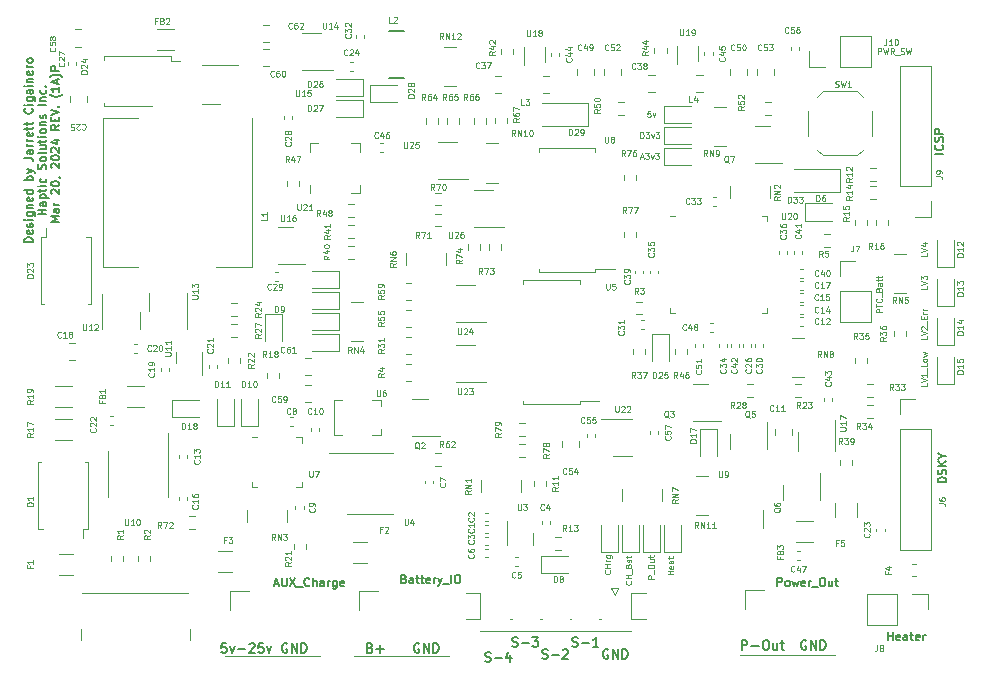
<source format=gbr>
%TF.GenerationSoftware,KiCad,Pcbnew,6.0.11+dfsg-1~bpo11+1*%
%TF.CreationDate,2024-03-26T15:28:25-05:00*%
%TF.ProjectId,BTMS,42544d53-2e6b-4696-9361-645f70636258,rev?*%
%TF.SameCoordinates,Original*%
%TF.FileFunction,Legend,Top*%
%TF.FilePolarity,Positive*%
%FSLAX46Y46*%
G04 Gerber Fmt 4.6, Leading zero omitted, Abs format (unit mm)*
G04 Created by KiCad (PCBNEW 6.0.11+dfsg-1~bpo11+1) date 2024-03-26 15:28:25*
%MOMM*%
%LPD*%
G01*
G04 APERTURE LIST*
%ADD10C,0.150000*%
%ADD11C,0.200000*%
%ADD12C,0.125000*%
%ADD13C,0.100000*%
%ADD14C,0.120000*%
%ADD15C,0.127000*%
G04 APERTURE END LIST*
D10*
X109679666Y-114430000D02*
X108979666Y-114430000D01*
X108979666Y-114263333D01*
X109013000Y-114163333D01*
X109079666Y-114096666D01*
X109146333Y-114063333D01*
X109279666Y-114030000D01*
X109379666Y-114030000D01*
X109513000Y-114063333D01*
X109579666Y-114096666D01*
X109646333Y-114163333D01*
X109679666Y-114263333D01*
X109679666Y-114430000D01*
X109646333Y-113463333D02*
X109679666Y-113530000D01*
X109679666Y-113663333D01*
X109646333Y-113730000D01*
X109579666Y-113763333D01*
X109313000Y-113763333D01*
X109246333Y-113730000D01*
X109213000Y-113663333D01*
X109213000Y-113530000D01*
X109246333Y-113463333D01*
X109313000Y-113430000D01*
X109379666Y-113430000D01*
X109446333Y-113763333D01*
X109646333Y-113163333D02*
X109679666Y-113096666D01*
X109679666Y-112963333D01*
X109646333Y-112896666D01*
X109579666Y-112863333D01*
X109546333Y-112863333D01*
X109479666Y-112896666D01*
X109446333Y-112963333D01*
X109446333Y-113063333D01*
X109413000Y-113130000D01*
X109346333Y-113163333D01*
X109313000Y-113163333D01*
X109246333Y-113130000D01*
X109213000Y-113063333D01*
X109213000Y-112963333D01*
X109246333Y-112896666D01*
X109679666Y-112563333D02*
X109213000Y-112563333D01*
X108979666Y-112563333D02*
X109013000Y-112596666D01*
X109046333Y-112563333D01*
X109013000Y-112530000D01*
X108979666Y-112563333D01*
X109046333Y-112563333D01*
X109213000Y-111930000D02*
X109779666Y-111930000D01*
X109846333Y-111963333D01*
X109879666Y-111996666D01*
X109913000Y-112063333D01*
X109913000Y-112163333D01*
X109879666Y-112230000D01*
X109646333Y-111930000D02*
X109679666Y-111996666D01*
X109679666Y-112130000D01*
X109646333Y-112196666D01*
X109613000Y-112230000D01*
X109546333Y-112263333D01*
X109346333Y-112263333D01*
X109279666Y-112230000D01*
X109246333Y-112196666D01*
X109213000Y-112130000D01*
X109213000Y-111996666D01*
X109246333Y-111930000D01*
X109213000Y-111596666D02*
X109679666Y-111596666D01*
X109279666Y-111596666D02*
X109246333Y-111563333D01*
X109213000Y-111496666D01*
X109213000Y-111396666D01*
X109246333Y-111330000D01*
X109313000Y-111296666D01*
X109679666Y-111296666D01*
X109646333Y-110696666D02*
X109679666Y-110763333D01*
X109679666Y-110896666D01*
X109646333Y-110963333D01*
X109579666Y-110996666D01*
X109313000Y-110996666D01*
X109246333Y-110963333D01*
X109213000Y-110896666D01*
X109213000Y-110763333D01*
X109246333Y-110696666D01*
X109313000Y-110663333D01*
X109379666Y-110663333D01*
X109446333Y-110996666D01*
X109679666Y-110063333D02*
X108979666Y-110063333D01*
X109646333Y-110063333D02*
X109679666Y-110130000D01*
X109679666Y-110263333D01*
X109646333Y-110330000D01*
X109613000Y-110363333D01*
X109546333Y-110396666D01*
X109346333Y-110396666D01*
X109279666Y-110363333D01*
X109246333Y-110330000D01*
X109213000Y-110263333D01*
X109213000Y-110130000D01*
X109246333Y-110063333D01*
X109679666Y-109196666D02*
X108979666Y-109196666D01*
X109246333Y-109196666D02*
X109213000Y-109130000D01*
X109213000Y-108996666D01*
X109246333Y-108930000D01*
X109279666Y-108896666D01*
X109346333Y-108863333D01*
X109546333Y-108863333D01*
X109613000Y-108896666D01*
X109646333Y-108930000D01*
X109679666Y-108996666D01*
X109679666Y-109130000D01*
X109646333Y-109196666D01*
X109213000Y-108630000D02*
X109679666Y-108463333D01*
X109213000Y-108296666D02*
X109679666Y-108463333D01*
X109846333Y-108530000D01*
X109879666Y-108563333D01*
X109913000Y-108630000D01*
X108979666Y-107296666D02*
X109479666Y-107296666D01*
X109579666Y-107330000D01*
X109646333Y-107396666D01*
X109679666Y-107496666D01*
X109679666Y-107563333D01*
X109679666Y-106663333D02*
X109313000Y-106663333D01*
X109246333Y-106696666D01*
X109213000Y-106763333D01*
X109213000Y-106896666D01*
X109246333Y-106963333D01*
X109646333Y-106663333D02*
X109679666Y-106730000D01*
X109679666Y-106896666D01*
X109646333Y-106963333D01*
X109579666Y-106996666D01*
X109513000Y-106996666D01*
X109446333Y-106963333D01*
X109413000Y-106896666D01*
X109413000Y-106730000D01*
X109379666Y-106663333D01*
X109679666Y-106330000D02*
X109213000Y-106330000D01*
X109346333Y-106330000D02*
X109279666Y-106296666D01*
X109246333Y-106263333D01*
X109213000Y-106196666D01*
X109213000Y-106130000D01*
X109679666Y-105896666D02*
X109213000Y-105896666D01*
X109346333Y-105896666D02*
X109279666Y-105863333D01*
X109246333Y-105830000D01*
X109213000Y-105763333D01*
X109213000Y-105696666D01*
X109646333Y-105196666D02*
X109679666Y-105263333D01*
X109679666Y-105396666D01*
X109646333Y-105463333D01*
X109579666Y-105496666D01*
X109313000Y-105496666D01*
X109246333Y-105463333D01*
X109213000Y-105396666D01*
X109213000Y-105263333D01*
X109246333Y-105196666D01*
X109313000Y-105163333D01*
X109379666Y-105163333D01*
X109446333Y-105496666D01*
X109213000Y-104963333D02*
X109213000Y-104696666D01*
X108979666Y-104863333D02*
X109579666Y-104863333D01*
X109646333Y-104830000D01*
X109679666Y-104763333D01*
X109679666Y-104696666D01*
X109213000Y-104563333D02*
X109213000Y-104296666D01*
X108979666Y-104463333D02*
X109579666Y-104463333D01*
X109646333Y-104430000D01*
X109679666Y-104363333D01*
X109679666Y-104296666D01*
X109613000Y-103130000D02*
X109646333Y-103163333D01*
X109679666Y-103263333D01*
X109679666Y-103330000D01*
X109646333Y-103430000D01*
X109579666Y-103496666D01*
X109513000Y-103530000D01*
X109379666Y-103563333D01*
X109279666Y-103563333D01*
X109146333Y-103530000D01*
X109079666Y-103496666D01*
X109013000Y-103430000D01*
X108979666Y-103330000D01*
X108979666Y-103263333D01*
X109013000Y-103163333D01*
X109046333Y-103130000D01*
X109679666Y-102830000D02*
X109213000Y-102830000D01*
X108979666Y-102830000D02*
X109013000Y-102863333D01*
X109046333Y-102830000D01*
X109013000Y-102796666D01*
X108979666Y-102830000D01*
X109046333Y-102830000D01*
X109213000Y-102196666D02*
X109779666Y-102196666D01*
X109846333Y-102230000D01*
X109879666Y-102263333D01*
X109913000Y-102330000D01*
X109913000Y-102430000D01*
X109879666Y-102496666D01*
X109646333Y-102196666D02*
X109679666Y-102263333D01*
X109679666Y-102396666D01*
X109646333Y-102463333D01*
X109613000Y-102496666D01*
X109546333Y-102530000D01*
X109346333Y-102530000D01*
X109279666Y-102496666D01*
X109246333Y-102463333D01*
X109213000Y-102396666D01*
X109213000Y-102263333D01*
X109246333Y-102196666D01*
X109679666Y-101563333D02*
X109313000Y-101563333D01*
X109246333Y-101596666D01*
X109213000Y-101663333D01*
X109213000Y-101796666D01*
X109246333Y-101863333D01*
X109646333Y-101563333D02*
X109679666Y-101630000D01*
X109679666Y-101796666D01*
X109646333Y-101863333D01*
X109579666Y-101896666D01*
X109513000Y-101896666D01*
X109446333Y-101863333D01*
X109413000Y-101796666D01*
X109413000Y-101630000D01*
X109379666Y-101563333D01*
X109679666Y-101230000D02*
X109213000Y-101230000D01*
X108979666Y-101230000D02*
X109013000Y-101263333D01*
X109046333Y-101230000D01*
X109013000Y-101196666D01*
X108979666Y-101230000D01*
X109046333Y-101230000D01*
X109213000Y-100896666D02*
X109679666Y-100896666D01*
X109279666Y-100896666D02*
X109246333Y-100863333D01*
X109213000Y-100796666D01*
X109213000Y-100696666D01*
X109246333Y-100630000D01*
X109313000Y-100596666D01*
X109679666Y-100596666D01*
X109646333Y-99996666D02*
X109679666Y-100063333D01*
X109679666Y-100196666D01*
X109646333Y-100263333D01*
X109579666Y-100296666D01*
X109313000Y-100296666D01*
X109246333Y-100263333D01*
X109213000Y-100196666D01*
X109213000Y-100063333D01*
X109246333Y-99996666D01*
X109313000Y-99963333D01*
X109379666Y-99963333D01*
X109446333Y-100296666D01*
X109679666Y-99663333D02*
X109213000Y-99663333D01*
X109346333Y-99663333D02*
X109279666Y-99630000D01*
X109246333Y-99596666D01*
X109213000Y-99530000D01*
X109213000Y-99463333D01*
X109679666Y-99130000D02*
X109646333Y-99196666D01*
X109613000Y-99230000D01*
X109546333Y-99263333D01*
X109346333Y-99263333D01*
X109279666Y-99230000D01*
X109246333Y-99196666D01*
X109213000Y-99130000D01*
X109213000Y-99030000D01*
X109246333Y-98963333D01*
X109279666Y-98930000D01*
X109346333Y-98896666D01*
X109546333Y-98896666D01*
X109613000Y-98930000D01*
X109646333Y-98963333D01*
X109679666Y-99030000D01*
X109679666Y-99130000D01*
X110806666Y-112096666D02*
X110106666Y-112096666D01*
X110440000Y-112096666D02*
X110440000Y-111696666D01*
X110806666Y-111696666D02*
X110106666Y-111696666D01*
X110806666Y-111063333D02*
X110440000Y-111063333D01*
X110373333Y-111096666D01*
X110340000Y-111163333D01*
X110340000Y-111296666D01*
X110373333Y-111363333D01*
X110773333Y-111063333D02*
X110806666Y-111130000D01*
X110806666Y-111296666D01*
X110773333Y-111363333D01*
X110706666Y-111396666D01*
X110640000Y-111396666D01*
X110573333Y-111363333D01*
X110540000Y-111296666D01*
X110540000Y-111130000D01*
X110506666Y-111063333D01*
X110340000Y-110730000D02*
X111040000Y-110730000D01*
X110373333Y-110730000D02*
X110340000Y-110663333D01*
X110340000Y-110530000D01*
X110373333Y-110463333D01*
X110406666Y-110430000D01*
X110473333Y-110396666D01*
X110673333Y-110396666D01*
X110740000Y-110430000D01*
X110773333Y-110463333D01*
X110806666Y-110530000D01*
X110806666Y-110663333D01*
X110773333Y-110730000D01*
X110340000Y-110196666D02*
X110340000Y-109930000D01*
X110106666Y-110096666D02*
X110706666Y-110096666D01*
X110773333Y-110063333D01*
X110806666Y-109996666D01*
X110806666Y-109930000D01*
X110806666Y-109696666D02*
X110340000Y-109696666D01*
X110106666Y-109696666D02*
X110140000Y-109730000D01*
X110173333Y-109696666D01*
X110140000Y-109663333D01*
X110106666Y-109696666D01*
X110173333Y-109696666D01*
X110773333Y-109063333D02*
X110806666Y-109130000D01*
X110806666Y-109263333D01*
X110773333Y-109330000D01*
X110740000Y-109363333D01*
X110673333Y-109396666D01*
X110473333Y-109396666D01*
X110406666Y-109363333D01*
X110373333Y-109330000D01*
X110340000Y-109263333D01*
X110340000Y-109130000D01*
X110373333Y-109063333D01*
X110773333Y-108263333D02*
X110806666Y-108163333D01*
X110806666Y-107996666D01*
X110773333Y-107930000D01*
X110740000Y-107896666D01*
X110673333Y-107863333D01*
X110606666Y-107863333D01*
X110540000Y-107896666D01*
X110506666Y-107930000D01*
X110473333Y-107996666D01*
X110440000Y-108130000D01*
X110406666Y-108196666D01*
X110373333Y-108230000D01*
X110306666Y-108263333D01*
X110240000Y-108263333D01*
X110173333Y-108230000D01*
X110140000Y-108196666D01*
X110106666Y-108130000D01*
X110106666Y-107963333D01*
X110140000Y-107863333D01*
X110806666Y-107463333D02*
X110773333Y-107530000D01*
X110740000Y-107563333D01*
X110673333Y-107596666D01*
X110473333Y-107596666D01*
X110406666Y-107563333D01*
X110373333Y-107530000D01*
X110340000Y-107463333D01*
X110340000Y-107363333D01*
X110373333Y-107296666D01*
X110406666Y-107263333D01*
X110473333Y-107230000D01*
X110673333Y-107230000D01*
X110740000Y-107263333D01*
X110773333Y-107296666D01*
X110806666Y-107363333D01*
X110806666Y-107463333D01*
X110806666Y-106830000D02*
X110773333Y-106896666D01*
X110706666Y-106930000D01*
X110106666Y-106930000D01*
X110340000Y-106263333D02*
X110806666Y-106263333D01*
X110340000Y-106563333D02*
X110706666Y-106563333D01*
X110773333Y-106530000D01*
X110806666Y-106463333D01*
X110806666Y-106363333D01*
X110773333Y-106296666D01*
X110740000Y-106263333D01*
X110340000Y-106030000D02*
X110340000Y-105763333D01*
X110106666Y-105930000D02*
X110706666Y-105930000D01*
X110773333Y-105896666D01*
X110806666Y-105830000D01*
X110806666Y-105763333D01*
X110806666Y-105530000D02*
X110340000Y-105530000D01*
X110106666Y-105530000D02*
X110140000Y-105563333D01*
X110173333Y-105530000D01*
X110140000Y-105496666D01*
X110106666Y-105530000D01*
X110173333Y-105530000D01*
X110806666Y-105096666D02*
X110773333Y-105163333D01*
X110740000Y-105196666D01*
X110673333Y-105230000D01*
X110473333Y-105230000D01*
X110406666Y-105196666D01*
X110373333Y-105163333D01*
X110340000Y-105096666D01*
X110340000Y-104996666D01*
X110373333Y-104930000D01*
X110406666Y-104896666D01*
X110473333Y-104863333D01*
X110673333Y-104863333D01*
X110740000Y-104896666D01*
X110773333Y-104930000D01*
X110806666Y-104996666D01*
X110806666Y-105096666D01*
X110340000Y-104563333D02*
X110806666Y-104563333D01*
X110406666Y-104563333D02*
X110373333Y-104530000D01*
X110340000Y-104463333D01*
X110340000Y-104363333D01*
X110373333Y-104296666D01*
X110440000Y-104263333D01*
X110806666Y-104263333D01*
X110773333Y-103963333D02*
X110806666Y-103896666D01*
X110806666Y-103763333D01*
X110773333Y-103696666D01*
X110706666Y-103663333D01*
X110673333Y-103663333D01*
X110606666Y-103696666D01*
X110573333Y-103763333D01*
X110573333Y-103863333D01*
X110540000Y-103930000D01*
X110473333Y-103963333D01*
X110440000Y-103963333D01*
X110373333Y-103930000D01*
X110340000Y-103863333D01*
X110340000Y-103763333D01*
X110373333Y-103696666D01*
X110806666Y-102830000D02*
X110106666Y-102830000D01*
X110340000Y-102496666D02*
X110806666Y-102496666D01*
X110406666Y-102496666D02*
X110373333Y-102463333D01*
X110340000Y-102396666D01*
X110340000Y-102296666D01*
X110373333Y-102230000D01*
X110440000Y-102196666D01*
X110806666Y-102196666D01*
X110773333Y-101563333D02*
X110806666Y-101630000D01*
X110806666Y-101763333D01*
X110773333Y-101830000D01*
X110740000Y-101863333D01*
X110673333Y-101896666D01*
X110473333Y-101896666D01*
X110406666Y-101863333D01*
X110373333Y-101830000D01*
X110340000Y-101763333D01*
X110340000Y-101630000D01*
X110373333Y-101563333D01*
X110740000Y-101263333D02*
X110773333Y-101230000D01*
X110806666Y-101263333D01*
X110773333Y-101296666D01*
X110740000Y-101263333D01*
X110806666Y-101263333D01*
X111933666Y-112730000D02*
X111233666Y-112730000D01*
X111733666Y-112496666D01*
X111233666Y-112263333D01*
X111933666Y-112263333D01*
X111933666Y-111630000D02*
X111567000Y-111630000D01*
X111500333Y-111663333D01*
X111467000Y-111730000D01*
X111467000Y-111863333D01*
X111500333Y-111930000D01*
X111900333Y-111630000D02*
X111933666Y-111696666D01*
X111933666Y-111863333D01*
X111900333Y-111930000D01*
X111833666Y-111963333D01*
X111767000Y-111963333D01*
X111700333Y-111930000D01*
X111667000Y-111863333D01*
X111667000Y-111696666D01*
X111633666Y-111630000D01*
X111933666Y-111296666D02*
X111467000Y-111296666D01*
X111600333Y-111296666D02*
X111533666Y-111263333D01*
X111500333Y-111230000D01*
X111467000Y-111163333D01*
X111467000Y-111096666D01*
X111300333Y-110363333D02*
X111267000Y-110330000D01*
X111233666Y-110263333D01*
X111233666Y-110096666D01*
X111267000Y-110030000D01*
X111300333Y-109996666D01*
X111367000Y-109963333D01*
X111433666Y-109963333D01*
X111533666Y-109996666D01*
X111933666Y-110396666D01*
X111933666Y-109963333D01*
X111233666Y-109530000D02*
X111233666Y-109463333D01*
X111267000Y-109396666D01*
X111300333Y-109363333D01*
X111367000Y-109330000D01*
X111500333Y-109296666D01*
X111667000Y-109296666D01*
X111800333Y-109330000D01*
X111867000Y-109363333D01*
X111900333Y-109396666D01*
X111933666Y-109463333D01*
X111933666Y-109530000D01*
X111900333Y-109596666D01*
X111867000Y-109630000D01*
X111800333Y-109663333D01*
X111667000Y-109696666D01*
X111500333Y-109696666D01*
X111367000Y-109663333D01*
X111300333Y-109630000D01*
X111267000Y-109596666D01*
X111233666Y-109530000D01*
X111900333Y-108963333D02*
X111933666Y-108963333D01*
X112000333Y-108996666D01*
X112033666Y-109030000D01*
X111300333Y-108163333D02*
X111267000Y-108130000D01*
X111233666Y-108063333D01*
X111233666Y-107896666D01*
X111267000Y-107830000D01*
X111300333Y-107796666D01*
X111367000Y-107763333D01*
X111433666Y-107763333D01*
X111533666Y-107796666D01*
X111933666Y-108196666D01*
X111933666Y-107763333D01*
X111233666Y-107330000D02*
X111233666Y-107263333D01*
X111267000Y-107196666D01*
X111300333Y-107163333D01*
X111367000Y-107130000D01*
X111500333Y-107096666D01*
X111667000Y-107096666D01*
X111800333Y-107130000D01*
X111867000Y-107163333D01*
X111900333Y-107196666D01*
X111933666Y-107263333D01*
X111933666Y-107330000D01*
X111900333Y-107396666D01*
X111867000Y-107430000D01*
X111800333Y-107463333D01*
X111667000Y-107496666D01*
X111500333Y-107496666D01*
X111367000Y-107463333D01*
X111300333Y-107430000D01*
X111267000Y-107396666D01*
X111233666Y-107330000D01*
X111300333Y-106830000D02*
X111267000Y-106796666D01*
X111233666Y-106730000D01*
X111233666Y-106563333D01*
X111267000Y-106496666D01*
X111300333Y-106463333D01*
X111367000Y-106430000D01*
X111433666Y-106430000D01*
X111533666Y-106463333D01*
X111933666Y-106863333D01*
X111933666Y-106430000D01*
X111467000Y-105830000D02*
X111933666Y-105830000D01*
X111200333Y-105996666D02*
X111700333Y-106163333D01*
X111700333Y-105730000D01*
X111933666Y-104530000D02*
X111600333Y-104763333D01*
X111933666Y-104930000D02*
X111233666Y-104930000D01*
X111233666Y-104663333D01*
X111267000Y-104596666D01*
X111300333Y-104563333D01*
X111367000Y-104530000D01*
X111467000Y-104530000D01*
X111533666Y-104563333D01*
X111567000Y-104596666D01*
X111600333Y-104663333D01*
X111600333Y-104930000D01*
X111567000Y-104230000D02*
X111567000Y-103996666D01*
X111933666Y-103896666D02*
X111933666Y-104230000D01*
X111233666Y-104230000D01*
X111233666Y-103896666D01*
X111233666Y-103696666D02*
X111933666Y-103463333D01*
X111233666Y-103230000D01*
X111867000Y-102996666D02*
X111900333Y-102963333D01*
X111933666Y-102996666D01*
X111900333Y-103030000D01*
X111867000Y-102996666D01*
X111933666Y-102996666D01*
X112200333Y-101930000D02*
X112167000Y-101963333D01*
X112067000Y-102030000D01*
X112000333Y-102063333D01*
X111900333Y-102096666D01*
X111733666Y-102130000D01*
X111600333Y-102130000D01*
X111433666Y-102096666D01*
X111333666Y-102063333D01*
X111267000Y-102030000D01*
X111167000Y-101963333D01*
X111133666Y-101930000D01*
X111933666Y-101296666D02*
X111933666Y-101696666D01*
X111933666Y-101496666D02*
X111233666Y-101496666D01*
X111333666Y-101563333D01*
X111400333Y-101630000D01*
X111433666Y-101696666D01*
X111733666Y-101030000D02*
X111733666Y-100696666D01*
X111933666Y-101096666D02*
X111233666Y-100863333D01*
X111933666Y-100630000D01*
X112200333Y-100463333D02*
X112167000Y-100430000D01*
X112067000Y-100363333D01*
X112000333Y-100330000D01*
X111900333Y-100296666D01*
X111733666Y-100263333D01*
X111600333Y-100263333D01*
X111433666Y-100296666D01*
X111333666Y-100330000D01*
X111267000Y-100363333D01*
X111167000Y-100430000D01*
X111133666Y-100463333D01*
X111933666Y-99930000D02*
X111233666Y-99930000D01*
X111233666Y-99663333D01*
X111267000Y-99596666D01*
X111300333Y-99563333D01*
X111367000Y-99530000D01*
X111467000Y-99530000D01*
X111533666Y-99563333D01*
X111567000Y-99596666D01*
X111600333Y-99663333D01*
X111600333Y-99930000D01*
D11*
X169735714Y-148951904D02*
X169735714Y-148151904D01*
X170040476Y-148151904D01*
X170116666Y-148190000D01*
X170154761Y-148228095D01*
X170192857Y-148304285D01*
X170192857Y-148418571D01*
X170154761Y-148494761D01*
X170116666Y-148532857D01*
X170040476Y-148570952D01*
X169735714Y-148570952D01*
X170535714Y-148647142D02*
X171145238Y-148647142D01*
X171678571Y-148151904D02*
X171830952Y-148151904D01*
X171907142Y-148190000D01*
X171983333Y-148266190D01*
X172021428Y-148418571D01*
X172021428Y-148685238D01*
X171983333Y-148837619D01*
X171907142Y-148913809D01*
X171830952Y-148951904D01*
X171678571Y-148951904D01*
X171602380Y-148913809D01*
X171526190Y-148837619D01*
X171488095Y-148685238D01*
X171488095Y-148418571D01*
X171526190Y-148266190D01*
X171602380Y-148190000D01*
X171678571Y-148151904D01*
X172707142Y-148418571D02*
X172707142Y-148951904D01*
X172364285Y-148418571D02*
X172364285Y-148837619D01*
X172402380Y-148913809D01*
X172478571Y-148951904D01*
X172592857Y-148951904D01*
X172669047Y-148913809D01*
X172707142Y-148875714D01*
X172973809Y-148418571D02*
X173278571Y-148418571D01*
X173088095Y-148151904D02*
X173088095Y-148837619D01*
X173126190Y-148913809D01*
X173202380Y-148951904D01*
X173278571Y-148951904D01*
X126085809Y-148405904D02*
X125704857Y-148405904D01*
X125666761Y-148786857D01*
X125704857Y-148748761D01*
X125781047Y-148710666D01*
X125971523Y-148710666D01*
X126047714Y-148748761D01*
X126085809Y-148786857D01*
X126123904Y-148863047D01*
X126123904Y-149053523D01*
X126085809Y-149129714D01*
X126047714Y-149167809D01*
X125971523Y-149205904D01*
X125781047Y-149205904D01*
X125704857Y-149167809D01*
X125666761Y-149129714D01*
X126390571Y-148672571D02*
X126581047Y-149205904D01*
X126771523Y-148672571D01*
X127076285Y-148901142D02*
X127685809Y-148901142D01*
X128028666Y-148482095D02*
X128066761Y-148444000D01*
X128142952Y-148405904D01*
X128333428Y-148405904D01*
X128409619Y-148444000D01*
X128447714Y-148482095D01*
X128485809Y-148558285D01*
X128485809Y-148634476D01*
X128447714Y-148748761D01*
X127990571Y-149205904D01*
X128485809Y-149205904D01*
X129209619Y-148405904D02*
X128828666Y-148405904D01*
X128790571Y-148786857D01*
X128828666Y-148748761D01*
X128904857Y-148710666D01*
X129095333Y-148710666D01*
X129171523Y-148748761D01*
X129209619Y-148786857D01*
X129247714Y-148863047D01*
X129247714Y-149053523D01*
X129209619Y-149129714D01*
X129171523Y-149167809D01*
X129095333Y-149205904D01*
X128904857Y-149205904D01*
X128828666Y-149167809D01*
X128790571Y-149129714D01*
X129514380Y-148672571D02*
X129704857Y-149205904D01*
X129895333Y-148672571D01*
D12*
X158547571Y-142220095D02*
X158571380Y-142243904D01*
X158595190Y-142315333D01*
X158595190Y-142362952D01*
X158571380Y-142434380D01*
X158523761Y-142482000D01*
X158476142Y-142505809D01*
X158380904Y-142529619D01*
X158309476Y-142529619D01*
X158214238Y-142505809D01*
X158166619Y-142482000D01*
X158119000Y-142434380D01*
X158095190Y-142362952D01*
X158095190Y-142315333D01*
X158119000Y-142243904D01*
X158142809Y-142220095D01*
X158595190Y-142005809D02*
X158095190Y-142005809D01*
X158333285Y-142005809D02*
X158333285Y-141720095D01*
X158595190Y-141720095D02*
X158095190Y-141720095D01*
X158595190Y-141482000D02*
X158261857Y-141482000D01*
X158357095Y-141482000D02*
X158309476Y-141458190D01*
X158285666Y-141434380D01*
X158261857Y-141386761D01*
X158261857Y-141339142D01*
X158261857Y-140958190D02*
X158666619Y-140958190D01*
X158714238Y-140982000D01*
X158738047Y-141005809D01*
X158761857Y-141053428D01*
X158761857Y-141124857D01*
X158738047Y-141172476D01*
X158571380Y-140958190D02*
X158595190Y-141005809D01*
X158595190Y-141101047D01*
X158571380Y-141148666D01*
X158547571Y-141172476D01*
X158499952Y-141196285D01*
X158357095Y-141196285D01*
X158309476Y-141172476D01*
X158285666Y-141148666D01*
X158261857Y-141101047D01*
X158261857Y-141005809D01*
X158285666Y-140958190D01*
X161980571Y-103358190D02*
X161742476Y-103358190D01*
X161718666Y-103596285D01*
X161742476Y-103572476D01*
X161790095Y-103548666D01*
X161909142Y-103548666D01*
X161956761Y-103572476D01*
X161980571Y-103596285D01*
X162004380Y-103643904D01*
X162004380Y-103762952D01*
X161980571Y-103810571D01*
X161956761Y-103834380D01*
X161909142Y-103858190D01*
X161790095Y-103858190D01*
X161742476Y-103834380D01*
X161718666Y-103810571D01*
X162171047Y-103524857D02*
X162290095Y-103858190D01*
X162409142Y-103524857D01*
X161127380Y-105636190D02*
X161127380Y-105136190D01*
X161246428Y-105136190D01*
X161317857Y-105160000D01*
X161365476Y-105207619D01*
X161389285Y-105255238D01*
X161413095Y-105350476D01*
X161413095Y-105421904D01*
X161389285Y-105517142D01*
X161365476Y-105564761D01*
X161317857Y-105612380D01*
X161246428Y-105636190D01*
X161127380Y-105636190D01*
X161579761Y-105136190D02*
X161889285Y-105136190D01*
X161722619Y-105326666D01*
X161794047Y-105326666D01*
X161841666Y-105350476D01*
X161865476Y-105374285D01*
X161889285Y-105421904D01*
X161889285Y-105540952D01*
X161865476Y-105588571D01*
X161841666Y-105612380D01*
X161794047Y-105636190D01*
X161651190Y-105636190D01*
X161603571Y-105612380D01*
X161579761Y-105588571D01*
X162055952Y-105302857D02*
X162175000Y-105636190D01*
X162294047Y-105302857D01*
X162436904Y-105136190D02*
X162746428Y-105136190D01*
X162579761Y-105326666D01*
X162651190Y-105326666D01*
X162698809Y-105350476D01*
X162722619Y-105374285D01*
X162746428Y-105421904D01*
X162746428Y-105540952D01*
X162722619Y-105588571D01*
X162698809Y-105612380D01*
X162651190Y-105636190D01*
X162508333Y-105636190D01*
X162460714Y-105612380D01*
X162436904Y-105588571D01*
D11*
X131216476Y-148444000D02*
X131140285Y-148405904D01*
X131026000Y-148405904D01*
X130911714Y-148444000D01*
X130835523Y-148520190D01*
X130797428Y-148596380D01*
X130759333Y-148748761D01*
X130759333Y-148863047D01*
X130797428Y-149015428D01*
X130835523Y-149091619D01*
X130911714Y-149167809D01*
X131026000Y-149205904D01*
X131102190Y-149205904D01*
X131216476Y-149167809D01*
X131254571Y-149129714D01*
X131254571Y-148863047D01*
X131102190Y-148863047D01*
X131597428Y-149205904D02*
X131597428Y-148405904D01*
X132054571Y-149205904D01*
X132054571Y-148405904D01*
X132435523Y-149205904D02*
X132435523Y-148405904D01*
X132626000Y-148405904D01*
X132740285Y-148444000D01*
X132816476Y-148520190D01*
X132854571Y-148596380D01*
X132892666Y-148748761D01*
X132892666Y-148863047D01*
X132854571Y-149015428D01*
X132816476Y-149091619D01*
X132740285Y-149167809D01*
X132626000Y-149205904D01*
X132435523Y-149205904D01*
X150279238Y-148659809D02*
X150393523Y-148697904D01*
X150584000Y-148697904D01*
X150660190Y-148659809D01*
X150698285Y-148621714D01*
X150736380Y-148545523D01*
X150736380Y-148469333D01*
X150698285Y-148393142D01*
X150660190Y-148355047D01*
X150584000Y-148316952D01*
X150431619Y-148278857D01*
X150355428Y-148240761D01*
X150317333Y-148202666D01*
X150279238Y-148126476D01*
X150279238Y-148050285D01*
X150317333Y-147974095D01*
X150355428Y-147936000D01*
X150431619Y-147897904D01*
X150622095Y-147897904D01*
X150736380Y-147936000D01*
X151079238Y-148393142D02*
X151688761Y-148393142D01*
X151993523Y-147897904D02*
X152488761Y-147897904D01*
X152222095Y-148202666D01*
X152336380Y-148202666D01*
X152412571Y-148240761D01*
X152450666Y-148278857D01*
X152488761Y-148355047D01*
X152488761Y-148545523D01*
X152450666Y-148621714D01*
X152412571Y-148659809D01*
X152336380Y-148697904D01*
X152107809Y-148697904D01*
X152031619Y-148659809D01*
X151993523Y-148621714D01*
X158394476Y-148952000D02*
X158318285Y-148913904D01*
X158204000Y-148913904D01*
X158089714Y-148952000D01*
X158013523Y-149028190D01*
X157975428Y-149104380D01*
X157937333Y-149256761D01*
X157937333Y-149371047D01*
X157975428Y-149523428D01*
X158013523Y-149599619D01*
X158089714Y-149675809D01*
X158204000Y-149713904D01*
X158280190Y-149713904D01*
X158394476Y-149675809D01*
X158432571Y-149637714D01*
X158432571Y-149371047D01*
X158280190Y-149371047D01*
X158775428Y-149713904D02*
X158775428Y-148913904D01*
X159232571Y-149713904D01*
X159232571Y-148913904D01*
X159613523Y-149713904D02*
X159613523Y-148913904D01*
X159804000Y-148913904D01*
X159918285Y-148952000D01*
X159994476Y-149028190D01*
X160032571Y-149104380D01*
X160070666Y-149256761D01*
X160070666Y-149371047D01*
X160032571Y-149523428D01*
X159994476Y-149599619D01*
X159918285Y-149675809D01*
X159804000Y-149713904D01*
X159613523Y-149713904D01*
D12*
X162278190Y-142938380D02*
X161778190Y-142938380D01*
X161778190Y-142747904D01*
X161802000Y-142700285D01*
X161825809Y-142676476D01*
X161873428Y-142652666D01*
X161944857Y-142652666D01*
X161992476Y-142676476D01*
X162016285Y-142700285D01*
X162040095Y-142747904D01*
X162040095Y-142938380D01*
X162325809Y-142557428D02*
X162325809Y-142176476D01*
X161778190Y-141962190D02*
X161778190Y-141866952D01*
X161802000Y-141819333D01*
X161849619Y-141771714D01*
X161944857Y-141747904D01*
X162111523Y-141747904D01*
X162206761Y-141771714D01*
X162254380Y-141819333D01*
X162278190Y-141866952D01*
X162278190Y-141962190D01*
X162254380Y-142009809D01*
X162206761Y-142057428D01*
X162111523Y-142081238D01*
X161944857Y-142081238D01*
X161849619Y-142057428D01*
X161802000Y-142009809D01*
X161778190Y-141962190D01*
X161944857Y-141319333D02*
X162278190Y-141319333D01*
X161944857Y-141533619D02*
X162206761Y-141533619D01*
X162254380Y-141509809D01*
X162278190Y-141462190D01*
X162278190Y-141390761D01*
X162254380Y-141343142D01*
X162230571Y-141319333D01*
X161944857Y-141152666D02*
X161944857Y-140962190D01*
X161778190Y-141081238D02*
X162206761Y-141081238D01*
X162254380Y-141057428D01*
X162278190Y-141009809D01*
X162278190Y-140962190D01*
X163929190Y-142585190D02*
X163429190Y-142585190D01*
X163667285Y-142585190D02*
X163667285Y-142299476D01*
X163929190Y-142299476D02*
X163429190Y-142299476D01*
X163905380Y-141870904D02*
X163929190Y-141918523D01*
X163929190Y-142013761D01*
X163905380Y-142061380D01*
X163857761Y-142085190D01*
X163667285Y-142085190D01*
X163619666Y-142061380D01*
X163595857Y-142013761D01*
X163595857Y-141918523D01*
X163619666Y-141870904D01*
X163667285Y-141847095D01*
X163714904Y-141847095D01*
X163762523Y-142085190D01*
X163929190Y-141418523D02*
X163667285Y-141418523D01*
X163619666Y-141442333D01*
X163595857Y-141489952D01*
X163595857Y-141585190D01*
X163619666Y-141632809D01*
X163905380Y-141418523D02*
X163929190Y-141466142D01*
X163929190Y-141585190D01*
X163905380Y-141632809D01*
X163857761Y-141656619D01*
X163810142Y-141656619D01*
X163762523Y-141632809D01*
X163738714Y-141585190D01*
X163738714Y-141466142D01*
X163714904Y-141418523D01*
X163595857Y-141251857D02*
X163595857Y-141061380D01*
X163429190Y-141180428D02*
X163857761Y-141180428D01*
X163905380Y-141156619D01*
X163929190Y-141109000D01*
X163929190Y-141061380D01*
X181582190Y-120395809D02*
X181082190Y-120395809D01*
X181082190Y-120205333D01*
X181106000Y-120157714D01*
X181129809Y-120133904D01*
X181177428Y-120110095D01*
X181248857Y-120110095D01*
X181296476Y-120133904D01*
X181320285Y-120157714D01*
X181344095Y-120205333D01*
X181344095Y-120395809D01*
X181082190Y-119967238D02*
X181082190Y-119681523D01*
X181582190Y-119824380D02*
X181082190Y-119824380D01*
X181534571Y-119229142D02*
X181558380Y-119252952D01*
X181582190Y-119324380D01*
X181582190Y-119372000D01*
X181558380Y-119443428D01*
X181510761Y-119491047D01*
X181463142Y-119514857D01*
X181367904Y-119538666D01*
X181296476Y-119538666D01*
X181201238Y-119514857D01*
X181153619Y-119491047D01*
X181106000Y-119443428D01*
X181082190Y-119372000D01*
X181082190Y-119324380D01*
X181106000Y-119252952D01*
X181129809Y-119229142D01*
X181629809Y-119133904D02*
X181629809Y-118752952D01*
X181320285Y-118467238D02*
X181344095Y-118395809D01*
X181367904Y-118372000D01*
X181415523Y-118348190D01*
X181486952Y-118348190D01*
X181534571Y-118372000D01*
X181558380Y-118395809D01*
X181582190Y-118443428D01*
X181582190Y-118633904D01*
X181082190Y-118633904D01*
X181082190Y-118467238D01*
X181106000Y-118419619D01*
X181129809Y-118395809D01*
X181177428Y-118372000D01*
X181225047Y-118372000D01*
X181272666Y-118395809D01*
X181296476Y-118419619D01*
X181320285Y-118467238D01*
X181320285Y-118633904D01*
X181582190Y-117919619D02*
X181320285Y-117919619D01*
X181272666Y-117943428D01*
X181248857Y-117991047D01*
X181248857Y-118086285D01*
X181272666Y-118133904D01*
X181558380Y-117919619D02*
X181582190Y-117967238D01*
X181582190Y-118086285D01*
X181558380Y-118133904D01*
X181510761Y-118157714D01*
X181463142Y-118157714D01*
X181415523Y-118133904D01*
X181391714Y-118086285D01*
X181391714Y-117967238D01*
X181367904Y-117919619D01*
X181248857Y-117752952D02*
X181248857Y-117562476D01*
X181082190Y-117681523D02*
X181510761Y-117681523D01*
X181558380Y-117657714D01*
X181582190Y-117610095D01*
X181582190Y-117562476D01*
X181248857Y-117467238D02*
X181248857Y-117276761D01*
X181082190Y-117395809D02*
X181510761Y-117395809D01*
X181558380Y-117372000D01*
X181582190Y-117324380D01*
X181582190Y-117276761D01*
D11*
X152819238Y-149675809D02*
X152933523Y-149713904D01*
X153124000Y-149713904D01*
X153200190Y-149675809D01*
X153238285Y-149637714D01*
X153276380Y-149561523D01*
X153276380Y-149485333D01*
X153238285Y-149409142D01*
X153200190Y-149371047D01*
X153124000Y-149332952D01*
X152971619Y-149294857D01*
X152895428Y-149256761D01*
X152857333Y-149218666D01*
X152819238Y-149142476D01*
X152819238Y-149066285D01*
X152857333Y-148990095D01*
X152895428Y-148952000D01*
X152971619Y-148913904D01*
X153162095Y-148913904D01*
X153276380Y-148952000D01*
X153619238Y-149409142D02*
X154228761Y-149409142D01*
X154571619Y-148990095D02*
X154609714Y-148952000D01*
X154685904Y-148913904D01*
X154876380Y-148913904D01*
X154952571Y-148952000D01*
X154990666Y-148990095D01*
X155028761Y-149066285D01*
X155028761Y-149142476D01*
X154990666Y-149256761D01*
X154533523Y-149713904D01*
X155028761Y-149713904D01*
D12*
X161139285Y-107271333D02*
X161377380Y-107271333D01*
X161091666Y-107414190D02*
X161258333Y-106914190D01*
X161425000Y-107414190D01*
X161544047Y-106914190D02*
X161853571Y-106914190D01*
X161686904Y-107104666D01*
X161758333Y-107104666D01*
X161805952Y-107128476D01*
X161829761Y-107152285D01*
X161853571Y-107199904D01*
X161853571Y-107318952D01*
X161829761Y-107366571D01*
X161805952Y-107390380D01*
X161758333Y-107414190D01*
X161615476Y-107414190D01*
X161567857Y-107390380D01*
X161544047Y-107366571D01*
X162020238Y-107080857D02*
X162139285Y-107414190D01*
X162258333Y-107080857D01*
X162401190Y-106914190D02*
X162710714Y-106914190D01*
X162544047Y-107104666D01*
X162615476Y-107104666D01*
X162663095Y-107128476D01*
X162686904Y-107152285D01*
X162710714Y-107199904D01*
X162710714Y-107318952D01*
X162686904Y-107366571D01*
X162663095Y-107390380D01*
X162615476Y-107414190D01*
X162472619Y-107414190D01*
X162425000Y-107390380D01*
X162401190Y-107366571D01*
D11*
X155359238Y-148659809D02*
X155473523Y-148697904D01*
X155664000Y-148697904D01*
X155740190Y-148659809D01*
X155778285Y-148621714D01*
X155816380Y-148545523D01*
X155816380Y-148469333D01*
X155778285Y-148393142D01*
X155740190Y-148355047D01*
X155664000Y-148316952D01*
X155511619Y-148278857D01*
X155435428Y-148240761D01*
X155397333Y-148202666D01*
X155359238Y-148126476D01*
X155359238Y-148050285D01*
X155397333Y-147974095D01*
X155435428Y-147936000D01*
X155511619Y-147897904D01*
X155702095Y-147897904D01*
X155816380Y-147936000D01*
X156159238Y-148393142D02*
X156768761Y-148393142D01*
X157568761Y-148697904D02*
X157111619Y-148697904D01*
X157340190Y-148697904D02*
X157340190Y-147897904D01*
X157264000Y-148012190D01*
X157187809Y-148088380D01*
X157111619Y-148126476D01*
X175158476Y-148190000D02*
X175082285Y-148151904D01*
X174968000Y-148151904D01*
X174853714Y-148190000D01*
X174777523Y-148266190D01*
X174739428Y-148342380D01*
X174701333Y-148494761D01*
X174701333Y-148609047D01*
X174739428Y-148761428D01*
X174777523Y-148837619D01*
X174853714Y-148913809D01*
X174968000Y-148951904D01*
X175044190Y-148951904D01*
X175158476Y-148913809D01*
X175196571Y-148875714D01*
X175196571Y-148609047D01*
X175044190Y-148609047D01*
X175539428Y-148951904D02*
X175539428Y-148151904D01*
X175996571Y-148951904D01*
X175996571Y-148151904D01*
X176377523Y-148951904D02*
X176377523Y-148151904D01*
X176568000Y-148151904D01*
X176682285Y-148190000D01*
X176758476Y-148266190D01*
X176796571Y-148342380D01*
X176834666Y-148494761D01*
X176834666Y-148609047D01*
X176796571Y-148761428D01*
X176758476Y-148837619D01*
X176682285Y-148913809D01*
X176568000Y-148951904D01*
X176377523Y-148951904D01*
X138245904Y-148786857D02*
X138360190Y-148824952D01*
X138398285Y-148863047D01*
X138436380Y-148939238D01*
X138436380Y-149053523D01*
X138398285Y-149129714D01*
X138360190Y-149167809D01*
X138284000Y-149205904D01*
X137979238Y-149205904D01*
X137979238Y-148405904D01*
X138245904Y-148405904D01*
X138322095Y-148444000D01*
X138360190Y-148482095D01*
X138398285Y-148558285D01*
X138398285Y-148634476D01*
X138360190Y-148710666D01*
X138322095Y-148748761D01*
X138245904Y-148786857D01*
X137979238Y-148786857D01*
X138779238Y-148901142D02*
X139388761Y-148901142D01*
X139084000Y-149205904D02*
X139084000Y-148596380D01*
X147993238Y-149929809D02*
X148107523Y-149967904D01*
X148298000Y-149967904D01*
X148374190Y-149929809D01*
X148412285Y-149891714D01*
X148450380Y-149815523D01*
X148450380Y-149739333D01*
X148412285Y-149663142D01*
X148374190Y-149625047D01*
X148298000Y-149586952D01*
X148145619Y-149548857D01*
X148069428Y-149510761D01*
X148031333Y-149472666D01*
X147993238Y-149396476D01*
X147993238Y-149320285D01*
X148031333Y-149244095D01*
X148069428Y-149206000D01*
X148145619Y-149167904D01*
X148336095Y-149167904D01*
X148450380Y-149206000D01*
X148793238Y-149663142D02*
X149402761Y-149663142D01*
X150126571Y-149434571D02*
X150126571Y-149967904D01*
X149936095Y-149129809D02*
X149745619Y-149701238D01*
X150240857Y-149701238D01*
X142392476Y-148444000D02*
X142316285Y-148405904D01*
X142202000Y-148405904D01*
X142087714Y-148444000D01*
X142011523Y-148520190D01*
X141973428Y-148596380D01*
X141935333Y-148748761D01*
X141935333Y-148863047D01*
X141973428Y-149015428D01*
X142011523Y-149091619D01*
X142087714Y-149167809D01*
X142202000Y-149205904D01*
X142278190Y-149205904D01*
X142392476Y-149167809D01*
X142430571Y-149129714D01*
X142430571Y-148863047D01*
X142278190Y-148863047D01*
X142773428Y-149205904D02*
X142773428Y-148405904D01*
X143230571Y-149205904D01*
X143230571Y-148405904D01*
X143611523Y-149205904D02*
X143611523Y-148405904D01*
X143802000Y-148405904D01*
X143916285Y-148444000D01*
X143992476Y-148520190D01*
X144030571Y-148596380D01*
X144068666Y-148748761D01*
X144068666Y-148863047D01*
X144030571Y-149015428D01*
X143992476Y-149091619D01*
X143916285Y-149167809D01*
X143802000Y-149205904D01*
X143611523Y-149205904D01*
D12*
X160325571Y-143132857D02*
X160349380Y-143156666D01*
X160373190Y-143228095D01*
X160373190Y-143275714D01*
X160349380Y-143347142D01*
X160301761Y-143394761D01*
X160254142Y-143418571D01*
X160158904Y-143442380D01*
X160087476Y-143442380D01*
X159992238Y-143418571D01*
X159944619Y-143394761D01*
X159897000Y-143347142D01*
X159873190Y-143275714D01*
X159873190Y-143228095D01*
X159897000Y-143156666D01*
X159920809Y-143132857D01*
X160373190Y-142918571D02*
X159873190Y-142918571D01*
X160111285Y-142918571D02*
X160111285Y-142632857D01*
X160373190Y-142632857D02*
X159873190Y-142632857D01*
X160420809Y-142513809D02*
X160420809Y-142132857D01*
X160111285Y-141847142D02*
X160135095Y-141775714D01*
X160158904Y-141751904D01*
X160206523Y-141728095D01*
X160277952Y-141728095D01*
X160325571Y-141751904D01*
X160349380Y-141775714D01*
X160373190Y-141823333D01*
X160373190Y-142013809D01*
X159873190Y-142013809D01*
X159873190Y-141847142D01*
X159897000Y-141799523D01*
X159920809Y-141775714D01*
X159968428Y-141751904D01*
X160016047Y-141751904D01*
X160063666Y-141775714D01*
X160087476Y-141799523D01*
X160111285Y-141847142D01*
X160111285Y-142013809D01*
X160349380Y-141537619D02*
X160373190Y-141490000D01*
X160373190Y-141394761D01*
X160349380Y-141347142D01*
X160301761Y-141323333D01*
X160277952Y-141323333D01*
X160230333Y-141347142D01*
X160206523Y-141394761D01*
X160206523Y-141466190D01*
X160182714Y-141513809D01*
X160135095Y-141537619D01*
X160111285Y-141537619D01*
X160063666Y-141513809D01*
X160039857Y-141466190D01*
X160039857Y-141394761D01*
X160063666Y-141347142D01*
X160039857Y-141180476D02*
X160039857Y-140990000D01*
X159873190Y-141109047D02*
X160301761Y-141109047D01*
X160349380Y-141085238D01*
X160373190Y-141037619D01*
X160373190Y-140990000D01*
%TO.C,C56*%
X173668571Y-96698571D02*
X173644761Y-96722380D01*
X173573333Y-96746190D01*
X173525714Y-96746190D01*
X173454285Y-96722380D01*
X173406666Y-96674761D01*
X173382857Y-96627142D01*
X173359047Y-96531904D01*
X173359047Y-96460476D01*
X173382857Y-96365238D01*
X173406666Y-96317619D01*
X173454285Y-96270000D01*
X173525714Y-96246190D01*
X173573333Y-96246190D01*
X173644761Y-96270000D01*
X173668571Y-96293809D01*
X174120952Y-96246190D02*
X173882857Y-96246190D01*
X173859047Y-96484285D01*
X173882857Y-96460476D01*
X173930476Y-96436666D01*
X174049523Y-96436666D01*
X174097142Y-96460476D01*
X174120952Y-96484285D01*
X174144761Y-96531904D01*
X174144761Y-96650952D01*
X174120952Y-96698571D01*
X174097142Y-96722380D01*
X174049523Y-96746190D01*
X173930476Y-96746190D01*
X173882857Y-96722380D01*
X173859047Y-96698571D01*
X174573333Y-96246190D02*
X174478095Y-96246190D01*
X174430476Y-96270000D01*
X174406666Y-96293809D01*
X174359047Y-96365238D01*
X174335238Y-96460476D01*
X174335238Y-96650952D01*
X174359047Y-96698571D01*
X174382857Y-96722380D01*
X174430476Y-96746190D01*
X174525714Y-96746190D01*
X174573333Y-96722380D01*
X174597142Y-96698571D01*
X174620952Y-96650952D01*
X174620952Y-96531904D01*
X174597142Y-96484285D01*
X174573333Y-96460476D01*
X174525714Y-96436666D01*
X174430476Y-96436666D01*
X174382857Y-96460476D01*
X174359047Y-96484285D01*
X174335238Y-96531904D01*
D10*
%TO.C,J5*%
X172726666Y-143572666D02*
X172726666Y-142872666D01*
X172993333Y-142872666D01*
X173060000Y-142906000D01*
X173093333Y-142939333D01*
X173126666Y-143006000D01*
X173126666Y-143106000D01*
X173093333Y-143172666D01*
X173060000Y-143206000D01*
X172993333Y-143239333D01*
X172726666Y-143239333D01*
X173526666Y-143572666D02*
X173460000Y-143539333D01*
X173426666Y-143506000D01*
X173393333Y-143439333D01*
X173393333Y-143239333D01*
X173426666Y-143172666D01*
X173460000Y-143139333D01*
X173526666Y-143106000D01*
X173626666Y-143106000D01*
X173693333Y-143139333D01*
X173726666Y-143172666D01*
X173760000Y-143239333D01*
X173760000Y-143439333D01*
X173726666Y-143506000D01*
X173693333Y-143539333D01*
X173626666Y-143572666D01*
X173526666Y-143572666D01*
X173993333Y-143106000D02*
X174126666Y-143572666D01*
X174260000Y-143239333D01*
X174393333Y-143572666D01*
X174526666Y-143106000D01*
X175060000Y-143539333D02*
X174993333Y-143572666D01*
X174860000Y-143572666D01*
X174793333Y-143539333D01*
X174760000Y-143472666D01*
X174760000Y-143206000D01*
X174793333Y-143139333D01*
X174860000Y-143106000D01*
X174993333Y-143106000D01*
X175060000Y-143139333D01*
X175093333Y-143206000D01*
X175093333Y-143272666D01*
X174760000Y-143339333D01*
X175393333Y-143572666D02*
X175393333Y-143106000D01*
X175393333Y-143239333D02*
X175426666Y-143172666D01*
X175460000Y-143139333D01*
X175526666Y-143106000D01*
X175593333Y-143106000D01*
X175660000Y-143639333D02*
X176193333Y-143639333D01*
X176493333Y-142872666D02*
X176626666Y-142872666D01*
X176693333Y-142906000D01*
X176760000Y-142972666D01*
X176793333Y-143106000D01*
X176793333Y-143339333D01*
X176760000Y-143472666D01*
X176693333Y-143539333D01*
X176626666Y-143572666D01*
X176493333Y-143572666D01*
X176426666Y-143539333D01*
X176360000Y-143472666D01*
X176326666Y-143339333D01*
X176326666Y-143106000D01*
X176360000Y-142972666D01*
X176426666Y-142906000D01*
X176493333Y-142872666D01*
X177393333Y-143106000D02*
X177393333Y-143572666D01*
X177093333Y-143106000D02*
X177093333Y-143472666D01*
X177126666Y-143539333D01*
X177193333Y-143572666D01*
X177293333Y-143572666D01*
X177360000Y-143539333D01*
X177393333Y-143506000D01*
X177626666Y-143106000D02*
X177893333Y-143106000D01*
X177726666Y-142872666D02*
X177726666Y-143472666D01*
X177760000Y-143539333D01*
X177826666Y-143572666D01*
X177893333Y-143572666D01*
D12*
%TO.C,R13*%
X154872571Y-138910190D02*
X154705904Y-138672095D01*
X154586857Y-138910190D02*
X154586857Y-138410190D01*
X154777333Y-138410190D01*
X154824952Y-138434000D01*
X154848761Y-138457809D01*
X154872571Y-138505428D01*
X154872571Y-138576857D01*
X154848761Y-138624476D01*
X154824952Y-138648285D01*
X154777333Y-138672095D01*
X154586857Y-138672095D01*
X155348761Y-138910190D02*
X155063047Y-138910190D01*
X155205904Y-138910190D02*
X155205904Y-138410190D01*
X155158285Y-138481619D01*
X155110666Y-138529238D01*
X155063047Y-138553047D01*
X155515428Y-138410190D02*
X155824952Y-138410190D01*
X155658285Y-138600666D01*
X155729714Y-138600666D01*
X155777333Y-138624476D01*
X155801142Y-138648285D01*
X155824952Y-138695904D01*
X155824952Y-138814952D01*
X155801142Y-138862571D01*
X155777333Y-138886380D01*
X155729714Y-138910190D01*
X155586857Y-138910190D01*
X155539238Y-138886380D01*
X155515428Y-138862571D01*
%TO.C,C6*%
X146990571Y-140877333D02*
X147014380Y-140901142D01*
X147038190Y-140972571D01*
X147038190Y-141020190D01*
X147014380Y-141091619D01*
X146966761Y-141139238D01*
X146919142Y-141163047D01*
X146823904Y-141186857D01*
X146752476Y-141186857D01*
X146657238Y-141163047D01*
X146609619Y-141139238D01*
X146562000Y-141091619D01*
X146538190Y-141020190D01*
X146538190Y-140972571D01*
X146562000Y-140901142D01*
X146585809Y-140877333D01*
X146538190Y-140448761D02*
X146538190Y-140544000D01*
X146562000Y-140591619D01*
X146585809Y-140615428D01*
X146657238Y-140663047D01*
X146752476Y-140686857D01*
X146942952Y-140686857D01*
X146990571Y-140663047D01*
X147014380Y-140639238D01*
X147038190Y-140591619D01*
X147038190Y-140496380D01*
X147014380Y-140448761D01*
X146990571Y-140424952D01*
X146942952Y-140401142D01*
X146823904Y-140401142D01*
X146776285Y-140424952D01*
X146752476Y-140448761D01*
X146728666Y-140496380D01*
X146728666Y-140591619D01*
X146752476Y-140639238D01*
X146776285Y-140663047D01*
X146823904Y-140686857D01*
%TO.C,C14*%
X176208571Y-120362571D02*
X176184761Y-120386380D01*
X176113333Y-120410190D01*
X176065714Y-120410190D01*
X175994285Y-120386380D01*
X175946666Y-120338761D01*
X175922857Y-120291142D01*
X175899047Y-120195904D01*
X175899047Y-120124476D01*
X175922857Y-120029238D01*
X175946666Y-119981619D01*
X175994285Y-119934000D01*
X176065714Y-119910190D01*
X176113333Y-119910190D01*
X176184761Y-119934000D01*
X176208571Y-119957809D01*
X176684761Y-120410190D02*
X176399047Y-120410190D01*
X176541904Y-120410190D02*
X176541904Y-119910190D01*
X176494285Y-119981619D01*
X176446666Y-120029238D01*
X176399047Y-120053047D01*
X177113333Y-120076857D02*
X177113333Y-120410190D01*
X176994285Y-119886380D02*
X176875238Y-120243523D01*
X177184761Y-120243523D01*
%TO.C,U11*%
X120884190Y-124063047D02*
X121288952Y-124063047D01*
X121336571Y-124039238D01*
X121360380Y-124015428D01*
X121384190Y-123967809D01*
X121384190Y-123872571D01*
X121360380Y-123824952D01*
X121336571Y-123801142D01*
X121288952Y-123777333D01*
X120884190Y-123777333D01*
X121384190Y-123277333D02*
X121384190Y-123563047D01*
X121384190Y-123420190D02*
X120884190Y-123420190D01*
X120955619Y-123467809D01*
X121003238Y-123515428D01*
X121027047Y-123563047D01*
X121384190Y-122801142D02*
X121384190Y-123086857D01*
X121384190Y-122944000D02*
X120884190Y-122944000D01*
X120955619Y-122991619D01*
X121003238Y-123039238D01*
X121027047Y-123086857D01*
%TO.C,L3*%
X151300666Y-102842190D02*
X151062571Y-102842190D01*
X151062571Y-102342190D01*
X151419714Y-102342190D02*
X151729238Y-102342190D01*
X151562571Y-102532666D01*
X151634000Y-102532666D01*
X151681619Y-102556476D01*
X151705428Y-102580285D01*
X151729238Y-102627904D01*
X151729238Y-102746952D01*
X151705428Y-102794571D01*
X151681619Y-102818380D01*
X151634000Y-102842190D01*
X151491142Y-102842190D01*
X151443523Y-102818380D01*
X151419714Y-102794571D01*
%TO.C,FB2*%
X120233333Y-95722285D02*
X120066666Y-95722285D01*
X120066666Y-95984190D02*
X120066666Y-95484190D01*
X120304761Y-95484190D01*
X120661904Y-95722285D02*
X120733333Y-95746095D01*
X120757142Y-95769904D01*
X120780952Y-95817523D01*
X120780952Y-95888952D01*
X120757142Y-95936571D01*
X120733333Y-95960380D01*
X120685714Y-95984190D01*
X120495238Y-95984190D01*
X120495238Y-95484190D01*
X120661904Y-95484190D01*
X120709523Y-95508000D01*
X120733333Y-95531809D01*
X120757142Y-95579428D01*
X120757142Y-95627047D01*
X120733333Y-95674666D01*
X120709523Y-95698476D01*
X120661904Y-95722285D01*
X120495238Y-95722285D01*
X120971428Y-95531809D02*
X120995238Y-95508000D01*
X121042857Y-95484190D01*
X121161904Y-95484190D01*
X121209523Y-95508000D01*
X121233333Y-95531809D01*
X121257142Y-95579428D01*
X121257142Y-95627047D01*
X121233333Y-95698476D01*
X120947619Y-95984190D01*
X121257142Y-95984190D01*
%TO.C,R24*%
X129004190Y-120463428D02*
X128766095Y-120630095D01*
X129004190Y-120749142D02*
X128504190Y-120749142D01*
X128504190Y-120558666D01*
X128528000Y-120511047D01*
X128551809Y-120487238D01*
X128599428Y-120463428D01*
X128670857Y-120463428D01*
X128718476Y-120487238D01*
X128742285Y-120511047D01*
X128766095Y-120558666D01*
X128766095Y-120749142D01*
X128551809Y-120272952D02*
X128528000Y-120249142D01*
X128504190Y-120201523D01*
X128504190Y-120082476D01*
X128528000Y-120034857D01*
X128551809Y-120011047D01*
X128599428Y-119987238D01*
X128647047Y-119987238D01*
X128718476Y-120011047D01*
X129004190Y-120296761D01*
X129004190Y-119987238D01*
X128670857Y-119558666D02*
X129004190Y-119558666D01*
X128480380Y-119677714D02*
X128837523Y-119796761D01*
X128837523Y-119487238D01*
%TO.C,R71*%
X142426571Y-114081190D02*
X142259904Y-113843095D01*
X142140857Y-114081190D02*
X142140857Y-113581190D01*
X142331333Y-113581190D01*
X142378952Y-113605000D01*
X142402761Y-113628809D01*
X142426571Y-113676428D01*
X142426571Y-113747857D01*
X142402761Y-113795476D01*
X142378952Y-113819285D01*
X142331333Y-113843095D01*
X142140857Y-113843095D01*
X142593238Y-113581190D02*
X142926571Y-113581190D01*
X142712285Y-114081190D01*
X143378952Y-114081190D02*
X143093238Y-114081190D01*
X143236095Y-114081190D02*
X143236095Y-113581190D01*
X143188476Y-113652619D01*
X143140857Y-113700238D01*
X143093238Y-113724047D01*
%TO.C,C20*%
X119693571Y-123622571D02*
X119669761Y-123646380D01*
X119598333Y-123670190D01*
X119550714Y-123670190D01*
X119479285Y-123646380D01*
X119431666Y-123598761D01*
X119407857Y-123551142D01*
X119384047Y-123455904D01*
X119384047Y-123384476D01*
X119407857Y-123289238D01*
X119431666Y-123241619D01*
X119479285Y-123194000D01*
X119550714Y-123170190D01*
X119598333Y-123170190D01*
X119669761Y-123194000D01*
X119693571Y-123217809D01*
X119884047Y-123217809D02*
X119907857Y-123194000D01*
X119955476Y-123170190D01*
X120074523Y-123170190D01*
X120122142Y-123194000D01*
X120145952Y-123217809D01*
X120169761Y-123265428D01*
X120169761Y-123313047D01*
X120145952Y-123384476D01*
X119860238Y-123670190D01*
X120169761Y-123670190D01*
X120479285Y-123170190D02*
X120526904Y-123170190D01*
X120574523Y-123194000D01*
X120598333Y-123217809D01*
X120622142Y-123265428D01*
X120645952Y-123360666D01*
X120645952Y-123479714D01*
X120622142Y-123574952D01*
X120598333Y-123622571D01*
X120574523Y-123646380D01*
X120526904Y-123670190D01*
X120479285Y-123670190D01*
X120431666Y-123646380D01*
X120407857Y-123622571D01*
X120384047Y-123574952D01*
X120360238Y-123479714D01*
X120360238Y-123360666D01*
X120384047Y-123265428D01*
X120407857Y-123217809D01*
X120431666Y-123194000D01*
X120479285Y-123170190D01*
%TO.C,U3*%
X150749047Y-136632190D02*
X150749047Y-137036952D01*
X150772857Y-137084571D01*
X150796666Y-137108380D01*
X150844285Y-137132190D01*
X150939523Y-137132190D01*
X150987142Y-137108380D01*
X151010952Y-137084571D01*
X151034761Y-137036952D01*
X151034761Y-136632190D01*
X151225238Y-136632190D02*
X151534761Y-136632190D01*
X151368095Y-136822666D01*
X151439523Y-136822666D01*
X151487142Y-136846476D01*
X151510952Y-136870285D01*
X151534761Y-136917904D01*
X151534761Y-137036952D01*
X151510952Y-137084571D01*
X151487142Y-137108380D01*
X151439523Y-137132190D01*
X151296666Y-137132190D01*
X151249047Y-137108380D01*
X151225238Y-137084571D01*
%TO.C,R40*%
X134806690Y-115601428D02*
X134568595Y-115768095D01*
X134806690Y-115887142D02*
X134306690Y-115887142D01*
X134306690Y-115696666D01*
X134330500Y-115649047D01*
X134354309Y-115625238D01*
X134401928Y-115601428D01*
X134473357Y-115601428D01*
X134520976Y-115625238D01*
X134544785Y-115649047D01*
X134568595Y-115696666D01*
X134568595Y-115887142D01*
X134473357Y-115172857D02*
X134806690Y-115172857D01*
X134282880Y-115291904D02*
X134640023Y-115410952D01*
X134640023Y-115101428D01*
X134306690Y-114815714D02*
X134306690Y-114768095D01*
X134330500Y-114720476D01*
X134354309Y-114696666D01*
X134401928Y-114672857D01*
X134497166Y-114649047D01*
X134616214Y-114649047D01*
X134711452Y-114672857D01*
X134759071Y-114696666D01*
X134782880Y-114720476D01*
X134806690Y-114768095D01*
X134806690Y-114815714D01*
X134782880Y-114863333D01*
X134759071Y-114887142D01*
X134711452Y-114910952D01*
X134616214Y-114934761D01*
X134497166Y-114934761D01*
X134401928Y-114910952D01*
X134354309Y-114887142D01*
X134330500Y-114863333D01*
X134306690Y-114815714D01*
%TO.C,U17*%
X178034190Y-130413047D02*
X178438952Y-130413047D01*
X178486571Y-130389238D01*
X178510380Y-130365428D01*
X178534190Y-130317809D01*
X178534190Y-130222571D01*
X178510380Y-130174952D01*
X178486571Y-130151142D01*
X178438952Y-130127333D01*
X178034190Y-130127333D01*
X178534190Y-129627333D02*
X178534190Y-129913047D01*
X178534190Y-129770190D02*
X178034190Y-129770190D01*
X178105619Y-129817809D01*
X178153238Y-129865428D01*
X178177047Y-129913047D01*
X178034190Y-129460666D02*
X178034190Y-129127333D01*
X178534190Y-129341619D01*
%TO.C,R48*%
X134044571Y-112240190D02*
X133877904Y-112002095D01*
X133758857Y-112240190D02*
X133758857Y-111740190D01*
X133949333Y-111740190D01*
X133996952Y-111764000D01*
X134020761Y-111787809D01*
X134044571Y-111835428D01*
X134044571Y-111906857D01*
X134020761Y-111954476D01*
X133996952Y-111978285D01*
X133949333Y-112002095D01*
X133758857Y-112002095D01*
X134473142Y-111906857D02*
X134473142Y-112240190D01*
X134354095Y-111716380D02*
X134235047Y-112073523D01*
X134544571Y-112073523D01*
X134806476Y-111954476D02*
X134758857Y-111930666D01*
X134735047Y-111906857D01*
X134711238Y-111859238D01*
X134711238Y-111835428D01*
X134735047Y-111787809D01*
X134758857Y-111764000D01*
X134806476Y-111740190D01*
X134901714Y-111740190D01*
X134949333Y-111764000D01*
X134973142Y-111787809D01*
X134996952Y-111835428D01*
X134996952Y-111859238D01*
X134973142Y-111906857D01*
X134949333Y-111930666D01*
X134901714Y-111954476D01*
X134806476Y-111954476D01*
X134758857Y-111978285D01*
X134735047Y-112002095D01*
X134711238Y-112049714D01*
X134711238Y-112144952D01*
X134735047Y-112192571D01*
X134758857Y-112216380D01*
X134806476Y-112240190D01*
X134901714Y-112240190D01*
X134949333Y-112216380D01*
X134973142Y-112192571D01*
X134996952Y-112144952D01*
X134996952Y-112049714D01*
X134973142Y-112002095D01*
X134949333Y-111978285D01*
X134901714Y-111954476D01*
%TO.C,R12*%
X179042190Y-109033428D02*
X178804095Y-109200095D01*
X179042190Y-109319142D02*
X178542190Y-109319142D01*
X178542190Y-109128666D01*
X178566000Y-109081047D01*
X178589809Y-109057238D01*
X178637428Y-109033428D01*
X178708857Y-109033428D01*
X178756476Y-109057238D01*
X178780285Y-109081047D01*
X178804095Y-109128666D01*
X178804095Y-109319142D01*
X179042190Y-108557238D02*
X179042190Y-108842952D01*
X179042190Y-108700095D02*
X178542190Y-108700095D01*
X178613619Y-108747714D01*
X178661238Y-108795333D01*
X178685047Y-108842952D01*
X178589809Y-108366761D02*
X178566000Y-108342952D01*
X178542190Y-108295333D01*
X178542190Y-108176285D01*
X178566000Y-108128666D01*
X178589809Y-108104857D01*
X178637428Y-108081047D01*
X178685047Y-108081047D01*
X178756476Y-108104857D01*
X179042190Y-108390571D01*
X179042190Y-108081047D01*
%TO.C,C27*%
X112319571Y-99254428D02*
X112343380Y-99278238D01*
X112367190Y-99349666D01*
X112367190Y-99397285D01*
X112343380Y-99468714D01*
X112295761Y-99516333D01*
X112248142Y-99540142D01*
X112152904Y-99563952D01*
X112081476Y-99563952D01*
X111986238Y-99540142D01*
X111938619Y-99516333D01*
X111891000Y-99468714D01*
X111867190Y-99397285D01*
X111867190Y-99349666D01*
X111891000Y-99278238D01*
X111914809Y-99254428D01*
X111914809Y-99063952D02*
X111891000Y-99040142D01*
X111867190Y-98992523D01*
X111867190Y-98873476D01*
X111891000Y-98825857D01*
X111914809Y-98802047D01*
X111962428Y-98778238D01*
X112010047Y-98778238D01*
X112081476Y-98802047D01*
X112367190Y-99087761D01*
X112367190Y-98778238D01*
X111867190Y-98611571D02*
X111867190Y-98278238D01*
X112367190Y-98492523D01*
%TO.C,D9*%
X130186952Y-120368190D02*
X130186952Y-119868190D01*
X130306000Y-119868190D01*
X130377428Y-119892000D01*
X130425047Y-119939619D01*
X130448857Y-119987238D01*
X130472666Y-120082476D01*
X130472666Y-120153904D01*
X130448857Y-120249142D01*
X130425047Y-120296761D01*
X130377428Y-120344380D01*
X130306000Y-120368190D01*
X130186952Y-120368190D01*
X130710761Y-120368190D02*
X130806000Y-120368190D01*
X130853619Y-120344380D01*
X130877428Y-120320571D01*
X130925047Y-120249142D01*
X130948857Y-120153904D01*
X130948857Y-119963428D01*
X130925047Y-119915809D01*
X130901238Y-119892000D01*
X130853619Y-119868190D01*
X130758380Y-119868190D01*
X130710761Y-119892000D01*
X130686952Y-119915809D01*
X130663142Y-119963428D01*
X130663142Y-120082476D01*
X130686952Y-120130095D01*
X130710761Y-120153904D01*
X130758380Y-120177714D01*
X130853619Y-120177714D01*
X130901238Y-120153904D01*
X130925047Y-120130095D01*
X130948857Y-120082476D01*
%TO.C,R23*%
X174684571Y-128496190D02*
X174517904Y-128258095D01*
X174398857Y-128496190D02*
X174398857Y-127996190D01*
X174589333Y-127996190D01*
X174636952Y-128020000D01*
X174660761Y-128043809D01*
X174684571Y-128091428D01*
X174684571Y-128162857D01*
X174660761Y-128210476D01*
X174636952Y-128234285D01*
X174589333Y-128258095D01*
X174398857Y-128258095D01*
X174875047Y-128043809D02*
X174898857Y-128020000D01*
X174946476Y-127996190D01*
X175065523Y-127996190D01*
X175113142Y-128020000D01*
X175136952Y-128043809D01*
X175160761Y-128091428D01*
X175160761Y-128139047D01*
X175136952Y-128210476D01*
X174851238Y-128496190D01*
X175160761Y-128496190D01*
X175327428Y-127996190D02*
X175636952Y-127996190D01*
X175470285Y-128186666D01*
X175541714Y-128186666D01*
X175589333Y-128210476D01*
X175613142Y-128234285D01*
X175636952Y-128281904D01*
X175636952Y-128400952D01*
X175613142Y-128448571D01*
X175589333Y-128472380D01*
X175541714Y-128496190D01*
X175398857Y-128496190D01*
X175351238Y-128472380D01*
X175327428Y-128448571D01*
%TO.C,R14*%
X179042190Y-110557428D02*
X178804095Y-110724095D01*
X179042190Y-110843142D02*
X178542190Y-110843142D01*
X178542190Y-110652666D01*
X178566000Y-110605047D01*
X178589809Y-110581238D01*
X178637428Y-110557428D01*
X178708857Y-110557428D01*
X178756476Y-110581238D01*
X178780285Y-110605047D01*
X178804095Y-110652666D01*
X178804095Y-110843142D01*
X179042190Y-110081238D02*
X179042190Y-110366952D01*
X179042190Y-110224095D02*
X178542190Y-110224095D01*
X178613619Y-110271714D01*
X178661238Y-110319333D01*
X178685047Y-110366952D01*
X178708857Y-109652666D02*
X179042190Y-109652666D01*
X178518380Y-109771714D02*
X178875523Y-109890761D01*
X178875523Y-109581238D01*
%TO.C,U7*%
X133096047Y-133838190D02*
X133096047Y-134242952D01*
X133119857Y-134290571D01*
X133143666Y-134314380D01*
X133191285Y-134338190D01*
X133286523Y-134338190D01*
X133334142Y-134314380D01*
X133357952Y-134290571D01*
X133381761Y-134242952D01*
X133381761Y-133838190D01*
X133572238Y-133838190D02*
X133905571Y-133838190D01*
X133691285Y-134338190D01*
%TO.C,R78*%
X153388190Y-132401428D02*
X153150095Y-132568095D01*
X153388190Y-132687142D02*
X152888190Y-132687142D01*
X152888190Y-132496666D01*
X152912000Y-132449047D01*
X152935809Y-132425238D01*
X152983428Y-132401428D01*
X153054857Y-132401428D01*
X153102476Y-132425238D01*
X153126285Y-132449047D01*
X153150095Y-132496666D01*
X153150095Y-132687142D01*
X152888190Y-132234761D02*
X152888190Y-131901428D01*
X153388190Y-132115714D01*
X153102476Y-131639523D02*
X153078666Y-131687142D01*
X153054857Y-131710952D01*
X153007238Y-131734761D01*
X152983428Y-131734761D01*
X152935809Y-131710952D01*
X152912000Y-131687142D01*
X152888190Y-131639523D01*
X152888190Y-131544285D01*
X152912000Y-131496666D01*
X152935809Y-131472857D01*
X152983428Y-131449047D01*
X153007238Y-131449047D01*
X153054857Y-131472857D01*
X153078666Y-131496666D01*
X153102476Y-131544285D01*
X153102476Y-131639523D01*
X153126285Y-131687142D01*
X153150095Y-131710952D01*
X153197714Y-131734761D01*
X153292952Y-131734761D01*
X153340571Y-131710952D01*
X153364380Y-131687142D01*
X153388190Y-131639523D01*
X153388190Y-131544285D01*
X153364380Y-131496666D01*
X153340571Y-131472857D01*
X153292952Y-131449047D01*
X153197714Y-131449047D01*
X153150095Y-131472857D01*
X153126285Y-131496666D01*
X153102476Y-131544285D01*
%TO.C,C47*%
X174176571Y-142308571D02*
X174152761Y-142332380D01*
X174081333Y-142356190D01*
X174033714Y-142356190D01*
X173962285Y-142332380D01*
X173914666Y-142284761D01*
X173890857Y-142237142D01*
X173867047Y-142141904D01*
X173867047Y-142070476D01*
X173890857Y-141975238D01*
X173914666Y-141927619D01*
X173962285Y-141880000D01*
X174033714Y-141856190D01*
X174081333Y-141856190D01*
X174152761Y-141880000D01*
X174176571Y-141903809D01*
X174605142Y-142022857D02*
X174605142Y-142356190D01*
X174486095Y-141832380D02*
X174367047Y-142189523D01*
X174676571Y-142189523D01*
X174819428Y-141856190D02*
X175152761Y-141856190D01*
X174938476Y-142356190D01*
%TO.C,C1*%
X146990571Y-138743333D02*
X147014380Y-138767142D01*
X147038190Y-138838571D01*
X147038190Y-138886190D01*
X147014380Y-138957619D01*
X146966761Y-139005238D01*
X146919142Y-139029047D01*
X146823904Y-139052857D01*
X146752476Y-139052857D01*
X146657238Y-139029047D01*
X146609619Y-139005238D01*
X146562000Y-138957619D01*
X146538190Y-138886190D01*
X146538190Y-138838571D01*
X146562000Y-138767142D01*
X146585809Y-138743333D01*
X147038190Y-138267142D02*
X147038190Y-138552857D01*
X147038190Y-138410000D02*
X146538190Y-138410000D01*
X146609619Y-138457619D01*
X146657238Y-138505238D01*
X146681047Y-138552857D01*
%TO.C,C51*%
X166252571Y-125289428D02*
X166276380Y-125313238D01*
X166300190Y-125384666D01*
X166300190Y-125432285D01*
X166276380Y-125503714D01*
X166228761Y-125551333D01*
X166181142Y-125575142D01*
X166085904Y-125598952D01*
X166014476Y-125598952D01*
X165919238Y-125575142D01*
X165871619Y-125551333D01*
X165824000Y-125503714D01*
X165800190Y-125432285D01*
X165800190Y-125384666D01*
X165824000Y-125313238D01*
X165847809Y-125289428D01*
X165800190Y-124837047D02*
X165800190Y-125075142D01*
X166038285Y-125098952D01*
X166014476Y-125075142D01*
X165990666Y-125027523D01*
X165990666Y-124908476D01*
X166014476Y-124860857D01*
X166038285Y-124837047D01*
X166085904Y-124813238D01*
X166204952Y-124813238D01*
X166252571Y-124837047D01*
X166276380Y-124860857D01*
X166300190Y-124908476D01*
X166300190Y-125027523D01*
X166276380Y-125075142D01*
X166252571Y-125098952D01*
X166300190Y-124337047D02*
X166300190Y-124622761D01*
X166300190Y-124479904D02*
X165800190Y-124479904D01*
X165871619Y-124527523D01*
X165919238Y-124575142D01*
X165943047Y-124622761D01*
%TO.C,U5*%
X158242047Y-117963190D02*
X158242047Y-118367952D01*
X158265857Y-118415571D01*
X158289666Y-118439380D01*
X158337285Y-118463190D01*
X158432523Y-118463190D01*
X158480142Y-118439380D01*
X158503952Y-118415571D01*
X158527761Y-118367952D01*
X158527761Y-117963190D01*
X159003952Y-117963190D02*
X158765857Y-117963190D01*
X158742047Y-118201285D01*
X158765857Y-118177476D01*
X158813476Y-118153666D01*
X158932523Y-118153666D01*
X158980142Y-118177476D01*
X159003952Y-118201285D01*
X159027761Y-118248904D01*
X159027761Y-118367952D01*
X159003952Y-118415571D01*
X158980142Y-118439380D01*
X158932523Y-118463190D01*
X158813476Y-118463190D01*
X158765857Y-118439380D01*
X158742047Y-118415571D01*
%TO.C,C18*%
X112073571Y-122479571D02*
X112049761Y-122503380D01*
X111978333Y-122527190D01*
X111930714Y-122527190D01*
X111859285Y-122503380D01*
X111811666Y-122455761D01*
X111787857Y-122408142D01*
X111764047Y-122312904D01*
X111764047Y-122241476D01*
X111787857Y-122146238D01*
X111811666Y-122098619D01*
X111859285Y-122051000D01*
X111930714Y-122027190D01*
X111978333Y-122027190D01*
X112049761Y-122051000D01*
X112073571Y-122074809D01*
X112549761Y-122527190D02*
X112264047Y-122527190D01*
X112406904Y-122527190D02*
X112406904Y-122027190D01*
X112359285Y-122098619D01*
X112311666Y-122146238D01*
X112264047Y-122170047D01*
X112835476Y-122241476D02*
X112787857Y-122217666D01*
X112764047Y-122193857D01*
X112740238Y-122146238D01*
X112740238Y-122122428D01*
X112764047Y-122074809D01*
X112787857Y-122051000D01*
X112835476Y-122027190D01*
X112930714Y-122027190D01*
X112978333Y-122051000D01*
X113002142Y-122074809D01*
X113025952Y-122122428D01*
X113025952Y-122146238D01*
X113002142Y-122193857D01*
X112978333Y-122217666D01*
X112930714Y-122241476D01*
X112835476Y-122241476D01*
X112787857Y-122265285D01*
X112764047Y-122289095D01*
X112740238Y-122336714D01*
X112740238Y-122431952D01*
X112764047Y-122479571D01*
X112787857Y-122503380D01*
X112835476Y-122527190D01*
X112930714Y-122527190D01*
X112978333Y-122503380D01*
X113002142Y-122479571D01*
X113025952Y-122431952D01*
X113025952Y-122336714D01*
X113002142Y-122289095D01*
X112978333Y-122265285D01*
X112930714Y-122241476D01*
%TO.C,RN12*%
X144450666Y-97254190D02*
X144284000Y-97016095D01*
X144164952Y-97254190D02*
X144164952Y-96754190D01*
X144355428Y-96754190D01*
X144403047Y-96778000D01*
X144426857Y-96801809D01*
X144450666Y-96849428D01*
X144450666Y-96920857D01*
X144426857Y-96968476D01*
X144403047Y-96992285D01*
X144355428Y-97016095D01*
X144164952Y-97016095D01*
X144664952Y-97254190D02*
X144664952Y-96754190D01*
X144950666Y-97254190D01*
X144950666Y-96754190D01*
X145450666Y-97254190D02*
X145164952Y-97254190D01*
X145307809Y-97254190D02*
X145307809Y-96754190D01*
X145260190Y-96825619D01*
X145212571Y-96873238D01*
X145164952Y-96897047D01*
X145641142Y-96801809D02*
X145664952Y-96778000D01*
X145712571Y-96754190D01*
X145831619Y-96754190D01*
X145879238Y-96778000D01*
X145903047Y-96801809D01*
X145926857Y-96849428D01*
X145926857Y-96897047D01*
X145903047Y-96968476D01*
X145617333Y-97254190D01*
X145926857Y-97254190D01*
D13*
%TO.C,R18*%
X129472571Y-124178190D02*
X129305904Y-123940095D01*
X129186857Y-124178190D02*
X129186857Y-123678190D01*
X129377333Y-123678190D01*
X129424952Y-123702000D01*
X129448761Y-123725809D01*
X129472571Y-123773428D01*
X129472571Y-123844857D01*
X129448761Y-123892476D01*
X129424952Y-123916285D01*
X129377333Y-123940095D01*
X129186857Y-123940095D01*
X129948761Y-124178190D02*
X129663047Y-124178190D01*
X129805904Y-124178190D02*
X129805904Y-123678190D01*
X129758285Y-123749619D01*
X129710666Y-123797238D01*
X129663047Y-123821047D01*
X130234476Y-123892476D02*
X130186857Y-123868666D01*
X130163047Y-123844857D01*
X130139238Y-123797238D01*
X130139238Y-123773428D01*
X130163047Y-123725809D01*
X130186857Y-123702000D01*
X130234476Y-123678190D01*
X130329714Y-123678190D01*
X130377333Y-123702000D01*
X130401142Y-123725809D01*
X130424952Y-123773428D01*
X130424952Y-123797238D01*
X130401142Y-123844857D01*
X130377333Y-123868666D01*
X130329714Y-123892476D01*
X130234476Y-123892476D01*
X130186857Y-123916285D01*
X130163047Y-123940095D01*
X130139238Y-123987714D01*
X130139238Y-124082952D01*
X130163047Y-124130571D01*
X130186857Y-124154380D01*
X130234476Y-124178190D01*
X130329714Y-124178190D01*
X130377333Y-124154380D01*
X130401142Y-124130571D01*
X130424952Y-124082952D01*
X130424952Y-123987714D01*
X130401142Y-123940095D01*
X130377333Y-123916285D01*
X130329714Y-123892476D01*
D12*
%TO.C,U12*%
X113934952Y-121392190D02*
X113934952Y-121796952D01*
X113958761Y-121844571D01*
X113982571Y-121868380D01*
X114030190Y-121892190D01*
X114125428Y-121892190D01*
X114173047Y-121868380D01*
X114196857Y-121844571D01*
X114220666Y-121796952D01*
X114220666Y-121392190D01*
X114720666Y-121892190D02*
X114434952Y-121892190D01*
X114577809Y-121892190D02*
X114577809Y-121392190D01*
X114530190Y-121463619D01*
X114482571Y-121511238D01*
X114434952Y-121535047D01*
X114911142Y-121439809D02*
X114934952Y-121416000D01*
X114982571Y-121392190D01*
X115101619Y-121392190D01*
X115149238Y-121416000D01*
X115173047Y-121439809D01*
X115196857Y-121487428D01*
X115196857Y-121535047D01*
X115173047Y-121606476D01*
X114887333Y-121892190D01*
X115196857Y-121892190D01*
%TO.C,D26*%
X132996857Y-101318190D02*
X132996857Y-100818190D01*
X133115904Y-100818190D01*
X133187333Y-100842000D01*
X133234952Y-100889619D01*
X133258761Y-100937238D01*
X133282571Y-101032476D01*
X133282571Y-101103904D01*
X133258761Y-101199142D01*
X133234952Y-101246761D01*
X133187333Y-101294380D01*
X133115904Y-101318190D01*
X132996857Y-101318190D01*
X133473047Y-100865809D02*
X133496857Y-100842000D01*
X133544476Y-100818190D01*
X133663523Y-100818190D01*
X133711142Y-100842000D01*
X133734952Y-100865809D01*
X133758761Y-100913428D01*
X133758761Y-100961047D01*
X133734952Y-101032476D01*
X133449238Y-101318190D01*
X133758761Y-101318190D01*
X134187333Y-100818190D02*
X134092095Y-100818190D01*
X134044476Y-100842000D01*
X134020666Y-100865809D01*
X133973047Y-100937238D01*
X133949238Y-101032476D01*
X133949238Y-101222952D01*
X133973047Y-101270571D01*
X133996857Y-101294380D01*
X134044476Y-101318190D01*
X134139714Y-101318190D01*
X134187333Y-101294380D01*
X134211142Y-101270571D01*
X134234952Y-101222952D01*
X134234952Y-101103904D01*
X134211142Y-101056285D01*
X134187333Y-101032476D01*
X134139714Y-101008666D01*
X134044476Y-101008666D01*
X133996857Y-101032476D01*
X133973047Y-101056285D01*
X133949238Y-101103904D01*
%TO.C,R3*%
X160952666Y-118811190D02*
X160786000Y-118573095D01*
X160666952Y-118811190D02*
X160666952Y-118311190D01*
X160857428Y-118311190D01*
X160905047Y-118335000D01*
X160928857Y-118358809D01*
X160952666Y-118406428D01*
X160952666Y-118477857D01*
X160928857Y-118525476D01*
X160905047Y-118549285D01*
X160857428Y-118573095D01*
X160666952Y-118573095D01*
X161119333Y-118311190D02*
X161428857Y-118311190D01*
X161262190Y-118501666D01*
X161333619Y-118501666D01*
X161381238Y-118525476D01*
X161405047Y-118549285D01*
X161428857Y-118596904D01*
X161428857Y-118715952D01*
X161405047Y-118763571D01*
X161381238Y-118787380D01*
X161333619Y-118811190D01*
X161190761Y-118811190D01*
X161143142Y-118787380D01*
X161119333Y-118763571D01*
%TO.C,R2*%
X119606190Y-139275333D02*
X119368095Y-139442000D01*
X119606190Y-139561047D02*
X119106190Y-139561047D01*
X119106190Y-139370571D01*
X119130000Y-139322952D01*
X119153809Y-139299142D01*
X119201428Y-139275333D01*
X119272857Y-139275333D01*
X119320476Y-139299142D01*
X119344285Y-139322952D01*
X119368095Y-139370571D01*
X119368095Y-139561047D01*
X119153809Y-139084857D02*
X119130000Y-139061047D01*
X119106190Y-139013428D01*
X119106190Y-138894380D01*
X119130000Y-138846761D01*
X119153809Y-138822952D01*
X119201428Y-138799142D01*
X119249047Y-138799142D01*
X119320476Y-138822952D01*
X119606190Y-139108666D01*
X119606190Y-138799142D01*
%TO.C,C41*%
X174676571Y-113831428D02*
X174700380Y-113855238D01*
X174724190Y-113926666D01*
X174724190Y-113974285D01*
X174700380Y-114045714D01*
X174652761Y-114093333D01*
X174605142Y-114117142D01*
X174509904Y-114140952D01*
X174438476Y-114140952D01*
X174343238Y-114117142D01*
X174295619Y-114093333D01*
X174248000Y-114045714D01*
X174224190Y-113974285D01*
X174224190Y-113926666D01*
X174248000Y-113855238D01*
X174271809Y-113831428D01*
X174390857Y-113402857D02*
X174724190Y-113402857D01*
X174200380Y-113521904D02*
X174557523Y-113640952D01*
X174557523Y-113331428D01*
X174724190Y-112879047D02*
X174724190Y-113164761D01*
X174724190Y-113021904D02*
X174224190Y-113021904D01*
X174295619Y-113069523D01*
X174343238Y-113117142D01*
X174367047Y-113164761D01*
%TO.C,C4*%
X152972666Y-137084571D02*
X152948857Y-137108380D01*
X152877428Y-137132190D01*
X152829809Y-137132190D01*
X152758380Y-137108380D01*
X152710761Y-137060761D01*
X152686952Y-137013142D01*
X152663142Y-136917904D01*
X152663142Y-136846476D01*
X152686952Y-136751238D01*
X152710761Y-136703619D01*
X152758380Y-136656000D01*
X152829809Y-136632190D01*
X152877428Y-136632190D01*
X152948857Y-136656000D01*
X152972666Y-136679809D01*
X153401238Y-136798857D02*
X153401238Y-137132190D01*
X153282190Y-136608380D02*
X153163142Y-136965523D01*
X153472666Y-136965523D01*
D10*
%TO.C,J4*%
X141133000Y-142952000D02*
X141233000Y-142985333D01*
X141266333Y-143018666D01*
X141299666Y-143085333D01*
X141299666Y-143185333D01*
X141266333Y-143252000D01*
X141233000Y-143285333D01*
X141166333Y-143318666D01*
X140899666Y-143318666D01*
X140899666Y-142618666D01*
X141133000Y-142618666D01*
X141199666Y-142652000D01*
X141233000Y-142685333D01*
X141266333Y-142752000D01*
X141266333Y-142818666D01*
X141233000Y-142885333D01*
X141199666Y-142918666D01*
X141133000Y-142952000D01*
X140899666Y-142952000D01*
X141899666Y-143318666D02*
X141899666Y-142952000D01*
X141866333Y-142885333D01*
X141799666Y-142852000D01*
X141666333Y-142852000D01*
X141599666Y-142885333D01*
X141899666Y-143285333D02*
X141833000Y-143318666D01*
X141666333Y-143318666D01*
X141599666Y-143285333D01*
X141566333Y-143218666D01*
X141566333Y-143152000D01*
X141599666Y-143085333D01*
X141666333Y-143052000D01*
X141833000Y-143052000D01*
X141899666Y-143018666D01*
X142133000Y-142852000D02*
X142399666Y-142852000D01*
X142233000Y-142618666D02*
X142233000Y-143218666D01*
X142266333Y-143285333D01*
X142333000Y-143318666D01*
X142399666Y-143318666D01*
X142533000Y-142852000D02*
X142799666Y-142852000D01*
X142633000Y-142618666D02*
X142633000Y-143218666D01*
X142666333Y-143285333D01*
X142733000Y-143318666D01*
X142799666Y-143318666D01*
X143299666Y-143285333D02*
X143233000Y-143318666D01*
X143099666Y-143318666D01*
X143033000Y-143285333D01*
X142999666Y-143218666D01*
X142999666Y-142952000D01*
X143033000Y-142885333D01*
X143099666Y-142852000D01*
X143233000Y-142852000D01*
X143299666Y-142885333D01*
X143333000Y-142952000D01*
X143333000Y-143018666D01*
X142999666Y-143085333D01*
X143633000Y-143318666D02*
X143633000Y-142852000D01*
X143633000Y-142985333D02*
X143666333Y-142918666D01*
X143699666Y-142885333D01*
X143766333Y-142852000D01*
X143833000Y-142852000D01*
X143999666Y-142852000D02*
X144166333Y-143318666D01*
X144333000Y-142852000D02*
X144166333Y-143318666D01*
X144099666Y-143485333D01*
X144066333Y-143518666D01*
X143999666Y-143552000D01*
X144433000Y-143385333D02*
X144966333Y-143385333D01*
X145133000Y-143318666D02*
X145133000Y-142618666D01*
X145599666Y-142618666D02*
X145733000Y-142618666D01*
X145799666Y-142652000D01*
X145866333Y-142718666D01*
X145899666Y-142852000D01*
X145899666Y-143085333D01*
X145866333Y-143218666D01*
X145799666Y-143285333D01*
X145733000Y-143318666D01*
X145599666Y-143318666D01*
X145533000Y-143285333D01*
X145466333Y-143218666D01*
X145433000Y-143085333D01*
X145433000Y-142852000D01*
X145466333Y-142718666D01*
X145533000Y-142652000D01*
X145599666Y-142618666D01*
D12*
%TO.C,U6*%
X138811047Y-126980190D02*
X138811047Y-127384952D01*
X138834857Y-127432571D01*
X138858666Y-127456380D01*
X138906285Y-127480190D01*
X139001523Y-127480190D01*
X139049142Y-127456380D01*
X139072952Y-127432571D01*
X139096761Y-127384952D01*
X139096761Y-126980190D01*
X139549142Y-126980190D02*
X139453904Y-126980190D01*
X139406285Y-127004000D01*
X139382476Y-127027809D01*
X139334857Y-127099238D01*
X139311047Y-127194476D01*
X139311047Y-127384952D01*
X139334857Y-127432571D01*
X139358666Y-127456380D01*
X139406285Y-127480190D01*
X139501523Y-127480190D01*
X139549142Y-127456380D01*
X139572952Y-127432571D01*
X139596761Y-127384952D01*
X139596761Y-127265904D01*
X139572952Y-127218285D01*
X139549142Y-127194476D01*
X139501523Y-127170666D01*
X139406285Y-127170666D01*
X139358666Y-127194476D01*
X139334857Y-127218285D01*
X139311047Y-127265904D01*
%TO.C,R47*%
X131377571Y-107668190D02*
X131210904Y-107430095D01*
X131091857Y-107668190D02*
X131091857Y-107168190D01*
X131282333Y-107168190D01*
X131329952Y-107192000D01*
X131353761Y-107215809D01*
X131377571Y-107263428D01*
X131377571Y-107334857D01*
X131353761Y-107382476D01*
X131329952Y-107406285D01*
X131282333Y-107430095D01*
X131091857Y-107430095D01*
X131806142Y-107334857D02*
X131806142Y-107668190D01*
X131687095Y-107144380D02*
X131568047Y-107501523D01*
X131877571Y-107501523D01*
X132020428Y-107168190D02*
X132353761Y-107168190D01*
X132139476Y-107668190D01*
%TO.C,C37*%
X147506571Y-99683571D02*
X147482761Y-99707380D01*
X147411333Y-99731190D01*
X147363714Y-99731190D01*
X147292285Y-99707380D01*
X147244666Y-99659761D01*
X147220857Y-99612142D01*
X147197047Y-99516904D01*
X147197047Y-99445476D01*
X147220857Y-99350238D01*
X147244666Y-99302619D01*
X147292285Y-99255000D01*
X147363714Y-99231190D01*
X147411333Y-99231190D01*
X147482761Y-99255000D01*
X147506571Y-99278809D01*
X147673238Y-99231190D02*
X147982761Y-99231190D01*
X147816095Y-99421666D01*
X147887523Y-99421666D01*
X147935142Y-99445476D01*
X147958952Y-99469285D01*
X147982761Y-99516904D01*
X147982761Y-99635952D01*
X147958952Y-99683571D01*
X147935142Y-99707380D01*
X147887523Y-99731190D01*
X147744666Y-99731190D01*
X147697047Y-99707380D01*
X147673238Y-99683571D01*
X148149428Y-99231190D02*
X148482761Y-99231190D01*
X148268476Y-99731190D01*
%TO.C,D18*%
X122328857Y-130274190D02*
X122328857Y-129774190D01*
X122447904Y-129774190D01*
X122519333Y-129798000D01*
X122566952Y-129845619D01*
X122590761Y-129893238D01*
X122614571Y-129988476D01*
X122614571Y-130059904D01*
X122590761Y-130155142D01*
X122566952Y-130202761D01*
X122519333Y-130250380D01*
X122447904Y-130274190D01*
X122328857Y-130274190D01*
X123090761Y-130274190D02*
X122805047Y-130274190D01*
X122947904Y-130274190D02*
X122947904Y-129774190D01*
X122900285Y-129845619D01*
X122852666Y-129893238D01*
X122805047Y-129917047D01*
X123376476Y-129988476D02*
X123328857Y-129964666D01*
X123305047Y-129940857D01*
X123281238Y-129893238D01*
X123281238Y-129869428D01*
X123305047Y-129821809D01*
X123328857Y-129798000D01*
X123376476Y-129774190D01*
X123471714Y-129774190D01*
X123519333Y-129798000D01*
X123543142Y-129821809D01*
X123566952Y-129869428D01*
X123566952Y-129893238D01*
X123543142Y-129940857D01*
X123519333Y-129964666D01*
X123471714Y-129988476D01*
X123376476Y-129988476D01*
X123328857Y-130012285D01*
X123305047Y-130036095D01*
X123281238Y-130083714D01*
X123281238Y-130178952D01*
X123305047Y-130226571D01*
X123328857Y-130250380D01*
X123376476Y-130274190D01*
X123471714Y-130274190D01*
X123519333Y-130250380D01*
X123543142Y-130226571D01*
X123566952Y-130178952D01*
X123566952Y-130083714D01*
X123543142Y-130036095D01*
X123519333Y-130012285D01*
X123471714Y-129988476D01*
%TO.C,C19*%
X119922571Y-125543428D02*
X119946380Y-125567238D01*
X119970190Y-125638666D01*
X119970190Y-125686285D01*
X119946380Y-125757714D01*
X119898761Y-125805333D01*
X119851142Y-125829142D01*
X119755904Y-125852952D01*
X119684476Y-125852952D01*
X119589238Y-125829142D01*
X119541619Y-125805333D01*
X119494000Y-125757714D01*
X119470190Y-125686285D01*
X119470190Y-125638666D01*
X119494000Y-125567238D01*
X119517809Y-125543428D01*
X119970190Y-125067238D02*
X119970190Y-125352952D01*
X119970190Y-125210095D02*
X119470190Y-125210095D01*
X119541619Y-125257714D01*
X119589238Y-125305333D01*
X119613047Y-125352952D01*
X119970190Y-124829142D02*
X119970190Y-124733904D01*
X119946380Y-124686285D01*
X119922571Y-124662476D01*
X119851142Y-124614857D01*
X119755904Y-124591047D01*
X119565428Y-124591047D01*
X119517809Y-124614857D01*
X119494000Y-124638666D01*
X119470190Y-124686285D01*
X119470190Y-124781523D01*
X119494000Y-124829142D01*
X119517809Y-124852952D01*
X119565428Y-124876761D01*
X119684476Y-124876761D01*
X119732095Y-124852952D01*
X119755904Y-124829142D01*
X119779714Y-124781523D01*
X119779714Y-124686285D01*
X119755904Y-124638666D01*
X119732095Y-124614857D01*
X119684476Y-124591047D01*
%TO.C,R79*%
X149324190Y-130623428D02*
X149086095Y-130790095D01*
X149324190Y-130909142D02*
X148824190Y-130909142D01*
X148824190Y-130718666D01*
X148848000Y-130671047D01*
X148871809Y-130647238D01*
X148919428Y-130623428D01*
X148990857Y-130623428D01*
X149038476Y-130647238D01*
X149062285Y-130671047D01*
X149086095Y-130718666D01*
X149086095Y-130909142D01*
X148824190Y-130456761D02*
X148824190Y-130123428D01*
X149324190Y-130337714D01*
X149324190Y-129909142D02*
X149324190Y-129813904D01*
X149300380Y-129766285D01*
X149276571Y-129742476D01*
X149205142Y-129694857D01*
X149109904Y-129671047D01*
X148919428Y-129671047D01*
X148871809Y-129694857D01*
X148848000Y-129718666D01*
X148824190Y-129766285D01*
X148824190Y-129861523D01*
X148848000Y-129909142D01*
X148871809Y-129932952D01*
X148919428Y-129956761D01*
X149038476Y-129956761D01*
X149086095Y-129932952D01*
X149109904Y-129909142D01*
X149133714Y-129861523D01*
X149133714Y-129766285D01*
X149109904Y-129718666D01*
X149086095Y-129694857D01*
X149038476Y-129671047D01*
%TO.C,D33*%
X173636857Y-111097190D02*
X173636857Y-110597190D01*
X173755904Y-110597190D01*
X173827333Y-110621000D01*
X173874952Y-110668619D01*
X173898761Y-110716238D01*
X173922571Y-110811476D01*
X173922571Y-110882904D01*
X173898761Y-110978142D01*
X173874952Y-111025761D01*
X173827333Y-111073380D01*
X173755904Y-111097190D01*
X173636857Y-111097190D01*
X174089238Y-110597190D02*
X174398761Y-110597190D01*
X174232095Y-110787666D01*
X174303523Y-110787666D01*
X174351142Y-110811476D01*
X174374952Y-110835285D01*
X174398761Y-110882904D01*
X174398761Y-111001952D01*
X174374952Y-111049571D01*
X174351142Y-111073380D01*
X174303523Y-111097190D01*
X174160666Y-111097190D01*
X174113047Y-111073380D01*
X174089238Y-111049571D01*
X174565428Y-110597190D02*
X174874952Y-110597190D01*
X174708285Y-110787666D01*
X174779714Y-110787666D01*
X174827333Y-110811476D01*
X174851142Y-110835285D01*
X174874952Y-110882904D01*
X174874952Y-111001952D01*
X174851142Y-111049571D01*
X174827333Y-111073380D01*
X174779714Y-111097190D01*
X174636857Y-111097190D01*
X174589238Y-111073380D01*
X174565428Y-111049571D01*
%TO.C,F1*%
X109438285Y-141898666D02*
X109438285Y-142065333D01*
X109700190Y-142065333D02*
X109200190Y-142065333D01*
X109200190Y-141827238D01*
X109700190Y-141374857D02*
X109700190Y-141660571D01*
X109700190Y-141517714D02*
X109200190Y-141517714D01*
X109271619Y-141565333D01*
X109319238Y-141612952D01*
X109343047Y-141660571D01*
%TO.C,RN10*%
X150546666Y-105445190D02*
X150380000Y-105207095D01*
X150260952Y-105445190D02*
X150260952Y-104945190D01*
X150451428Y-104945190D01*
X150499047Y-104969000D01*
X150522857Y-104992809D01*
X150546666Y-105040428D01*
X150546666Y-105111857D01*
X150522857Y-105159476D01*
X150499047Y-105183285D01*
X150451428Y-105207095D01*
X150260952Y-105207095D01*
X150760952Y-105445190D02*
X150760952Y-104945190D01*
X151046666Y-105445190D01*
X151046666Y-104945190D01*
X151546666Y-105445190D02*
X151260952Y-105445190D01*
X151403809Y-105445190D02*
X151403809Y-104945190D01*
X151356190Y-105016619D01*
X151308571Y-105064238D01*
X151260952Y-105088047D01*
X151856190Y-104945190D02*
X151903809Y-104945190D01*
X151951428Y-104969000D01*
X151975238Y-104992809D01*
X151999047Y-105040428D01*
X152022857Y-105135666D01*
X152022857Y-105254714D01*
X151999047Y-105349952D01*
X151975238Y-105397571D01*
X151951428Y-105421380D01*
X151903809Y-105445190D01*
X151856190Y-105445190D01*
X151808571Y-105421380D01*
X151784761Y-105397571D01*
X151760952Y-105349952D01*
X151737142Y-105254714D01*
X151737142Y-105135666D01*
X151760952Y-105040428D01*
X151784761Y-104992809D01*
X151808571Y-104969000D01*
X151856190Y-104945190D01*
%TO.C,R66*%
X146490571Y-102397190D02*
X146323904Y-102159095D01*
X146204857Y-102397190D02*
X146204857Y-101897190D01*
X146395333Y-101897190D01*
X146442952Y-101921000D01*
X146466761Y-101944809D01*
X146490571Y-101992428D01*
X146490571Y-102063857D01*
X146466761Y-102111476D01*
X146442952Y-102135285D01*
X146395333Y-102159095D01*
X146204857Y-102159095D01*
X146919142Y-101897190D02*
X146823904Y-101897190D01*
X146776285Y-101921000D01*
X146752476Y-101944809D01*
X146704857Y-102016238D01*
X146681047Y-102111476D01*
X146681047Y-102301952D01*
X146704857Y-102349571D01*
X146728666Y-102373380D01*
X146776285Y-102397190D01*
X146871523Y-102397190D01*
X146919142Y-102373380D01*
X146942952Y-102349571D01*
X146966761Y-102301952D01*
X146966761Y-102182904D01*
X146942952Y-102135285D01*
X146919142Y-102111476D01*
X146871523Y-102087666D01*
X146776285Y-102087666D01*
X146728666Y-102111476D01*
X146704857Y-102135285D01*
X146681047Y-102182904D01*
X147395333Y-101897190D02*
X147300095Y-101897190D01*
X147252476Y-101921000D01*
X147228666Y-101944809D01*
X147181047Y-102016238D01*
X147157238Y-102111476D01*
X147157238Y-102301952D01*
X147181047Y-102349571D01*
X147204857Y-102373380D01*
X147252476Y-102397190D01*
X147347714Y-102397190D01*
X147395333Y-102373380D01*
X147419142Y-102349571D01*
X147442952Y-102301952D01*
X147442952Y-102182904D01*
X147419142Y-102135285D01*
X147395333Y-102111476D01*
X147347714Y-102087666D01*
X147252476Y-102087666D01*
X147204857Y-102111476D01*
X147181047Y-102135285D01*
X147157238Y-102182904D01*
%TO.C,U15*%
X131968952Y-101580190D02*
X131968952Y-101984952D01*
X131992761Y-102032571D01*
X132016571Y-102056380D01*
X132064190Y-102080190D01*
X132159428Y-102080190D01*
X132207047Y-102056380D01*
X132230857Y-102032571D01*
X132254666Y-101984952D01*
X132254666Y-101580190D01*
X132754666Y-102080190D02*
X132468952Y-102080190D01*
X132611809Y-102080190D02*
X132611809Y-101580190D01*
X132564190Y-101651619D01*
X132516571Y-101699238D01*
X132468952Y-101723047D01*
X133207047Y-101580190D02*
X132968952Y-101580190D01*
X132945142Y-101818285D01*
X132968952Y-101794476D01*
X133016571Y-101770666D01*
X133135619Y-101770666D01*
X133183238Y-101794476D01*
X133207047Y-101818285D01*
X133230857Y-101865904D01*
X133230857Y-101984952D01*
X133207047Y-102032571D01*
X133183238Y-102056380D01*
X133135619Y-102080190D01*
X133016571Y-102080190D01*
X132968952Y-102056380D01*
X132945142Y-102032571D01*
%TO.C,R31*%
X139418190Y-123511428D02*
X139180095Y-123678095D01*
X139418190Y-123797142D02*
X138918190Y-123797142D01*
X138918190Y-123606666D01*
X138942000Y-123559047D01*
X138965809Y-123535238D01*
X139013428Y-123511428D01*
X139084857Y-123511428D01*
X139132476Y-123535238D01*
X139156285Y-123559047D01*
X139180095Y-123606666D01*
X139180095Y-123797142D01*
X138918190Y-123344761D02*
X138918190Y-123035238D01*
X139108666Y-123201904D01*
X139108666Y-123130476D01*
X139132476Y-123082857D01*
X139156285Y-123059047D01*
X139203904Y-123035238D01*
X139322952Y-123035238D01*
X139370571Y-123059047D01*
X139394380Y-123082857D01*
X139418190Y-123130476D01*
X139418190Y-123273333D01*
X139394380Y-123320952D01*
X139370571Y-123344761D01*
X139418190Y-122559047D02*
X139418190Y-122844761D01*
X139418190Y-122701904D02*
X138918190Y-122701904D01*
X138989619Y-122749523D01*
X139037238Y-122797142D01*
X139061047Y-122844761D01*
%TO.C,C21*%
X124892571Y-123511428D02*
X124916380Y-123535238D01*
X124940190Y-123606666D01*
X124940190Y-123654285D01*
X124916380Y-123725714D01*
X124868761Y-123773333D01*
X124821142Y-123797142D01*
X124725904Y-123820952D01*
X124654476Y-123820952D01*
X124559238Y-123797142D01*
X124511619Y-123773333D01*
X124464000Y-123725714D01*
X124440190Y-123654285D01*
X124440190Y-123606666D01*
X124464000Y-123535238D01*
X124487809Y-123511428D01*
X124487809Y-123320952D02*
X124464000Y-123297142D01*
X124440190Y-123249523D01*
X124440190Y-123130476D01*
X124464000Y-123082857D01*
X124487809Y-123059047D01*
X124535428Y-123035238D01*
X124583047Y-123035238D01*
X124654476Y-123059047D01*
X124940190Y-123344761D01*
X124940190Y-123035238D01*
X124940190Y-122559047D02*
X124940190Y-122844761D01*
X124940190Y-122701904D02*
X124440190Y-122701904D01*
X124511619Y-122749523D01*
X124559238Y-122797142D01*
X124583047Y-122844761D01*
%TO.C,C52*%
X158428571Y-98159571D02*
X158404761Y-98183380D01*
X158333333Y-98207190D01*
X158285714Y-98207190D01*
X158214285Y-98183380D01*
X158166666Y-98135761D01*
X158142857Y-98088142D01*
X158119047Y-97992904D01*
X158119047Y-97921476D01*
X158142857Y-97826238D01*
X158166666Y-97778619D01*
X158214285Y-97731000D01*
X158285714Y-97707190D01*
X158333333Y-97707190D01*
X158404761Y-97731000D01*
X158428571Y-97754809D01*
X158880952Y-97707190D02*
X158642857Y-97707190D01*
X158619047Y-97945285D01*
X158642857Y-97921476D01*
X158690476Y-97897666D01*
X158809523Y-97897666D01*
X158857142Y-97921476D01*
X158880952Y-97945285D01*
X158904761Y-97992904D01*
X158904761Y-98111952D01*
X158880952Y-98159571D01*
X158857142Y-98183380D01*
X158809523Y-98207190D01*
X158690476Y-98207190D01*
X158642857Y-98183380D01*
X158619047Y-98159571D01*
X159095238Y-97754809D02*
X159119047Y-97731000D01*
X159166666Y-97707190D01*
X159285714Y-97707190D01*
X159333333Y-97731000D01*
X159357142Y-97754809D01*
X159380952Y-97802428D01*
X159380952Y-97850047D01*
X159357142Y-97921476D01*
X159071428Y-98207190D01*
X159380952Y-98207190D01*
%TO.C,D8*%
X153808952Y-143228190D02*
X153808952Y-142728190D01*
X153928000Y-142728190D01*
X153999428Y-142752000D01*
X154047047Y-142799619D01*
X154070857Y-142847238D01*
X154094666Y-142942476D01*
X154094666Y-143013904D01*
X154070857Y-143109142D01*
X154047047Y-143156761D01*
X153999428Y-143204380D01*
X153928000Y-143228190D01*
X153808952Y-143228190D01*
X154380380Y-142942476D02*
X154332761Y-142918666D01*
X154308952Y-142894857D01*
X154285142Y-142847238D01*
X154285142Y-142823428D01*
X154308952Y-142775809D01*
X154332761Y-142752000D01*
X154380380Y-142728190D01*
X154475619Y-142728190D01*
X154523238Y-142752000D01*
X154547047Y-142775809D01*
X154570857Y-142823428D01*
X154570857Y-142847238D01*
X154547047Y-142894857D01*
X154523238Y-142918666D01*
X154475619Y-142942476D01*
X154380380Y-142942476D01*
X154332761Y-142966285D01*
X154308952Y-142990095D01*
X154285142Y-143037714D01*
X154285142Y-143132952D01*
X154308952Y-143180571D01*
X154332761Y-143204380D01*
X154380380Y-143228190D01*
X154475619Y-143228190D01*
X154523238Y-143204380D01*
X154547047Y-143180571D01*
X154570857Y-143132952D01*
X154570857Y-143037714D01*
X154547047Y-142990095D01*
X154523238Y-142966285D01*
X154475619Y-142942476D01*
%TO.C,D11*%
X125122857Y-126718190D02*
X125122857Y-126218190D01*
X125241904Y-126218190D01*
X125313333Y-126242000D01*
X125360952Y-126289619D01*
X125384761Y-126337238D01*
X125408571Y-126432476D01*
X125408571Y-126503904D01*
X125384761Y-126599142D01*
X125360952Y-126646761D01*
X125313333Y-126694380D01*
X125241904Y-126718190D01*
X125122857Y-126718190D01*
X125884761Y-126718190D02*
X125599047Y-126718190D01*
X125741904Y-126718190D02*
X125741904Y-126218190D01*
X125694285Y-126289619D01*
X125646666Y-126337238D01*
X125599047Y-126361047D01*
X126360952Y-126718190D02*
X126075238Y-126718190D01*
X126218095Y-126718190D02*
X126218095Y-126218190D01*
X126170476Y-126289619D01*
X126122857Y-126337238D01*
X126075238Y-126361047D01*
%TO.C,R76*%
X159825571Y-107160190D02*
X159658904Y-106922095D01*
X159539857Y-107160190D02*
X159539857Y-106660190D01*
X159730333Y-106660190D01*
X159777952Y-106684000D01*
X159801761Y-106707809D01*
X159825571Y-106755428D01*
X159825571Y-106826857D01*
X159801761Y-106874476D01*
X159777952Y-106898285D01*
X159730333Y-106922095D01*
X159539857Y-106922095D01*
X159992238Y-106660190D02*
X160325571Y-106660190D01*
X160111285Y-107160190D01*
X160730333Y-106660190D02*
X160635095Y-106660190D01*
X160587476Y-106684000D01*
X160563666Y-106707809D01*
X160516047Y-106779238D01*
X160492238Y-106874476D01*
X160492238Y-107064952D01*
X160516047Y-107112571D01*
X160539857Y-107136380D01*
X160587476Y-107160190D01*
X160682714Y-107160190D01*
X160730333Y-107136380D01*
X160754142Y-107112571D01*
X160777952Y-107064952D01*
X160777952Y-106945904D01*
X160754142Y-106898285D01*
X160730333Y-106874476D01*
X160682714Y-106850666D01*
X160587476Y-106850666D01*
X160539857Y-106874476D01*
X160516047Y-106898285D01*
X160492238Y-106945904D01*
%TO.C,C11*%
X172398571Y-128702571D02*
X172374761Y-128726380D01*
X172303333Y-128750190D01*
X172255714Y-128750190D01*
X172184285Y-128726380D01*
X172136666Y-128678761D01*
X172112857Y-128631142D01*
X172089047Y-128535904D01*
X172089047Y-128464476D01*
X172112857Y-128369238D01*
X172136666Y-128321619D01*
X172184285Y-128274000D01*
X172255714Y-128250190D01*
X172303333Y-128250190D01*
X172374761Y-128274000D01*
X172398571Y-128297809D01*
X172874761Y-128750190D02*
X172589047Y-128750190D01*
X172731904Y-128750190D02*
X172731904Y-128250190D01*
X172684285Y-128321619D01*
X172636666Y-128369238D01*
X172589047Y-128393047D01*
X173350952Y-128750190D02*
X173065238Y-128750190D01*
X173208095Y-128750190D02*
X173208095Y-128250190D01*
X173160476Y-128321619D01*
X173112857Y-128369238D01*
X173065238Y-128393047D01*
%TO.C,C12*%
X176208571Y-121336571D02*
X176184761Y-121360380D01*
X176113333Y-121384190D01*
X176065714Y-121384190D01*
X175994285Y-121360380D01*
X175946666Y-121312761D01*
X175922857Y-121265142D01*
X175899047Y-121169904D01*
X175899047Y-121098476D01*
X175922857Y-121003238D01*
X175946666Y-120955619D01*
X175994285Y-120908000D01*
X176065714Y-120884190D01*
X176113333Y-120884190D01*
X176184761Y-120908000D01*
X176208571Y-120931809D01*
X176684761Y-121384190D02*
X176399047Y-121384190D01*
X176541904Y-121384190D02*
X176541904Y-120884190D01*
X176494285Y-120955619D01*
X176446666Y-121003238D01*
X176399047Y-121027047D01*
X176875238Y-120931809D02*
X176899047Y-120908000D01*
X176946666Y-120884190D01*
X177065714Y-120884190D01*
X177113333Y-120908000D01*
X177137142Y-120931809D01*
X177160952Y-120979428D01*
X177160952Y-121027047D01*
X177137142Y-121098476D01*
X176851428Y-121384190D01*
X177160952Y-121384190D01*
%TO.C,R64*%
X142934571Y-102397190D02*
X142767904Y-102159095D01*
X142648857Y-102397190D02*
X142648857Y-101897190D01*
X142839333Y-101897190D01*
X142886952Y-101921000D01*
X142910761Y-101944809D01*
X142934571Y-101992428D01*
X142934571Y-102063857D01*
X142910761Y-102111476D01*
X142886952Y-102135285D01*
X142839333Y-102159095D01*
X142648857Y-102159095D01*
X143363142Y-101897190D02*
X143267904Y-101897190D01*
X143220285Y-101921000D01*
X143196476Y-101944809D01*
X143148857Y-102016238D01*
X143125047Y-102111476D01*
X143125047Y-102301952D01*
X143148857Y-102349571D01*
X143172666Y-102373380D01*
X143220285Y-102397190D01*
X143315523Y-102397190D01*
X143363142Y-102373380D01*
X143386952Y-102349571D01*
X143410761Y-102301952D01*
X143410761Y-102182904D01*
X143386952Y-102135285D01*
X143363142Y-102111476D01*
X143315523Y-102087666D01*
X143220285Y-102087666D01*
X143172666Y-102111476D01*
X143148857Y-102135285D01*
X143125047Y-102182904D01*
X143839333Y-102063857D02*
X143839333Y-102397190D01*
X143720285Y-101873380D02*
X143601238Y-102230523D01*
X143910761Y-102230523D01*
%TO.C,Q6*%
X172993809Y-136953619D02*
X172970000Y-137001238D01*
X172922380Y-137048857D01*
X172850952Y-137120285D01*
X172827142Y-137167904D01*
X172827142Y-137215523D01*
X172946190Y-137191714D02*
X172922380Y-137239333D01*
X172874761Y-137286952D01*
X172779523Y-137310761D01*
X172612857Y-137310761D01*
X172517619Y-137286952D01*
X172470000Y-137239333D01*
X172446190Y-137191714D01*
X172446190Y-137096476D01*
X172470000Y-137048857D01*
X172517619Y-137001238D01*
X172612857Y-136977428D01*
X172779523Y-136977428D01*
X172874761Y-137001238D01*
X172922380Y-137048857D01*
X172946190Y-137096476D01*
X172946190Y-137191714D01*
X172446190Y-136548857D02*
X172446190Y-136644095D01*
X172470000Y-136691714D01*
X172493809Y-136715523D01*
X172565238Y-136763142D01*
X172660476Y-136786952D01*
X172850952Y-136786952D01*
X172898571Y-136763142D01*
X172922380Y-136739333D01*
X172946190Y-136691714D01*
X172946190Y-136596476D01*
X172922380Y-136548857D01*
X172898571Y-136525047D01*
X172850952Y-136501238D01*
X172731904Y-136501238D01*
X172684285Y-136525047D01*
X172660476Y-136548857D01*
X172636666Y-136596476D01*
X172636666Y-136691714D01*
X172660476Y-136739333D01*
X172684285Y-136763142D01*
X172731904Y-136786952D01*
%TO.C,RN11*%
X166040666Y-138656190D02*
X165874000Y-138418095D01*
X165754952Y-138656190D02*
X165754952Y-138156190D01*
X165945428Y-138156190D01*
X165993047Y-138180000D01*
X166016857Y-138203809D01*
X166040666Y-138251428D01*
X166040666Y-138322857D01*
X166016857Y-138370476D01*
X165993047Y-138394285D01*
X165945428Y-138418095D01*
X165754952Y-138418095D01*
X166254952Y-138656190D02*
X166254952Y-138156190D01*
X166540666Y-138656190D01*
X166540666Y-138156190D01*
X167040666Y-138656190D02*
X166754952Y-138656190D01*
X166897809Y-138656190D02*
X166897809Y-138156190D01*
X166850190Y-138227619D01*
X166802571Y-138275238D01*
X166754952Y-138299047D01*
X167516857Y-138656190D02*
X167231142Y-138656190D01*
X167374000Y-138656190D02*
X167374000Y-138156190D01*
X167326380Y-138227619D01*
X167278761Y-138275238D01*
X167231142Y-138299047D01*
%TO.C,C43*%
X177216571Y-126305428D02*
X177240380Y-126329238D01*
X177264190Y-126400666D01*
X177264190Y-126448285D01*
X177240380Y-126519714D01*
X177192761Y-126567333D01*
X177145142Y-126591142D01*
X177049904Y-126614952D01*
X176978476Y-126614952D01*
X176883238Y-126591142D01*
X176835619Y-126567333D01*
X176788000Y-126519714D01*
X176764190Y-126448285D01*
X176764190Y-126400666D01*
X176788000Y-126329238D01*
X176811809Y-126305428D01*
X176930857Y-125876857D02*
X177264190Y-125876857D01*
X176740380Y-125995904D02*
X177097523Y-126114952D01*
X177097523Y-125805428D01*
X176764190Y-125662571D02*
X176764190Y-125353047D01*
X176954666Y-125519714D01*
X176954666Y-125448285D01*
X176978476Y-125400666D01*
X177002285Y-125376857D01*
X177049904Y-125353047D01*
X177168952Y-125353047D01*
X177216571Y-125376857D01*
X177240380Y-125400666D01*
X177264190Y-125448285D01*
X177264190Y-125591142D01*
X177240380Y-125638761D01*
X177216571Y-125662571D01*
%TO.C,R1*%
X117320190Y-139275333D02*
X117082095Y-139442000D01*
X117320190Y-139561047D02*
X116820190Y-139561047D01*
X116820190Y-139370571D01*
X116844000Y-139322952D01*
X116867809Y-139299142D01*
X116915428Y-139275333D01*
X116986857Y-139275333D01*
X117034476Y-139299142D01*
X117058285Y-139322952D01*
X117082095Y-139370571D01*
X117082095Y-139561047D01*
X117320190Y-138799142D02*
X117320190Y-139084857D01*
X117320190Y-138942000D02*
X116820190Y-138942000D01*
X116891619Y-138989619D01*
X116939238Y-139037238D01*
X116963047Y-139084857D01*
%TO.C,R59*%
X139418190Y-118939428D02*
X139180095Y-119106095D01*
X139418190Y-119225142D02*
X138918190Y-119225142D01*
X138918190Y-119034666D01*
X138942000Y-118987047D01*
X138965809Y-118963238D01*
X139013428Y-118939428D01*
X139084857Y-118939428D01*
X139132476Y-118963238D01*
X139156285Y-118987047D01*
X139180095Y-119034666D01*
X139180095Y-119225142D01*
X138918190Y-118487047D02*
X138918190Y-118725142D01*
X139156285Y-118748952D01*
X139132476Y-118725142D01*
X139108666Y-118677523D01*
X139108666Y-118558476D01*
X139132476Y-118510857D01*
X139156285Y-118487047D01*
X139203904Y-118463238D01*
X139322952Y-118463238D01*
X139370571Y-118487047D01*
X139394380Y-118510857D01*
X139418190Y-118558476D01*
X139418190Y-118677523D01*
X139394380Y-118725142D01*
X139370571Y-118748952D01*
X139418190Y-118225142D02*
X139418190Y-118129904D01*
X139394380Y-118082285D01*
X139370571Y-118058476D01*
X139299142Y-118010857D01*
X139203904Y-117987047D01*
X139013428Y-117987047D01*
X138965809Y-118010857D01*
X138942000Y-118034666D01*
X138918190Y-118082285D01*
X138918190Y-118177523D01*
X138942000Y-118225142D01*
X138965809Y-118248952D01*
X139013428Y-118272761D01*
X139132476Y-118272761D01*
X139180095Y-118248952D01*
X139203904Y-118225142D01*
X139227714Y-118177523D01*
X139227714Y-118082285D01*
X139203904Y-118034666D01*
X139180095Y-118010857D01*
X139132476Y-117987047D01*
%TO.C,R46*%
X164270571Y-125956190D02*
X164103904Y-125718095D01*
X163984857Y-125956190D02*
X163984857Y-125456190D01*
X164175333Y-125456190D01*
X164222952Y-125480000D01*
X164246761Y-125503809D01*
X164270571Y-125551428D01*
X164270571Y-125622857D01*
X164246761Y-125670476D01*
X164222952Y-125694285D01*
X164175333Y-125718095D01*
X163984857Y-125718095D01*
X164699142Y-125622857D02*
X164699142Y-125956190D01*
X164580095Y-125432380D02*
X164461047Y-125789523D01*
X164770571Y-125789523D01*
X165175333Y-125456190D02*
X165080095Y-125456190D01*
X165032476Y-125480000D01*
X165008666Y-125503809D01*
X164961047Y-125575238D01*
X164937238Y-125670476D01*
X164937238Y-125860952D01*
X164961047Y-125908571D01*
X164984857Y-125932380D01*
X165032476Y-125956190D01*
X165127714Y-125956190D01*
X165175333Y-125932380D01*
X165199142Y-125908571D01*
X165222952Y-125860952D01*
X165222952Y-125741904D01*
X165199142Y-125694285D01*
X165175333Y-125670476D01*
X165127714Y-125646666D01*
X165032476Y-125646666D01*
X164984857Y-125670476D01*
X164961047Y-125694285D01*
X164937238Y-125741904D01*
%TO.C,R65*%
X144712571Y-102397190D02*
X144545904Y-102159095D01*
X144426857Y-102397190D02*
X144426857Y-101897190D01*
X144617333Y-101897190D01*
X144664952Y-101921000D01*
X144688761Y-101944809D01*
X144712571Y-101992428D01*
X144712571Y-102063857D01*
X144688761Y-102111476D01*
X144664952Y-102135285D01*
X144617333Y-102159095D01*
X144426857Y-102159095D01*
X145141142Y-101897190D02*
X145045904Y-101897190D01*
X144998285Y-101921000D01*
X144974476Y-101944809D01*
X144926857Y-102016238D01*
X144903047Y-102111476D01*
X144903047Y-102301952D01*
X144926857Y-102349571D01*
X144950666Y-102373380D01*
X144998285Y-102397190D01*
X145093523Y-102397190D01*
X145141142Y-102373380D01*
X145164952Y-102349571D01*
X145188761Y-102301952D01*
X145188761Y-102182904D01*
X145164952Y-102135285D01*
X145141142Y-102111476D01*
X145093523Y-102087666D01*
X144998285Y-102087666D01*
X144950666Y-102111476D01*
X144926857Y-102135285D01*
X144903047Y-102182904D01*
X145641142Y-101897190D02*
X145403047Y-101897190D01*
X145379238Y-102135285D01*
X145403047Y-102111476D01*
X145450666Y-102087666D01*
X145569714Y-102087666D01*
X145617333Y-102111476D01*
X145641142Y-102135285D01*
X145664952Y-102182904D01*
X145664952Y-102301952D01*
X145641142Y-102349571D01*
X145617333Y-102373380D01*
X145569714Y-102397190D01*
X145450666Y-102397190D01*
X145403047Y-102373380D01*
X145379238Y-102349571D01*
%TO.C,RN4*%
X136687761Y-123797190D02*
X136521095Y-123559095D01*
X136402047Y-123797190D02*
X136402047Y-123297190D01*
X136592523Y-123297190D01*
X136640142Y-123321000D01*
X136663952Y-123344809D01*
X136687761Y-123392428D01*
X136687761Y-123463857D01*
X136663952Y-123511476D01*
X136640142Y-123535285D01*
X136592523Y-123559095D01*
X136402047Y-123559095D01*
X136902047Y-123797190D02*
X136902047Y-123297190D01*
X137187761Y-123797190D01*
X137187761Y-123297190D01*
X137640142Y-123463857D02*
X137640142Y-123797190D01*
X137521095Y-123273380D02*
X137402047Y-123630523D01*
X137711571Y-123630523D01*
%TO.C,R33*%
X182558571Y-126972190D02*
X182391904Y-126734095D01*
X182272857Y-126972190D02*
X182272857Y-126472190D01*
X182463333Y-126472190D01*
X182510952Y-126496000D01*
X182534761Y-126519809D01*
X182558571Y-126567428D01*
X182558571Y-126638857D01*
X182534761Y-126686476D01*
X182510952Y-126710285D01*
X182463333Y-126734095D01*
X182272857Y-126734095D01*
X182725238Y-126472190D02*
X183034761Y-126472190D01*
X182868095Y-126662666D01*
X182939523Y-126662666D01*
X182987142Y-126686476D01*
X183010952Y-126710285D01*
X183034761Y-126757904D01*
X183034761Y-126876952D01*
X183010952Y-126924571D01*
X182987142Y-126948380D01*
X182939523Y-126972190D01*
X182796666Y-126972190D01*
X182749047Y-126948380D01*
X182725238Y-126924571D01*
X183201428Y-126472190D02*
X183510952Y-126472190D01*
X183344285Y-126662666D01*
X183415714Y-126662666D01*
X183463333Y-126686476D01*
X183487142Y-126710285D01*
X183510952Y-126757904D01*
X183510952Y-126876952D01*
X183487142Y-126924571D01*
X183463333Y-126948380D01*
X183415714Y-126972190D01*
X183272857Y-126972190D01*
X183225238Y-126948380D01*
X183201428Y-126924571D01*
D10*
%TO.C,J3*%
X130146000Y-143372666D02*
X130479333Y-143372666D01*
X130079333Y-143572666D02*
X130312666Y-142872666D01*
X130546000Y-143572666D01*
X130779333Y-142872666D02*
X130779333Y-143439333D01*
X130812666Y-143506000D01*
X130846000Y-143539333D01*
X130912666Y-143572666D01*
X131046000Y-143572666D01*
X131112666Y-143539333D01*
X131146000Y-143506000D01*
X131179333Y-143439333D01*
X131179333Y-142872666D01*
X131446000Y-142872666D02*
X131912666Y-143572666D01*
X131912666Y-142872666D02*
X131446000Y-143572666D01*
X132012666Y-143639333D02*
X132546000Y-143639333D01*
X133112666Y-143506000D02*
X133079333Y-143539333D01*
X132979333Y-143572666D01*
X132912666Y-143572666D01*
X132812666Y-143539333D01*
X132746000Y-143472666D01*
X132712666Y-143406000D01*
X132679333Y-143272666D01*
X132679333Y-143172666D01*
X132712666Y-143039333D01*
X132746000Y-142972666D01*
X132812666Y-142906000D01*
X132912666Y-142872666D01*
X132979333Y-142872666D01*
X133079333Y-142906000D01*
X133112666Y-142939333D01*
X133412666Y-143572666D02*
X133412666Y-142872666D01*
X133712666Y-143572666D02*
X133712666Y-143206000D01*
X133679333Y-143139333D01*
X133612666Y-143106000D01*
X133512666Y-143106000D01*
X133446000Y-143139333D01*
X133412666Y-143172666D01*
X134346000Y-143572666D02*
X134346000Y-143206000D01*
X134312666Y-143139333D01*
X134246000Y-143106000D01*
X134112666Y-143106000D01*
X134046000Y-143139333D01*
X134346000Y-143539333D02*
X134279333Y-143572666D01*
X134112666Y-143572666D01*
X134046000Y-143539333D01*
X134012666Y-143472666D01*
X134012666Y-143406000D01*
X134046000Y-143339333D01*
X134112666Y-143306000D01*
X134279333Y-143306000D01*
X134346000Y-143272666D01*
X134679333Y-143572666D02*
X134679333Y-143106000D01*
X134679333Y-143239333D02*
X134712666Y-143172666D01*
X134746000Y-143139333D01*
X134812666Y-143106000D01*
X134879333Y-143106000D01*
X135412666Y-143106000D02*
X135412666Y-143672666D01*
X135379333Y-143739333D01*
X135346000Y-143772666D01*
X135279333Y-143806000D01*
X135179333Y-143806000D01*
X135112666Y-143772666D01*
X135412666Y-143539333D02*
X135346000Y-143572666D01*
X135212666Y-143572666D01*
X135146000Y-143539333D01*
X135112666Y-143506000D01*
X135079333Y-143439333D01*
X135079333Y-143239333D01*
X135112666Y-143172666D01*
X135146000Y-143139333D01*
X135212666Y-143106000D01*
X135346000Y-143106000D01*
X135412666Y-143139333D01*
X136012666Y-143539333D02*
X135946000Y-143572666D01*
X135812666Y-143572666D01*
X135746000Y-143539333D01*
X135712666Y-143472666D01*
X135712666Y-143206000D01*
X135746000Y-143139333D01*
X135812666Y-143106000D01*
X135946000Y-143106000D01*
X136012666Y-143139333D01*
X136046000Y-143206000D01*
X136046000Y-143272666D01*
X135712666Y-143339333D01*
D12*
%TO.C,R74*%
X146022190Y-115954428D02*
X145784095Y-116121095D01*
X146022190Y-116240142D02*
X145522190Y-116240142D01*
X145522190Y-116049666D01*
X145546000Y-116002047D01*
X145569809Y-115978238D01*
X145617428Y-115954428D01*
X145688857Y-115954428D01*
X145736476Y-115978238D01*
X145760285Y-116002047D01*
X145784095Y-116049666D01*
X145784095Y-116240142D01*
X145522190Y-115787761D02*
X145522190Y-115454428D01*
X146022190Y-115668714D01*
X145688857Y-115049666D02*
X146022190Y-115049666D01*
X145498380Y-115168714D02*
X145855523Y-115287761D01*
X145855523Y-114978238D01*
%TO.C,U23*%
X145684952Y-126840190D02*
X145684952Y-127244952D01*
X145708761Y-127292571D01*
X145732571Y-127316380D01*
X145780190Y-127340190D01*
X145875428Y-127340190D01*
X145923047Y-127316380D01*
X145946857Y-127292571D01*
X145970666Y-127244952D01*
X145970666Y-126840190D01*
X146184952Y-126887809D02*
X146208761Y-126864000D01*
X146256380Y-126840190D01*
X146375428Y-126840190D01*
X146423047Y-126864000D01*
X146446857Y-126887809D01*
X146470666Y-126935428D01*
X146470666Y-126983047D01*
X146446857Y-127054476D01*
X146161142Y-127340190D01*
X146470666Y-127340190D01*
X146637333Y-126840190D02*
X146946857Y-126840190D01*
X146780190Y-127030666D01*
X146851619Y-127030666D01*
X146899238Y-127054476D01*
X146923047Y-127078285D01*
X146946857Y-127125904D01*
X146946857Y-127244952D01*
X146923047Y-127292571D01*
X146899238Y-127316380D01*
X146851619Y-127340190D01*
X146708761Y-127340190D01*
X146661142Y-127316380D01*
X146637333Y-127292571D01*
%TO.C,C57*%
X163644571Y-130877428D02*
X163668380Y-130901238D01*
X163692190Y-130972666D01*
X163692190Y-131020285D01*
X163668380Y-131091714D01*
X163620761Y-131139333D01*
X163573142Y-131163142D01*
X163477904Y-131186952D01*
X163406476Y-131186952D01*
X163311238Y-131163142D01*
X163263619Y-131139333D01*
X163216000Y-131091714D01*
X163192190Y-131020285D01*
X163192190Y-130972666D01*
X163216000Y-130901238D01*
X163239809Y-130877428D01*
X163192190Y-130425047D02*
X163192190Y-130663142D01*
X163430285Y-130686952D01*
X163406476Y-130663142D01*
X163382666Y-130615523D01*
X163382666Y-130496476D01*
X163406476Y-130448857D01*
X163430285Y-130425047D01*
X163477904Y-130401238D01*
X163596952Y-130401238D01*
X163644571Y-130425047D01*
X163668380Y-130448857D01*
X163692190Y-130496476D01*
X163692190Y-130615523D01*
X163668380Y-130663142D01*
X163644571Y-130686952D01*
X163192190Y-130234571D02*
X163192190Y-129901238D01*
X163692190Y-130115523D01*
%TO.C,C3*%
X146990571Y-139683333D02*
X147014380Y-139707142D01*
X147038190Y-139778571D01*
X147038190Y-139826190D01*
X147014380Y-139897619D01*
X146966761Y-139945238D01*
X146919142Y-139969047D01*
X146823904Y-139992857D01*
X146752476Y-139992857D01*
X146657238Y-139969047D01*
X146609619Y-139945238D01*
X146562000Y-139897619D01*
X146538190Y-139826190D01*
X146538190Y-139778571D01*
X146562000Y-139707142D01*
X146585809Y-139683333D01*
X146538190Y-139516666D02*
X146538190Y-139207142D01*
X146728666Y-139373809D01*
X146728666Y-139302380D01*
X146752476Y-139254761D01*
X146776285Y-139230952D01*
X146823904Y-139207142D01*
X146942952Y-139207142D01*
X146990571Y-139230952D01*
X147014380Y-139254761D01*
X147038190Y-139302380D01*
X147038190Y-139445238D01*
X147014380Y-139492857D01*
X146990571Y-139516666D01*
%TO.C,C17*%
X176208571Y-118288571D02*
X176184761Y-118312380D01*
X176113333Y-118336190D01*
X176065714Y-118336190D01*
X175994285Y-118312380D01*
X175946666Y-118264761D01*
X175922857Y-118217142D01*
X175899047Y-118121904D01*
X175899047Y-118050476D01*
X175922857Y-117955238D01*
X175946666Y-117907619D01*
X175994285Y-117860000D01*
X176065714Y-117836190D01*
X176113333Y-117836190D01*
X176184761Y-117860000D01*
X176208571Y-117883809D01*
X176684761Y-118336190D02*
X176399047Y-118336190D01*
X176541904Y-118336190D02*
X176541904Y-117836190D01*
X176494285Y-117907619D01*
X176446666Y-117955238D01*
X176399047Y-117979047D01*
X176851428Y-117836190D02*
X177184761Y-117836190D01*
X176970476Y-118336190D01*
%TO.C,C40*%
X176208571Y-117272571D02*
X176184761Y-117296380D01*
X176113333Y-117320190D01*
X176065714Y-117320190D01*
X175994285Y-117296380D01*
X175946666Y-117248761D01*
X175922857Y-117201142D01*
X175899047Y-117105904D01*
X175899047Y-117034476D01*
X175922857Y-116939238D01*
X175946666Y-116891619D01*
X175994285Y-116844000D01*
X176065714Y-116820190D01*
X176113333Y-116820190D01*
X176184761Y-116844000D01*
X176208571Y-116867809D01*
X176637142Y-116986857D02*
X176637142Y-117320190D01*
X176518095Y-116796380D02*
X176399047Y-117153523D01*
X176708571Y-117153523D01*
X176994285Y-116820190D02*
X177041904Y-116820190D01*
X177089523Y-116844000D01*
X177113333Y-116867809D01*
X177137142Y-116915428D01*
X177160952Y-117010666D01*
X177160952Y-117129714D01*
X177137142Y-117224952D01*
X177113333Y-117272571D01*
X177089523Y-117296380D01*
X177041904Y-117320190D01*
X176994285Y-117320190D01*
X176946666Y-117296380D01*
X176922857Y-117272571D01*
X176899047Y-117224952D01*
X176875238Y-117129714D01*
X176875238Y-117010666D01*
X176899047Y-116915428D01*
X176922857Y-116867809D01*
X176946666Y-116844000D01*
X176994285Y-116820190D01*
%TO.C,R73*%
X147760571Y-117129190D02*
X147593904Y-116891095D01*
X147474857Y-117129190D02*
X147474857Y-116629190D01*
X147665333Y-116629190D01*
X147712952Y-116653000D01*
X147736761Y-116676809D01*
X147760571Y-116724428D01*
X147760571Y-116795857D01*
X147736761Y-116843476D01*
X147712952Y-116867285D01*
X147665333Y-116891095D01*
X147474857Y-116891095D01*
X147927238Y-116629190D02*
X148260571Y-116629190D01*
X148046285Y-117129190D01*
X148403428Y-116629190D02*
X148712952Y-116629190D01*
X148546285Y-116819666D01*
X148617714Y-116819666D01*
X148665333Y-116843476D01*
X148689142Y-116867285D01*
X148712952Y-116914904D01*
X148712952Y-117033952D01*
X148689142Y-117081571D01*
X148665333Y-117105380D01*
X148617714Y-117129190D01*
X148474857Y-117129190D01*
X148427238Y-117105380D01*
X148403428Y-117081571D01*
%TO.C,C28*%
X131496571Y-105985428D02*
X131520380Y-106009238D01*
X131544190Y-106080666D01*
X131544190Y-106128285D01*
X131520380Y-106199714D01*
X131472761Y-106247333D01*
X131425142Y-106271142D01*
X131329904Y-106294952D01*
X131258476Y-106294952D01*
X131163238Y-106271142D01*
X131115619Y-106247333D01*
X131068000Y-106199714D01*
X131044190Y-106128285D01*
X131044190Y-106080666D01*
X131068000Y-106009238D01*
X131091809Y-105985428D01*
X131091809Y-105794952D02*
X131068000Y-105771142D01*
X131044190Y-105723523D01*
X131044190Y-105604476D01*
X131068000Y-105556857D01*
X131091809Y-105533047D01*
X131139428Y-105509238D01*
X131187047Y-105509238D01*
X131258476Y-105533047D01*
X131544190Y-105818761D01*
X131544190Y-105509238D01*
X131258476Y-105223523D02*
X131234666Y-105271142D01*
X131210857Y-105294952D01*
X131163238Y-105318761D01*
X131139428Y-105318761D01*
X131091809Y-105294952D01*
X131068000Y-105271142D01*
X131044190Y-105223523D01*
X131044190Y-105128285D01*
X131068000Y-105080666D01*
X131091809Y-105056857D01*
X131139428Y-105033047D01*
X131163238Y-105033047D01*
X131210857Y-105056857D01*
X131234666Y-105080666D01*
X131258476Y-105128285D01*
X131258476Y-105223523D01*
X131282285Y-105271142D01*
X131306095Y-105294952D01*
X131353714Y-105318761D01*
X131448952Y-105318761D01*
X131496571Y-105294952D01*
X131520380Y-105271142D01*
X131544190Y-105223523D01*
X131544190Y-105128285D01*
X131520380Y-105080666D01*
X131496571Y-105056857D01*
X131448952Y-105033047D01*
X131353714Y-105033047D01*
X131306095Y-105056857D01*
X131282285Y-105080666D01*
X131258476Y-105128285D01*
%TO.C,C7*%
X144579571Y-134857333D02*
X144603380Y-134881142D01*
X144627190Y-134952571D01*
X144627190Y-135000190D01*
X144603380Y-135071619D01*
X144555761Y-135119238D01*
X144508142Y-135143047D01*
X144412904Y-135166857D01*
X144341476Y-135166857D01*
X144246238Y-135143047D01*
X144198619Y-135119238D01*
X144151000Y-135071619D01*
X144127190Y-135000190D01*
X144127190Y-134952571D01*
X144151000Y-134881142D01*
X144174809Y-134857333D01*
X144127190Y-134690666D02*
X144127190Y-134357333D01*
X144627190Y-134571619D01*
%TO.C,R70*%
X143696571Y-110017190D02*
X143529904Y-109779095D01*
X143410857Y-110017190D02*
X143410857Y-109517190D01*
X143601333Y-109517190D01*
X143648952Y-109541000D01*
X143672761Y-109564809D01*
X143696571Y-109612428D01*
X143696571Y-109683857D01*
X143672761Y-109731476D01*
X143648952Y-109755285D01*
X143601333Y-109779095D01*
X143410857Y-109779095D01*
X143863238Y-109517190D02*
X144196571Y-109517190D01*
X143982285Y-110017190D01*
X144482285Y-109517190D02*
X144529904Y-109517190D01*
X144577523Y-109541000D01*
X144601333Y-109564809D01*
X144625142Y-109612428D01*
X144648952Y-109707666D01*
X144648952Y-109826714D01*
X144625142Y-109921952D01*
X144601333Y-109969571D01*
X144577523Y-109993380D01*
X144529904Y-110017190D01*
X144482285Y-110017190D01*
X144434666Y-109993380D01*
X144410857Y-109969571D01*
X144387047Y-109921952D01*
X144363238Y-109826714D01*
X144363238Y-109707666D01*
X144387047Y-109612428D01*
X144410857Y-109564809D01*
X144434666Y-109541000D01*
X144482285Y-109517190D01*
%TO.C,C55*%
X156396571Y-129718571D02*
X156372761Y-129742380D01*
X156301333Y-129766190D01*
X156253714Y-129766190D01*
X156182285Y-129742380D01*
X156134666Y-129694761D01*
X156110857Y-129647142D01*
X156087047Y-129551904D01*
X156087047Y-129480476D01*
X156110857Y-129385238D01*
X156134666Y-129337619D01*
X156182285Y-129290000D01*
X156253714Y-129266190D01*
X156301333Y-129266190D01*
X156372761Y-129290000D01*
X156396571Y-129313809D01*
X156848952Y-129266190D02*
X156610857Y-129266190D01*
X156587047Y-129504285D01*
X156610857Y-129480476D01*
X156658476Y-129456666D01*
X156777523Y-129456666D01*
X156825142Y-129480476D01*
X156848952Y-129504285D01*
X156872761Y-129551904D01*
X156872761Y-129670952D01*
X156848952Y-129718571D01*
X156825142Y-129742380D01*
X156777523Y-129766190D01*
X156658476Y-129766190D01*
X156610857Y-129742380D01*
X156587047Y-129718571D01*
X157325142Y-129266190D02*
X157087047Y-129266190D01*
X157063238Y-129504285D01*
X157087047Y-129480476D01*
X157134666Y-129456666D01*
X157253714Y-129456666D01*
X157301333Y-129480476D01*
X157325142Y-129504285D01*
X157348952Y-129551904D01*
X157348952Y-129670952D01*
X157325142Y-129718571D01*
X157301333Y-129742380D01*
X157253714Y-129766190D01*
X157134666Y-129766190D01*
X157087047Y-129742380D01*
X157063238Y-129718571D01*
%TO.C,C13*%
X123766571Y-132909428D02*
X123790380Y-132933238D01*
X123814190Y-133004666D01*
X123814190Y-133052285D01*
X123790380Y-133123714D01*
X123742761Y-133171333D01*
X123695142Y-133195142D01*
X123599904Y-133218952D01*
X123528476Y-133218952D01*
X123433238Y-133195142D01*
X123385619Y-133171333D01*
X123338000Y-133123714D01*
X123314190Y-133052285D01*
X123314190Y-133004666D01*
X123338000Y-132933238D01*
X123361809Y-132909428D01*
X123814190Y-132433238D02*
X123814190Y-132718952D01*
X123814190Y-132576095D02*
X123314190Y-132576095D01*
X123385619Y-132623714D01*
X123433238Y-132671333D01*
X123457047Y-132718952D01*
X123314190Y-132266571D02*
X123314190Y-131957047D01*
X123504666Y-132123714D01*
X123504666Y-132052285D01*
X123528476Y-132004666D01*
X123552285Y-131980857D01*
X123599904Y-131957047D01*
X123718952Y-131957047D01*
X123766571Y-131980857D01*
X123790380Y-132004666D01*
X123814190Y-132052285D01*
X123814190Y-132195142D01*
X123790380Y-132242761D01*
X123766571Y-132266571D01*
%TO.C,C23*%
X180501571Y-139132428D02*
X180525380Y-139156238D01*
X180549190Y-139227666D01*
X180549190Y-139275285D01*
X180525380Y-139346714D01*
X180477761Y-139394333D01*
X180430142Y-139418142D01*
X180334904Y-139441952D01*
X180263476Y-139441952D01*
X180168238Y-139418142D01*
X180120619Y-139394333D01*
X180073000Y-139346714D01*
X180049190Y-139275285D01*
X180049190Y-139227666D01*
X180073000Y-139156238D01*
X180096809Y-139132428D01*
X180096809Y-138941952D02*
X180073000Y-138918142D01*
X180049190Y-138870523D01*
X180049190Y-138751476D01*
X180073000Y-138703857D01*
X180096809Y-138680047D01*
X180144428Y-138656238D01*
X180192047Y-138656238D01*
X180263476Y-138680047D01*
X180549190Y-138965761D01*
X180549190Y-138656238D01*
X180049190Y-138489571D02*
X180049190Y-138180047D01*
X180239666Y-138346714D01*
X180239666Y-138275285D01*
X180263476Y-138227666D01*
X180287285Y-138203857D01*
X180334904Y-138180047D01*
X180453952Y-138180047D01*
X180501571Y-138203857D01*
X180525380Y-138227666D01*
X180549190Y-138275285D01*
X180549190Y-138418142D01*
X180525380Y-138465761D01*
X180501571Y-138489571D01*
%TO.C,C62*%
X131631571Y-96317571D02*
X131607761Y-96341380D01*
X131536333Y-96365190D01*
X131488714Y-96365190D01*
X131417285Y-96341380D01*
X131369666Y-96293761D01*
X131345857Y-96246142D01*
X131322047Y-96150904D01*
X131322047Y-96079476D01*
X131345857Y-95984238D01*
X131369666Y-95936619D01*
X131417285Y-95889000D01*
X131488714Y-95865190D01*
X131536333Y-95865190D01*
X131607761Y-95889000D01*
X131631571Y-95912809D01*
X132060142Y-95865190D02*
X131964904Y-95865190D01*
X131917285Y-95889000D01*
X131893476Y-95912809D01*
X131845857Y-95984238D01*
X131822047Y-96079476D01*
X131822047Y-96269952D01*
X131845857Y-96317571D01*
X131869666Y-96341380D01*
X131917285Y-96365190D01*
X132012523Y-96365190D01*
X132060142Y-96341380D01*
X132083952Y-96317571D01*
X132107761Y-96269952D01*
X132107761Y-96150904D01*
X132083952Y-96103285D01*
X132060142Y-96079476D01*
X132012523Y-96055666D01*
X131917285Y-96055666D01*
X131869666Y-96079476D01*
X131845857Y-96103285D01*
X131822047Y-96150904D01*
X132298238Y-95912809D02*
X132322047Y-95889000D01*
X132369666Y-95865190D01*
X132488714Y-95865190D01*
X132536333Y-95889000D01*
X132560142Y-95912809D01*
X132583952Y-95960428D01*
X132583952Y-96008047D01*
X132560142Y-96079476D01*
X132274428Y-96365190D01*
X132583952Y-96365190D01*
%TO.C,C35*%
X162230571Y-115383428D02*
X162254380Y-115407238D01*
X162278190Y-115478666D01*
X162278190Y-115526285D01*
X162254380Y-115597714D01*
X162206761Y-115645333D01*
X162159142Y-115669142D01*
X162063904Y-115692952D01*
X161992476Y-115692952D01*
X161897238Y-115669142D01*
X161849619Y-115645333D01*
X161802000Y-115597714D01*
X161778190Y-115526285D01*
X161778190Y-115478666D01*
X161802000Y-115407238D01*
X161825809Y-115383428D01*
X161778190Y-115216761D02*
X161778190Y-114907238D01*
X161968666Y-115073904D01*
X161968666Y-115002476D01*
X161992476Y-114954857D01*
X162016285Y-114931047D01*
X162063904Y-114907238D01*
X162182952Y-114907238D01*
X162230571Y-114931047D01*
X162254380Y-114954857D01*
X162278190Y-115002476D01*
X162278190Y-115145333D01*
X162254380Y-115192952D01*
X162230571Y-115216761D01*
X161778190Y-114454857D02*
X161778190Y-114692952D01*
X162016285Y-114716761D01*
X161992476Y-114692952D01*
X161968666Y-114645333D01*
X161968666Y-114526285D01*
X161992476Y-114478666D01*
X162016285Y-114454857D01*
X162063904Y-114431047D01*
X162182952Y-114431047D01*
X162230571Y-114454857D01*
X162254380Y-114478666D01*
X162278190Y-114526285D01*
X162278190Y-114645333D01*
X162254380Y-114692952D01*
X162230571Y-114716761D01*
%TO.C,U19*%
X164480952Y-96437190D02*
X164480952Y-96841952D01*
X164504761Y-96889571D01*
X164528571Y-96913380D01*
X164576190Y-96937190D01*
X164671428Y-96937190D01*
X164719047Y-96913380D01*
X164742857Y-96889571D01*
X164766666Y-96841952D01*
X164766666Y-96437190D01*
X165266666Y-96937190D02*
X164980952Y-96937190D01*
X165123809Y-96937190D02*
X165123809Y-96437190D01*
X165076190Y-96508619D01*
X165028571Y-96556238D01*
X164980952Y-96580047D01*
X165504761Y-96937190D02*
X165600000Y-96937190D01*
X165647619Y-96913380D01*
X165671428Y-96889571D01*
X165719047Y-96818142D01*
X165742857Y-96722904D01*
X165742857Y-96532428D01*
X165719047Y-96484809D01*
X165695238Y-96461000D01*
X165647619Y-96437190D01*
X165552380Y-96437190D01*
X165504761Y-96461000D01*
X165480952Y-96484809D01*
X165457142Y-96532428D01*
X165457142Y-96651476D01*
X165480952Y-96699095D01*
X165504761Y-96722904D01*
X165552380Y-96746714D01*
X165647619Y-96746714D01*
X165695238Y-96722904D01*
X165719047Y-96699095D01*
X165742857Y-96651476D01*
%TO.C,R4*%
X139418190Y-125559333D02*
X139180095Y-125726000D01*
X139418190Y-125845047D02*
X138918190Y-125845047D01*
X138918190Y-125654571D01*
X138942000Y-125606952D01*
X138965809Y-125583142D01*
X139013428Y-125559333D01*
X139084857Y-125559333D01*
X139132476Y-125583142D01*
X139156285Y-125606952D01*
X139180095Y-125654571D01*
X139180095Y-125845047D01*
X139084857Y-125130761D02*
X139418190Y-125130761D01*
X138894380Y-125249809D02*
X139251523Y-125368857D01*
X139251523Y-125059333D01*
%TO.C,R19*%
X109700190Y-127829428D02*
X109462095Y-127996095D01*
X109700190Y-128115142D02*
X109200190Y-128115142D01*
X109200190Y-127924666D01*
X109224000Y-127877047D01*
X109247809Y-127853238D01*
X109295428Y-127829428D01*
X109366857Y-127829428D01*
X109414476Y-127853238D01*
X109438285Y-127877047D01*
X109462095Y-127924666D01*
X109462095Y-128115142D01*
X109700190Y-127353238D02*
X109700190Y-127638952D01*
X109700190Y-127496095D02*
X109200190Y-127496095D01*
X109271619Y-127543714D01*
X109319238Y-127591333D01*
X109343047Y-127638952D01*
X109700190Y-127115142D02*
X109700190Y-127019904D01*
X109676380Y-126972285D01*
X109652571Y-126948476D01*
X109581142Y-126900857D01*
X109485904Y-126877047D01*
X109295428Y-126877047D01*
X109247809Y-126900857D01*
X109224000Y-126924666D01*
X109200190Y-126972285D01*
X109200190Y-127067523D01*
X109224000Y-127115142D01*
X109247809Y-127138952D01*
X109295428Y-127162761D01*
X109414476Y-127162761D01*
X109462095Y-127138952D01*
X109485904Y-127115142D01*
X109509714Y-127067523D01*
X109509714Y-126972285D01*
X109485904Y-126924666D01*
X109462095Y-126900857D01*
X109414476Y-126877047D01*
%TO.C,C15*%
X176180571Y-119304571D02*
X176156761Y-119328380D01*
X176085333Y-119352190D01*
X176037714Y-119352190D01*
X175966285Y-119328380D01*
X175918666Y-119280761D01*
X175894857Y-119233142D01*
X175871047Y-119137904D01*
X175871047Y-119066476D01*
X175894857Y-118971238D01*
X175918666Y-118923619D01*
X175966285Y-118876000D01*
X176037714Y-118852190D01*
X176085333Y-118852190D01*
X176156761Y-118876000D01*
X176180571Y-118899809D01*
X176656761Y-119352190D02*
X176371047Y-119352190D01*
X176513904Y-119352190D02*
X176513904Y-118852190D01*
X176466285Y-118923619D01*
X176418666Y-118971238D01*
X176371047Y-118995047D01*
X177109142Y-118852190D02*
X176871047Y-118852190D01*
X176847238Y-119090285D01*
X176871047Y-119066476D01*
X176918666Y-119042666D01*
X177037714Y-119042666D01*
X177085333Y-119066476D01*
X177109142Y-119090285D01*
X177132952Y-119137904D01*
X177132952Y-119256952D01*
X177109142Y-119304571D01*
X177085333Y-119328380D01*
X177037714Y-119352190D01*
X176918666Y-119352190D01*
X176871047Y-119328380D01*
X176847238Y-119304571D01*
%TO.C,U26*%
X144922952Y-113581190D02*
X144922952Y-113985952D01*
X144946761Y-114033571D01*
X144970571Y-114057380D01*
X145018190Y-114081190D01*
X145113428Y-114081190D01*
X145161047Y-114057380D01*
X145184857Y-114033571D01*
X145208666Y-113985952D01*
X145208666Y-113581190D01*
X145422952Y-113628809D02*
X145446761Y-113605000D01*
X145494380Y-113581190D01*
X145613428Y-113581190D01*
X145661047Y-113605000D01*
X145684857Y-113628809D01*
X145708666Y-113676428D01*
X145708666Y-113724047D01*
X145684857Y-113795476D01*
X145399142Y-114081190D01*
X145708666Y-114081190D01*
X146137238Y-113581190D02*
X146042000Y-113581190D01*
X145994380Y-113605000D01*
X145970571Y-113628809D01*
X145922952Y-113700238D01*
X145899142Y-113795476D01*
X145899142Y-113985952D01*
X145922952Y-114033571D01*
X145946761Y-114057380D01*
X145994380Y-114081190D01*
X146089619Y-114081190D01*
X146137238Y-114057380D01*
X146161047Y-114033571D01*
X146184857Y-113985952D01*
X146184857Y-113866904D01*
X146161047Y-113819285D01*
X146137238Y-113795476D01*
X146089619Y-113771666D01*
X145994380Y-113771666D01*
X145946761Y-113795476D01*
X145922952Y-113819285D01*
X145899142Y-113866904D01*
%TO.C,D27*%
X132996857Y-103350190D02*
X132996857Y-102850190D01*
X133115904Y-102850190D01*
X133187333Y-102874000D01*
X133234952Y-102921619D01*
X133258761Y-102969238D01*
X133282571Y-103064476D01*
X133282571Y-103135904D01*
X133258761Y-103231142D01*
X133234952Y-103278761D01*
X133187333Y-103326380D01*
X133115904Y-103350190D01*
X132996857Y-103350190D01*
X133473047Y-102897809D02*
X133496857Y-102874000D01*
X133544476Y-102850190D01*
X133663523Y-102850190D01*
X133711142Y-102874000D01*
X133734952Y-102897809D01*
X133758761Y-102945428D01*
X133758761Y-102993047D01*
X133734952Y-103064476D01*
X133449238Y-103350190D01*
X133758761Y-103350190D01*
X133925428Y-102850190D02*
X134258761Y-102850190D01*
X134044476Y-103350190D01*
%TO.C,R37*%
X160714571Y-125956190D02*
X160547904Y-125718095D01*
X160428857Y-125956190D02*
X160428857Y-125456190D01*
X160619333Y-125456190D01*
X160666952Y-125480000D01*
X160690761Y-125503809D01*
X160714571Y-125551428D01*
X160714571Y-125622857D01*
X160690761Y-125670476D01*
X160666952Y-125694285D01*
X160619333Y-125718095D01*
X160428857Y-125718095D01*
X160881238Y-125456190D02*
X161190761Y-125456190D01*
X161024095Y-125646666D01*
X161095523Y-125646666D01*
X161143142Y-125670476D01*
X161166952Y-125694285D01*
X161190761Y-125741904D01*
X161190761Y-125860952D01*
X161166952Y-125908571D01*
X161143142Y-125932380D01*
X161095523Y-125956190D01*
X160952666Y-125956190D01*
X160905047Y-125932380D01*
X160881238Y-125908571D01*
X161357428Y-125456190D02*
X161690761Y-125456190D01*
X161476476Y-125956190D01*
%TO.C,J7*%
X179157333Y-114739190D02*
X179157333Y-115096333D01*
X179133523Y-115167761D01*
X179085904Y-115215380D01*
X179014476Y-115239190D01*
X178966857Y-115239190D01*
X179347809Y-114739190D02*
X179681142Y-114739190D01*
X179466857Y-115239190D01*
%TO.C,D14*%
X188440190Y-122273142D02*
X187940190Y-122273142D01*
X187940190Y-122154095D01*
X187964000Y-122082666D01*
X188011619Y-122035047D01*
X188059238Y-122011238D01*
X188154476Y-121987428D01*
X188225904Y-121987428D01*
X188321142Y-122011238D01*
X188368761Y-122035047D01*
X188416380Y-122082666D01*
X188440190Y-122154095D01*
X188440190Y-122273142D01*
X188440190Y-121511238D02*
X188440190Y-121796952D01*
X188440190Y-121654095D02*
X187940190Y-121654095D01*
X188011619Y-121701714D01*
X188059238Y-121749333D01*
X188083047Y-121796952D01*
X188106857Y-121082666D02*
X188440190Y-121082666D01*
X187916380Y-121201714D02*
X188273523Y-121320761D01*
X188273523Y-121011238D01*
X185392190Y-122435809D02*
X185392190Y-122673904D01*
X184892190Y-122673904D01*
X184892190Y-122340571D02*
X185392190Y-122173904D01*
X184892190Y-122007238D01*
X184939809Y-121864380D02*
X184916000Y-121840571D01*
X184892190Y-121792952D01*
X184892190Y-121673904D01*
X184916000Y-121626285D01*
X184939809Y-121602476D01*
X184987428Y-121578666D01*
X185035047Y-121578666D01*
X185106476Y-121602476D01*
X185392190Y-121888190D01*
X185392190Y-121578666D01*
X185439809Y-121483428D02*
X185439809Y-121102476D01*
X185130285Y-120983428D02*
X185130285Y-120816761D01*
X185392190Y-120745333D02*
X185392190Y-120983428D01*
X184892190Y-120983428D01*
X184892190Y-120745333D01*
X185392190Y-120531047D02*
X185058857Y-120531047D01*
X185154095Y-120531047D02*
X185106476Y-120507238D01*
X185082666Y-120483428D01*
X185058857Y-120435809D01*
X185058857Y-120388190D01*
X185392190Y-120221523D02*
X185058857Y-120221523D01*
X185154095Y-120221523D02*
X185106476Y-120197714D01*
X185082666Y-120173904D01*
X185058857Y-120126285D01*
X185058857Y-120078666D01*
%TO.C,C49*%
X156142571Y-98159571D02*
X156118761Y-98183380D01*
X156047333Y-98207190D01*
X155999714Y-98207190D01*
X155928285Y-98183380D01*
X155880666Y-98135761D01*
X155856857Y-98088142D01*
X155833047Y-97992904D01*
X155833047Y-97921476D01*
X155856857Y-97826238D01*
X155880666Y-97778619D01*
X155928285Y-97731000D01*
X155999714Y-97707190D01*
X156047333Y-97707190D01*
X156118761Y-97731000D01*
X156142571Y-97754809D01*
X156571142Y-97873857D02*
X156571142Y-98207190D01*
X156452095Y-97683380D02*
X156333047Y-98040523D01*
X156642571Y-98040523D01*
X156856857Y-98207190D02*
X156952095Y-98207190D01*
X156999714Y-98183380D01*
X157023523Y-98159571D01*
X157071142Y-98088142D01*
X157094952Y-97992904D01*
X157094952Y-97802428D01*
X157071142Y-97754809D01*
X157047333Y-97731000D01*
X156999714Y-97707190D01*
X156904476Y-97707190D01*
X156856857Y-97731000D01*
X156833047Y-97754809D01*
X156809238Y-97802428D01*
X156809238Y-97921476D01*
X156833047Y-97969095D01*
X156856857Y-97992904D01*
X156904476Y-98016714D01*
X156999714Y-98016714D01*
X157047333Y-97992904D01*
X157071142Y-97969095D01*
X157094952Y-97921476D01*
%TO.C,U25*%
X141112952Y-105961190D02*
X141112952Y-106365952D01*
X141136761Y-106413571D01*
X141160571Y-106437380D01*
X141208190Y-106461190D01*
X141303428Y-106461190D01*
X141351047Y-106437380D01*
X141374857Y-106413571D01*
X141398666Y-106365952D01*
X141398666Y-105961190D01*
X141612952Y-106008809D02*
X141636761Y-105985000D01*
X141684380Y-105961190D01*
X141803428Y-105961190D01*
X141851047Y-105985000D01*
X141874857Y-106008809D01*
X141898666Y-106056428D01*
X141898666Y-106104047D01*
X141874857Y-106175476D01*
X141589142Y-106461190D01*
X141898666Y-106461190D01*
X142351047Y-105961190D02*
X142112952Y-105961190D01*
X142089142Y-106199285D01*
X142112952Y-106175476D01*
X142160571Y-106151666D01*
X142279619Y-106151666D01*
X142327238Y-106175476D01*
X142351047Y-106199285D01*
X142374857Y-106246904D01*
X142374857Y-106365952D01*
X142351047Y-106413571D01*
X142327238Y-106437380D01*
X142279619Y-106461190D01*
X142160571Y-106461190D01*
X142112952Y-106437380D01*
X142089142Y-106413571D01*
%TO.C,R16*%
X180780571Y-115034190D02*
X180613904Y-114796095D01*
X180494857Y-115034190D02*
X180494857Y-114534190D01*
X180685333Y-114534190D01*
X180732952Y-114558000D01*
X180756761Y-114581809D01*
X180780571Y-114629428D01*
X180780571Y-114700857D01*
X180756761Y-114748476D01*
X180732952Y-114772285D01*
X180685333Y-114796095D01*
X180494857Y-114796095D01*
X181256761Y-115034190D02*
X180971047Y-115034190D01*
X181113904Y-115034190D02*
X181113904Y-114534190D01*
X181066285Y-114605619D01*
X181018666Y-114653238D01*
X180971047Y-114677047D01*
X181685333Y-114534190D02*
X181590095Y-114534190D01*
X181542476Y-114558000D01*
X181518666Y-114581809D01*
X181471047Y-114653238D01*
X181447238Y-114748476D01*
X181447238Y-114938952D01*
X181471047Y-114986571D01*
X181494857Y-115010380D01*
X181542476Y-115034190D01*
X181637714Y-115034190D01*
X181685333Y-115010380D01*
X181709142Y-114986571D01*
X181732952Y-114938952D01*
X181732952Y-114819904D01*
X181709142Y-114772285D01*
X181685333Y-114748476D01*
X181637714Y-114724666D01*
X181542476Y-114724666D01*
X181494857Y-114748476D01*
X181471047Y-114772285D01*
X181447238Y-114819904D01*
%TO.C,C8*%
X131488666Y-128956571D02*
X131464857Y-128980380D01*
X131393428Y-129004190D01*
X131345809Y-129004190D01*
X131274380Y-128980380D01*
X131226761Y-128932761D01*
X131202952Y-128885142D01*
X131179142Y-128789904D01*
X131179142Y-128718476D01*
X131202952Y-128623238D01*
X131226761Y-128575619D01*
X131274380Y-128528000D01*
X131345809Y-128504190D01*
X131393428Y-128504190D01*
X131464857Y-128528000D01*
X131488666Y-128551809D01*
X131774380Y-128718476D02*
X131726761Y-128694666D01*
X131702952Y-128670857D01*
X131679142Y-128623238D01*
X131679142Y-128599428D01*
X131702952Y-128551809D01*
X131726761Y-128528000D01*
X131774380Y-128504190D01*
X131869619Y-128504190D01*
X131917238Y-128528000D01*
X131941047Y-128551809D01*
X131964857Y-128599428D01*
X131964857Y-128623238D01*
X131941047Y-128670857D01*
X131917238Y-128694666D01*
X131869619Y-128718476D01*
X131774380Y-128718476D01*
X131726761Y-128742285D01*
X131702952Y-128766095D01*
X131679142Y-128813714D01*
X131679142Y-128908952D01*
X131702952Y-128956571D01*
X131726761Y-128980380D01*
X131774380Y-129004190D01*
X131869619Y-129004190D01*
X131917238Y-128980380D01*
X131941047Y-128956571D01*
X131964857Y-128908952D01*
X131964857Y-128813714D01*
X131941047Y-128766095D01*
X131917238Y-128742285D01*
X131869619Y-128718476D01*
%TO.C,D15*%
X188440190Y-125575142D02*
X187940190Y-125575142D01*
X187940190Y-125456095D01*
X187964000Y-125384666D01*
X188011619Y-125337047D01*
X188059238Y-125313238D01*
X188154476Y-125289428D01*
X188225904Y-125289428D01*
X188321142Y-125313238D01*
X188368761Y-125337047D01*
X188416380Y-125384666D01*
X188440190Y-125456095D01*
X188440190Y-125575142D01*
X188440190Y-124813238D02*
X188440190Y-125098952D01*
X188440190Y-124956095D02*
X187940190Y-124956095D01*
X188011619Y-125003714D01*
X188059238Y-125051333D01*
X188083047Y-125098952D01*
X187940190Y-124360857D02*
X187940190Y-124598952D01*
X188178285Y-124622761D01*
X188154476Y-124598952D01*
X188130666Y-124551333D01*
X188130666Y-124432285D01*
X188154476Y-124384666D01*
X188178285Y-124360857D01*
X188225904Y-124337047D01*
X188344952Y-124337047D01*
X188392571Y-124360857D01*
X188416380Y-124384666D01*
X188440190Y-124432285D01*
X188440190Y-124551333D01*
X188416380Y-124598952D01*
X188392571Y-124622761D01*
X185392190Y-126400571D02*
X185392190Y-126638666D01*
X184892190Y-126638666D01*
X184892190Y-126305333D02*
X185392190Y-126138666D01*
X184892190Y-125972000D01*
X185392190Y-125543428D02*
X185392190Y-125829142D01*
X185392190Y-125686285D02*
X184892190Y-125686285D01*
X184963619Y-125733904D01*
X185011238Y-125781523D01*
X185035047Y-125829142D01*
X185439809Y-125448190D02*
X185439809Y-125067238D01*
X185392190Y-124710095D02*
X185392190Y-124948190D01*
X184892190Y-124948190D01*
X185392190Y-124472000D02*
X185368380Y-124519619D01*
X185344571Y-124543428D01*
X185296952Y-124567238D01*
X185154095Y-124567238D01*
X185106476Y-124543428D01*
X185082666Y-124519619D01*
X185058857Y-124472000D01*
X185058857Y-124400571D01*
X185082666Y-124352952D01*
X185106476Y-124329142D01*
X185154095Y-124305333D01*
X185296952Y-124305333D01*
X185344571Y-124329142D01*
X185368380Y-124352952D01*
X185392190Y-124400571D01*
X185392190Y-124472000D01*
X185058857Y-124138666D02*
X185392190Y-124043428D01*
X185154095Y-123948190D01*
X185392190Y-123852952D01*
X185058857Y-123757714D01*
%TO.C,C38*%
X160714571Y-99746571D02*
X160690761Y-99770380D01*
X160619333Y-99794190D01*
X160571714Y-99794190D01*
X160500285Y-99770380D01*
X160452666Y-99722761D01*
X160428857Y-99675142D01*
X160405047Y-99579904D01*
X160405047Y-99508476D01*
X160428857Y-99413238D01*
X160452666Y-99365619D01*
X160500285Y-99318000D01*
X160571714Y-99294190D01*
X160619333Y-99294190D01*
X160690761Y-99318000D01*
X160714571Y-99341809D01*
X160881238Y-99294190D02*
X161190761Y-99294190D01*
X161024095Y-99484666D01*
X161095523Y-99484666D01*
X161143142Y-99508476D01*
X161166952Y-99532285D01*
X161190761Y-99579904D01*
X161190761Y-99698952D01*
X161166952Y-99746571D01*
X161143142Y-99770380D01*
X161095523Y-99794190D01*
X160952666Y-99794190D01*
X160905047Y-99770380D01*
X160881238Y-99746571D01*
X161476476Y-99508476D02*
X161428857Y-99484666D01*
X161405047Y-99460857D01*
X161381238Y-99413238D01*
X161381238Y-99389428D01*
X161405047Y-99341809D01*
X161428857Y-99318000D01*
X161476476Y-99294190D01*
X161571714Y-99294190D01*
X161619333Y-99318000D01*
X161643142Y-99341809D01*
X161666952Y-99389428D01*
X161666952Y-99413238D01*
X161643142Y-99460857D01*
X161619333Y-99484666D01*
X161571714Y-99508476D01*
X161476476Y-99508476D01*
X161428857Y-99532285D01*
X161405047Y-99556095D01*
X161381238Y-99603714D01*
X161381238Y-99698952D01*
X161405047Y-99746571D01*
X161428857Y-99770380D01*
X161476476Y-99794190D01*
X161571714Y-99794190D01*
X161619333Y-99770380D01*
X161643142Y-99746571D01*
X161666952Y-99698952D01*
X161666952Y-99603714D01*
X161643142Y-99556095D01*
X161619333Y-99532285D01*
X161571714Y-99508476D01*
%TO.C,C36*%
X173406571Y-113859428D02*
X173430380Y-113883238D01*
X173454190Y-113954666D01*
X173454190Y-114002285D01*
X173430380Y-114073714D01*
X173382761Y-114121333D01*
X173335142Y-114145142D01*
X173239904Y-114168952D01*
X173168476Y-114168952D01*
X173073238Y-114145142D01*
X173025619Y-114121333D01*
X172978000Y-114073714D01*
X172954190Y-114002285D01*
X172954190Y-113954666D01*
X172978000Y-113883238D01*
X173001809Y-113859428D01*
X172954190Y-113692761D02*
X172954190Y-113383238D01*
X173144666Y-113549904D01*
X173144666Y-113478476D01*
X173168476Y-113430857D01*
X173192285Y-113407047D01*
X173239904Y-113383238D01*
X173358952Y-113383238D01*
X173406571Y-113407047D01*
X173430380Y-113430857D01*
X173454190Y-113478476D01*
X173454190Y-113621333D01*
X173430380Y-113668952D01*
X173406571Y-113692761D01*
X172954190Y-112954666D02*
X172954190Y-113049904D01*
X172978000Y-113097523D01*
X173001809Y-113121333D01*
X173073238Y-113168952D01*
X173168476Y-113192761D01*
X173358952Y-113192761D01*
X173406571Y-113168952D01*
X173430380Y-113145142D01*
X173454190Y-113097523D01*
X173454190Y-113002285D01*
X173430380Y-112954666D01*
X173406571Y-112930857D01*
X173358952Y-112907047D01*
X173239904Y-112907047D01*
X173192285Y-112930857D01*
X173168476Y-112954666D01*
X173144666Y-113002285D01*
X173144666Y-113097523D01*
X173168476Y-113145142D01*
X173192285Y-113168952D01*
X173239904Y-113192761D01*
%TO.C,C25*%
X113859428Y-104469428D02*
X113883238Y-104445619D01*
X113954666Y-104421809D01*
X114002285Y-104421809D01*
X114073714Y-104445619D01*
X114121333Y-104493238D01*
X114145142Y-104540857D01*
X114168952Y-104636095D01*
X114168952Y-104707523D01*
X114145142Y-104802761D01*
X114121333Y-104850380D01*
X114073714Y-104898000D01*
X114002285Y-104921809D01*
X113954666Y-104921809D01*
X113883238Y-104898000D01*
X113859428Y-104874190D01*
X113668952Y-104874190D02*
X113645142Y-104898000D01*
X113597523Y-104921809D01*
X113478476Y-104921809D01*
X113430857Y-104898000D01*
X113407047Y-104874190D01*
X113383238Y-104826571D01*
X113383238Y-104778952D01*
X113407047Y-104707523D01*
X113692761Y-104421809D01*
X113383238Y-104421809D01*
X112930857Y-104921809D02*
X113168952Y-104921809D01*
X113192761Y-104683714D01*
X113168952Y-104707523D01*
X113121333Y-104731333D01*
X113002285Y-104731333D01*
X112954666Y-104707523D01*
X112930857Y-104683714D01*
X112907047Y-104636095D01*
X112907047Y-104517047D01*
X112930857Y-104469428D01*
X112954666Y-104445619D01*
X113002285Y-104421809D01*
X113121333Y-104421809D01*
X113168952Y-104445619D01*
X113192761Y-104469428D01*
%TO.C,C48*%
X165004571Y-121844571D02*
X164980761Y-121868380D01*
X164909333Y-121892190D01*
X164861714Y-121892190D01*
X164790285Y-121868380D01*
X164742666Y-121820761D01*
X164718857Y-121773142D01*
X164695047Y-121677904D01*
X164695047Y-121606476D01*
X164718857Y-121511238D01*
X164742666Y-121463619D01*
X164790285Y-121416000D01*
X164861714Y-121392190D01*
X164909333Y-121392190D01*
X164980761Y-121416000D01*
X165004571Y-121439809D01*
X165433142Y-121558857D02*
X165433142Y-121892190D01*
X165314095Y-121368380D02*
X165195047Y-121725523D01*
X165504571Y-121725523D01*
X165766476Y-121606476D02*
X165718857Y-121582666D01*
X165695047Y-121558857D01*
X165671238Y-121511238D01*
X165671238Y-121487428D01*
X165695047Y-121439809D01*
X165718857Y-121416000D01*
X165766476Y-121392190D01*
X165861714Y-121392190D01*
X165909333Y-121416000D01*
X165933142Y-121439809D01*
X165956952Y-121487428D01*
X165956952Y-121511238D01*
X165933142Y-121558857D01*
X165909333Y-121582666D01*
X165861714Y-121606476D01*
X165766476Y-121606476D01*
X165718857Y-121630285D01*
X165695047Y-121654095D01*
X165671238Y-121701714D01*
X165671238Y-121796952D01*
X165695047Y-121844571D01*
X165718857Y-121868380D01*
X165766476Y-121892190D01*
X165861714Y-121892190D01*
X165909333Y-121868380D01*
X165933142Y-121844571D01*
X165956952Y-121796952D01*
X165956952Y-121701714D01*
X165933142Y-121654095D01*
X165909333Y-121630285D01*
X165861714Y-121606476D01*
%TO.C,D29*%
X155094857Y-105382190D02*
X155094857Y-104882190D01*
X155213904Y-104882190D01*
X155285333Y-104906000D01*
X155332952Y-104953619D01*
X155356761Y-105001238D01*
X155380571Y-105096476D01*
X155380571Y-105167904D01*
X155356761Y-105263142D01*
X155332952Y-105310761D01*
X155285333Y-105358380D01*
X155213904Y-105382190D01*
X155094857Y-105382190D01*
X155571047Y-104929809D02*
X155594857Y-104906000D01*
X155642476Y-104882190D01*
X155761523Y-104882190D01*
X155809142Y-104906000D01*
X155832952Y-104929809D01*
X155856761Y-104977428D01*
X155856761Y-105025047D01*
X155832952Y-105096476D01*
X155547238Y-105382190D01*
X155856761Y-105382190D01*
X156094857Y-105382190D02*
X156190095Y-105382190D01*
X156237714Y-105358380D01*
X156261523Y-105334571D01*
X156309142Y-105263142D01*
X156332952Y-105167904D01*
X156332952Y-104977428D01*
X156309142Y-104929809D01*
X156285333Y-104906000D01*
X156237714Y-104882190D01*
X156142476Y-104882190D01*
X156094857Y-104906000D01*
X156071047Y-104929809D01*
X156047238Y-104977428D01*
X156047238Y-105096476D01*
X156071047Y-105144095D01*
X156094857Y-105167904D01*
X156142476Y-105191714D01*
X156237714Y-105191714D01*
X156285333Y-105167904D01*
X156309142Y-105144095D01*
X156332952Y-105096476D01*
%TO.C,F3*%
X126071333Y-139664285D02*
X125904666Y-139664285D01*
X125904666Y-139926190D02*
X125904666Y-139426190D01*
X126142761Y-139426190D01*
X126285619Y-139426190D02*
X126595142Y-139426190D01*
X126428476Y-139616666D01*
X126499904Y-139616666D01*
X126547523Y-139640476D01*
X126571333Y-139664285D01*
X126595142Y-139711904D01*
X126595142Y-139830952D01*
X126571333Y-139878571D01*
X126547523Y-139902380D01*
X126499904Y-139926190D01*
X126357047Y-139926190D01*
X126309428Y-139902380D01*
X126285619Y-139878571D01*
%TO.C,R27*%
X129004190Y-122241428D02*
X128766095Y-122408095D01*
X129004190Y-122527142D02*
X128504190Y-122527142D01*
X128504190Y-122336666D01*
X128528000Y-122289047D01*
X128551809Y-122265238D01*
X128599428Y-122241428D01*
X128670857Y-122241428D01*
X128718476Y-122265238D01*
X128742285Y-122289047D01*
X128766095Y-122336666D01*
X128766095Y-122527142D01*
X128551809Y-122050952D02*
X128528000Y-122027142D01*
X128504190Y-121979523D01*
X128504190Y-121860476D01*
X128528000Y-121812857D01*
X128551809Y-121789047D01*
X128599428Y-121765238D01*
X128647047Y-121765238D01*
X128718476Y-121789047D01*
X129004190Y-122074761D01*
X129004190Y-121765238D01*
X128504190Y-121598571D02*
X128504190Y-121265238D01*
X129004190Y-121479523D01*
%TO.C,F4*%
X182082285Y-142406666D02*
X182082285Y-142573333D01*
X182344190Y-142573333D02*
X181844190Y-142573333D01*
X181844190Y-142335238D01*
X182010857Y-141930476D02*
X182344190Y-141930476D01*
X181820380Y-142049523D02*
X182177523Y-142168571D01*
X182177523Y-141859047D01*
%TO.C,J8*%
X181189333Y-148570190D02*
X181189333Y-148927333D01*
X181165523Y-148998761D01*
X181117904Y-149046380D01*
X181046476Y-149070190D01*
X180998857Y-149070190D01*
X181498857Y-148784476D02*
X181451238Y-148760666D01*
X181427428Y-148736857D01*
X181403619Y-148689238D01*
X181403619Y-148665428D01*
X181427428Y-148617809D01*
X181451238Y-148594000D01*
X181498857Y-148570190D01*
X181594095Y-148570190D01*
X181641714Y-148594000D01*
X181665523Y-148617809D01*
X181689333Y-148665428D01*
X181689333Y-148689238D01*
X181665523Y-148736857D01*
X181641714Y-148760666D01*
X181594095Y-148784476D01*
X181498857Y-148784476D01*
X181451238Y-148808285D01*
X181427428Y-148832095D01*
X181403619Y-148879714D01*
X181403619Y-148974952D01*
X181427428Y-149022571D01*
X181451238Y-149046380D01*
X181498857Y-149070190D01*
X181594095Y-149070190D01*
X181641714Y-149046380D01*
X181665523Y-149022571D01*
X181689333Y-148974952D01*
X181689333Y-148879714D01*
X181665523Y-148832095D01*
X181641714Y-148808285D01*
X181594095Y-148784476D01*
D10*
X182108666Y-148144666D02*
X182108666Y-147444666D01*
X182108666Y-147778000D02*
X182508666Y-147778000D01*
X182508666Y-148144666D02*
X182508666Y-147444666D01*
X183108666Y-148111333D02*
X183042000Y-148144666D01*
X182908666Y-148144666D01*
X182842000Y-148111333D01*
X182808666Y-148044666D01*
X182808666Y-147778000D01*
X182842000Y-147711333D01*
X182908666Y-147678000D01*
X183042000Y-147678000D01*
X183108666Y-147711333D01*
X183142000Y-147778000D01*
X183142000Y-147844666D01*
X182808666Y-147911333D01*
X183742000Y-148144666D02*
X183742000Y-147778000D01*
X183708666Y-147711333D01*
X183642000Y-147678000D01*
X183508666Y-147678000D01*
X183442000Y-147711333D01*
X183742000Y-148111333D02*
X183675333Y-148144666D01*
X183508666Y-148144666D01*
X183442000Y-148111333D01*
X183408666Y-148044666D01*
X183408666Y-147978000D01*
X183442000Y-147911333D01*
X183508666Y-147878000D01*
X183675333Y-147878000D01*
X183742000Y-147844666D01*
X183975333Y-147678000D02*
X184242000Y-147678000D01*
X184075333Y-147444666D02*
X184075333Y-148044666D01*
X184108666Y-148111333D01*
X184175333Y-148144666D01*
X184242000Y-148144666D01*
X184742000Y-148111333D02*
X184675333Y-148144666D01*
X184542000Y-148144666D01*
X184475333Y-148111333D01*
X184442000Y-148044666D01*
X184442000Y-147778000D01*
X184475333Y-147711333D01*
X184542000Y-147678000D01*
X184675333Y-147678000D01*
X184742000Y-147711333D01*
X184775333Y-147778000D01*
X184775333Y-147844666D01*
X184442000Y-147911333D01*
X185075333Y-148144666D02*
X185075333Y-147678000D01*
X185075333Y-147811333D02*
X185108666Y-147744666D01*
X185142000Y-147711333D01*
X185208666Y-147678000D01*
X185275333Y-147678000D01*
D12*
%TO.C,R42*%
X148816190Y-98302428D02*
X148578095Y-98469095D01*
X148816190Y-98588142D02*
X148316190Y-98588142D01*
X148316190Y-98397666D01*
X148340000Y-98350047D01*
X148363809Y-98326238D01*
X148411428Y-98302428D01*
X148482857Y-98302428D01*
X148530476Y-98326238D01*
X148554285Y-98350047D01*
X148578095Y-98397666D01*
X148578095Y-98588142D01*
X148482857Y-97873857D02*
X148816190Y-97873857D01*
X148292380Y-97992904D02*
X148649523Y-98111952D01*
X148649523Y-97802428D01*
X148363809Y-97635761D02*
X148340000Y-97611952D01*
X148316190Y-97564333D01*
X148316190Y-97445285D01*
X148340000Y-97397666D01*
X148363809Y-97373857D01*
X148411428Y-97350047D01*
X148459047Y-97350047D01*
X148530476Y-97373857D01*
X148816190Y-97659571D01*
X148816190Y-97350047D01*
%TO.C,C31*%
X159690571Y-121987428D02*
X159714380Y-122011238D01*
X159738190Y-122082666D01*
X159738190Y-122130285D01*
X159714380Y-122201714D01*
X159666761Y-122249333D01*
X159619142Y-122273142D01*
X159523904Y-122296952D01*
X159452476Y-122296952D01*
X159357238Y-122273142D01*
X159309619Y-122249333D01*
X159262000Y-122201714D01*
X159238190Y-122130285D01*
X159238190Y-122082666D01*
X159262000Y-122011238D01*
X159285809Y-121987428D01*
X159238190Y-121820761D02*
X159238190Y-121511238D01*
X159428666Y-121677904D01*
X159428666Y-121606476D01*
X159452476Y-121558857D01*
X159476285Y-121535047D01*
X159523904Y-121511238D01*
X159642952Y-121511238D01*
X159690571Y-121535047D01*
X159714380Y-121558857D01*
X159738190Y-121606476D01*
X159738190Y-121749333D01*
X159714380Y-121796952D01*
X159690571Y-121820761D01*
X159738190Y-121035047D02*
X159738190Y-121320761D01*
X159738190Y-121177904D02*
X159238190Y-121177904D01*
X159309619Y-121225523D01*
X159357238Y-121273142D01*
X159381047Y-121320761D01*
%TO.C,C30*%
X171376571Y-125215428D02*
X171400380Y-125239238D01*
X171424190Y-125310666D01*
X171424190Y-125358285D01*
X171400380Y-125429714D01*
X171352761Y-125477333D01*
X171305142Y-125501142D01*
X171209904Y-125524952D01*
X171138476Y-125524952D01*
X171043238Y-125501142D01*
X170995619Y-125477333D01*
X170948000Y-125429714D01*
X170924190Y-125358285D01*
X170924190Y-125310666D01*
X170948000Y-125239238D01*
X170971809Y-125215428D01*
X170924190Y-125048761D02*
X170924190Y-124739238D01*
X171114666Y-124905904D01*
X171114666Y-124834476D01*
X171138476Y-124786857D01*
X171162285Y-124763047D01*
X171209904Y-124739238D01*
X171328952Y-124739238D01*
X171376571Y-124763047D01*
X171400380Y-124786857D01*
X171424190Y-124834476D01*
X171424190Y-124977333D01*
X171400380Y-125024952D01*
X171376571Y-125048761D01*
X170924190Y-124429714D02*
X170924190Y-124382095D01*
X170948000Y-124334476D01*
X170971809Y-124310666D01*
X171019428Y-124286857D01*
X171114666Y-124263047D01*
X171233714Y-124263047D01*
X171328952Y-124286857D01*
X171376571Y-124310666D01*
X171400380Y-124334476D01*
X171424190Y-124382095D01*
X171424190Y-124429714D01*
X171400380Y-124477333D01*
X171376571Y-124501142D01*
X171328952Y-124524952D01*
X171233714Y-124548761D01*
X171114666Y-124548761D01*
X171019428Y-124524952D01*
X170971809Y-124501142D01*
X170948000Y-124477333D01*
X170924190Y-124429714D01*
%TO.C,C5*%
X150538666Y-142816571D02*
X150514857Y-142840380D01*
X150443428Y-142864190D01*
X150395809Y-142864190D01*
X150324380Y-142840380D01*
X150276761Y-142792761D01*
X150252952Y-142745142D01*
X150229142Y-142649904D01*
X150229142Y-142578476D01*
X150252952Y-142483238D01*
X150276761Y-142435619D01*
X150324380Y-142388000D01*
X150395809Y-142364190D01*
X150443428Y-142364190D01*
X150514857Y-142388000D01*
X150538666Y-142411809D01*
X150991047Y-142364190D02*
X150752952Y-142364190D01*
X150729142Y-142602285D01*
X150752952Y-142578476D01*
X150800571Y-142554666D01*
X150919619Y-142554666D01*
X150967238Y-142578476D01*
X150991047Y-142602285D01*
X151014857Y-142649904D01*
X151014857Y-142768952D01*
X150991047Y-142816571D01*
X150967238Y-142840380D01*
X150919619Y-142864190D01*
X150800571Y-142864190D01*
X150752952Y-142840380D01*
X150729142Y-142816571D01*
%TO.C,U10*%
X117490952Y-137902190D02*
X117490952Y-138306952D01*
X117514761Y-138354571D01*
X117538571Y-138378380D01*
X117586190Y-138402190D01*
X117681428Y-138402190D01*
X117729047Y-138378380D01*
X117752857Y-138354571D01*
X117776666Y-138306952D01*
X117776666Y-137902190D01*
X118276666Y-138402190D02*
X117990952Y-138402190D01*
X118133809Y-138402190D02*
X118133809Y-137902190D01*
X118086190Y-137973619D01*
X118038571Y-138021238D01*
X117990952Y-138045047D01*
X118586190Y-137902190D02*
X118633809Y-137902190D01*
X118681428Y-137926000D01*
X118705238Y-137949809D01*
X118729047Y-137997428D01*
X118752857Y-138092666D01*
X118752857Y-138211714D01*
X118729047Y-138306952D01*
X118705238Y-138354571D01*
X118681428Y-138378380D01*
X118633809Y-138402190D01*
X118586190Y-138402190D01*
X118538571Y-138378380D01*
X118514761Y-138354571D01*
X118490952Y-138306952D01*
X118467142Y-138211714D01*
X118467142Y-138092666D01*
X118490952Y-137997428D01*
X118514761Y-137949809D01*
X118538571Y-137926000D01*
X118586190Y-137902190D01*
%TO.C,C33*%
X165286571Y-111176571D02*
X165262761Y-111200380D01*
X165191333Y-111224190D01*
X165143714Y-111224190D01*
X165072285Y-111200380D01*
X165024666Y-111152761D01*
X165000857Y-111105142D01*
X164977047Y-111009904D01*
X164977047Y-110938476D01*
X165000857Y-110843238D01*
X165024666Y-110795619D01*
X165072285Y-110748000D01*
X165143714Y-110724190D01*
X165191333Y-110724190D01*
X165262761Y-110748000D01*
X165286571Y-110771809D01*
X165453238Y-110724190D02*
X165762761Y-110724190D01*
X165596095Y-110914666D01*
X165667523Y-110914666D01*
X165715142Y-110938476D01*
X165738952Y-110962285D01*
X165762761Y-111009904D01*
X165762761Y-111128952D01*
X165738952Y-111176571D01*
X165715142Y-111200380D01*
X165667523Y-111224190D01*
X165524666Y-111224190D01*
X165477047Y-111200380D01*
X165453238Y-111176571D01*
X165929428Y-110724190D02*
X166238952Y-110724190D01*
X166072285Y-110914666D01*
X166143714Y-110914666D01*
X166191333Y-110938476D01*
X166215142Y-110962285D01*
X166238952Y-111009904D01*
X166238952Y-111128952D01*
X166215142Y-111176571D01*
X166191333Y-111200380D01*
X166143714Y-111224190D01*
X166000857Y-111224190D01*
X165953238Y-111200380D01*
X165929428Y-111176571D01*
%TO.C,C10*%
X133282571Y-128956571D02*
X133258761Y-128980380D01*
X133187333Y-129004190D01*
X133139714Y-129004190D01*
X133068285Y-128980380D01*
X133020666Y-128932761D01*
X132996857Y-128885142D01*
X132973047Y-128789904D01*
X132973047Y-128718476D01*
X132996857Y-128623238D01*
X133020666Y-128575619D01*
X133068285Y-128528000D01*
X133139714Y-128504190D01*
X133187333Y-128504190D01*
X133258761Y-128528000D01*
X133282571Y-128551809D01*
X133758761Y-129004190D02*
X133473047Y-129004190D01*
X133615904Y-129004190D02*
X133615904Y-128504190D01*
X133568285Y-128575619D01*
X133520666Y-128623238D01*
X133473047Y-128647047D01*
X134068285Y-128504190D02*
X134115904Y-128504190D01*
X134163523Y-128528000D01*
X134187333Y-128551809D01*
X134211142Y-128599428D01*
X134234952Y-128694666D01*
X134234952Y-128813714D01*
X134211142Y-128908952D01*
X134187333Y-128956571D01*
X134163523Y-128980380D01*
X134115904Y-129004190D01*
X134068285Y-129004190D01*
X134020666Y-128980380D01*
X133996857Y-128956571D01*
X133973047Y-128908952D01*
X133949238Y-128813714D01*
X133949238Y-128694666D01*
X133973047Y-128599428D01*
X133996857Y-128551809D01*
X134020666Y-128528000D01*
X134068285Y-128504190D01*
%TO.C,R15*%
X178788190Y-112335428D02*
X178550095Y-112502095D01*
X178788190Y-112621142D02*
X178288190Y-112621142D01*
X178288190Y-112430666D01*
X178312000Y-112383047D01*
X178335809Y-112359238D01*
X178383428Y-112335428D01*
X178454857Y-112335428D01*
X178502476Y-112359238D01*
X178526285Y-112383047D01*
X178550095Y-112430666D01*
X178550095Y-112621142D01*
X178788190Y-111859238D02*
X178788190Y-112144952D01*
X178788190Y-112002095D02*
X178288190Y-112002095D01*
X178359619Y-112049714D01*
X178407238Y-112097333D01*
X178431047Y-112144952D01*
X178288190Y-111406857D02*
X178288190Y-111644952D01*
X178526285Y-111668761D01*
X178502476Y-111644952D01*
X178478666Y-111597333D01*
X178478666Y-111478285D01*
X178502476Y-111430666D01*
X178526285Y-111406857D01*
X178573904Y-111383047D01*
X178692952Y-111383047D01*
X178740571Y-111406857D01*
X178764380Y-111430666D01*
X178788190Y-111478285D01*
X178788190Y-111597333D01*
X178764380Y-111644952D01*
X178740571Y-111668761D01*
%TO.C,C58*%
X111557571Y-97984428D02*
X111581380Y-98008238D01*
X111605190Y-98079666D01*
X111605190Y-98127285D01*
X111581380Y-98198714D01*
X111533761Y-98246333D01*
X111486142Y-98270142D01*
X111390904Y-98293952D01*
X111319476Y-98293952D01*
X111224238Y-98270142D01*
X111176619Y-98246333D01*
X111129000Y-98198714D01*
X111105190Y-98127285D01*
X111105190Y-98079666D01*
X111129000Y-98008238D01*
X111152809Y-97984428D01*
X111105190Y-97532047D02*
X111105190Y-97770142D01*
X111343285Y-97793952D01*
X111319476Y-97770142D01*
X111295666Y-97722523D01*
X111295666Y-97603476D01*
X111319476Y-97555857D01*
X111343285Y-97532047D01*
X111390904Y-97508238D01*
X111509952Y-97508238D01*
X111557571Y-97532047D01*
X111581380Y-97555857D01*
X111605190Y-97603476D01*
X111605190Y-97722523D01*
X111581380Y-97770142D01*
X111557571Y-97793952D01*
X111319476Y-97222523D02*
X111295666Y-97270142D01*
X111271857Y-97293952D01*
X111224238Y-97317761D01*
X111200428Y-97317761D01*
X111152809Y-97293952D01*
X111129000Y-97270142D01*
X111105190Y-97222523D01*
X111105190Y-97127285D01*
X111129000Y-97079666D01*
X111152809Y-97055857D01*
X111200428Y-97032047D01*
X111224238Y-97032047D01*
X111271857Y-97055857D01*
X111295666Y-97079666D01*
X111319476Y-97127285D01*
X111319476Y-97222523D01*
X111343285Y-97270142D01*
X111367095Y-97293952D01*
X111414714Y-97317761D01*
X111509952Y-97317761D01*
X111557571Y-97293952D01*
X111581380Y-97270142D01*
X111605190Y-97222523D01*
X111605190Y-97127285D01*
X111581380Y-97079666D01*
X111557571Y-97055857D01*
X111509952Y-97032047D01*
X111414714Y-97032047D01*
X111367095Y-97055857D01*
X111343285Y-97079666D01*
X111319476Y-97127285D01*
%TO.C,C61*%
X130996571Y-123749571D02*
X130972761Y-123773380D01*
X130901333Y-123797190D01*
X130853714Y-123797190D01*
X130782285Y-123773380D01*
X130734666Y-123725761D01*
X130710857Y-123678142D01*
X130687047Y-123582904D01*
X130687047Y-123511476D01*
X130710857Y-123416238D01*
X130734666Y-123368619D01*
X130782285Y-123321000D01*
X130853714Y-123297190D01*
X130901333Y-123297190D01*
X130972761Y-123321000D01*
X130996571Y-123344809D01*
X131425142Y-123297190D02*
X131329904Y-123297190D01*
X131282285Y-123321000D01*
X131258476Y-123344809D01*
X131210857Y-123416238D01*
X131187047Y-123511476D01*
X131187047Y-123701952D01*
X131210857Y-123749571D01*
X131234666Y-123773380D01*
X131282285Y-123797190D01*
X131377523Y-123797190D01*
X131425142Y-123773380D01*
X131448952Y-123749571D01*
X131472761Y-123701952D01*
X131472761Y-123582904D01*
X131448952Y-123535285D01*
X131425142Y-123511476D01*
X131377523Y-123487666D01*
X131282285Y-123487666D01*
X131234666Y-123511476D01*
X131210857Y-123535285D01*
X131187047Y-123582904D01*
X131948952Y-123797190D02*
X131663238Y-123797190D01*
X131806095Y-123797190D02*
X131806095Y-123297190D01*
X131758476Y-123368619D01*
X131710857Y-123416238D01*
X131663238Y-123440047D01*
%TO.C,R77*%
X159952571Y-111986190D02*
X159785904Y-111748095D01*
X159666857Y-111986190D02*
X159666857Y-111486190D01*
X159857333Y-111486190D01*
X159904952Y-111510000D01*
X159928761Y-111533809D01*
X159952571Y-111581428D01*
X159952571Y-111652857D01*
X159928761Y-111700476D01*
X159904952Y-111724285D01*
X159857333Y-111748095D01*
X159666857Y-111748095D01*
X160119238Y-111486190D02*
X160452571Y-111486190D01*
X160238285Y-111986190D01*
X160595428Y-111486190D02*
X160928761Y-111486190D01*
X160714476Y-111986190D01*
%TO.C,FB3*%
X172938285Y-141132666D02*
X172938285Y-141299333D01*
X173200190Y-141299333D02*
X172700190Y-141299333D01*
X172700190Y-141061238D01*
X172938285Y-140704095D02*
X172962095Y-140632666D01*
X172985904Y-140608857D01*
X173033523Y-140585047D01*
X173104952Y-140585047D01*
X173152571Y-140608857D01*
X173176380Y-140632666D01*
X173200190Y-140680285D01*
X173200190Y-140870761D01*
X172700190Y-140870761D01*
X172700190Y-140704095D01*
X172724000Y-140656476D01*
X172747809Y-140632666D01*
X172795428Y-140608857D01*
X172843047Y-140608857D01*
X172890666Y-140632666D01*
X172914476Y-140656476D01*
X172938285Y-140704095D01*
X172938285Y-140870761D01*
X172700190Y-140418380D02*
X172700190Y-140108857D01*
X172890666Y-140275523D01*
X172890666Y-140204095D01*
X172914476Y-140156476D01*
X172938285Y-140132666D01*
X172985904Y-140108857D01*
X173104952Y-140108857D01*
X173152571Y-140132666D01*
X173176380Y-140156476D01*
X173200190Y-140204095D01*
X173200190Y-140346952D01*
X173176380Y-140394571D01*
X173152571Y-140418380D01*
%TO.C,C22*%
X114986571Y-130221428D02*
X115010380Y-130245238D01*
X115034190Y-130316666D01*
X115034190Y-130364285D01*
X115010380Y-130435714D01*
X114962761Y-130483333D01*
X114915142Y-130507142D01*
X114819904Y-130530952D01*
X114748476Y-130530952D01*
X114653238Y-130507142D01*
X114605619Y-130483333D01*
X114558000Y-130435714D01*
X114534190Y-130364285D01*
X114534190Y-130316666D01*
X114558000Y-130245238D01*
X114581809Y-130221428D01*
X114581809Y-130030952D02*
X114558000Y-130007142D01*
X114534190Y-129959523D01*
X114534190Y-129840476D01*
X114558000Y-129792857D01*
X114581809Y-129769047D01*
X114629428Y-129745238D01*
X114677047Y-129745238D01*
X114748476Y-129769047D01*
X115034190Y-130054761D01*
X115034190Y-129745238D01*
X114581809Y-129554761D02*
X114558000Y-129530952D01*
X114534190Y-129483333D01*
X114534190Y-129364285D01*
X114558000Y-129316666D01*
X114581809Y-129292857D01*
X114629428Y-129269047D01*
X114677047Y-129269047D01*
X114748476Y-129292857D01*
X115034190Y-129578571D01*
X115034190Y-129269047D01*
%TO.C,U20*%
X173116952Y-111994190D02*
X173116952Y-112398952D01*
X173140761Y-112446571D01*
X173164571Y-112470380D01*
X173212190Y-112494190D01*
X173307428Y-112494190D01*
X173355047Y-112470380D01*
X173378857Y-112446571D01*
X173402666Y-112398952D01*
X173402666Y-111994190D01*
X173616952Y-112041809D02*
X173640761Y-112018000D01*
X173688380Y-111994190D01*
X173807428Y-111994190D01*
X173855047Y-112018000D01*
X173878857Y-112041809D01*
X173902666Y-112089428D01*
X173902666Y-112137047D01*
X173878857Y-112208476D01*
X173593142Y-112494190D01*
X173902666Y-112494190D01*
X174212190Y-111994190D02*
X174259809Y-111994190D01*
X174307428Y-112018000D01*
X174331238Y-112041809D01*
X174355047Y-112089428D01*
X174378857Y-112184666D01*
X174378857Y-112303714D01*
X174355047Y-112398952D01*
X174331238Y-112446571D01*
X174307428Y-112470380D01*
X174259809Y-112494190D01*
X174212190Y-112494190D01*
X174164571Y-112470380D01*
X174140761Y-112446571D01*
X174116952Y-112398952D01*
X174093142Y-112303714D01*
X174093142Y-112184666D01*
X174116952Y-112089428D01*
X174140761Y-112041809D01*
X174164571Y-112018000D01*
X174212190Y-111994190D01*
%TO.C,R28*%
X169096571Y-128496190D02*
X168929904Y-128258095D01*
X168810857Y-128496190D02*
X168810857Y-127996190D01*
X169001333Y-127996190D01*
X169048952Y-128020000D01*
X169072761Y-128043809D01*
X169096571Y-128091428D01*
X169096571Y-128162857D01*
X169072761Y-128210476D01*
X169048952Y-128234285D01*
X169001333Y-128258095D01*
X168810857Y-128258095D01*
X169287047Y-128043809D02*
X169310857Y-128020000D01*
X169358476Y-127996190D01*
X169477523Y-127996190D01*
X169525142Y-128020000D01*
X169548952Y-128043809D01*
X169572761Y-128091428D01*
X169572761Y-128139047D01*
X169548952Y-128210476D01*
X169263238Y-128496190D01*
X169572761Y-128496190D01*
X169858476Y-128210476D02*
X169810857Y-128186666D01*
X169787047Y-128162857D01*
X169763238Y-128115238D01*
X169763238Y-128091428D01*
X169787047Y-128043809D01*
X169810857Y-128020000D01*
X169858476Y-127996190D01*
X169953714Y-127996190D01*
X170001333Y-128020000D01*
X170025142Y-128043809D01*
X170048952Y-128091428D01*
X170048952Y-128115238D01*
X170025142Y-128162857D01*
X170001333Y-128186666D01*
X169953714Y-128210476D01*
X169858476Y-128210476D01*
X169810857Y-128234285D01*
X169787047Y-128258095D01*
X169763238Y-128305714D01*
X169763238Y-128400952D01*
X169787047Y-128448571D01*
X169810857Y-128472380D01*
X169858476Y-128496190D01*
X169953714Y-128496190D01*
X170001333Y-128472380D01*
X170025142Y-128448571D01*
X170048952Y-128400952D01*
X170048952Y-128305714D01*
X170025142Y-128258095D01*
X170001333Y-128234285D01*
X169953714Y-128210476D01*
%TO.C,R41*%
X134846190Y-113859428D02*
X134608095Y-114026095D01*
X134846190Y-114145142D02*
X134346190Y-114145142D01*
X134346190Y-113954666D01*
X134370000Y-113907047D01*
X134393809Y-113883238D01*
X134441428Y-113859428D01*
X134512857Y-113859428D01*
X134560476Y-113883238D01*
X134584285Y-113907047D01*
X134608095Y-113954666D01*
X134608095Y-114145142D01*
X134512857Y-113430857D02*
X134846190Y-113430857D01*
X134322380Y-113549904D02*
X134679523Y-113668952D01*
X134679523Y-113359428D01*
X134846190Y-112907047D02*
X134846190Y-113192761D01*
X134846190Y-113049904D02*
X134346190Y-113049904D01*
X134417619Y-113097523D01*
X134465238Y-113145142D01*
X134489047Y-113192761D01*
%TO.C,U13*%
X123170190Y-119237047D02*
X123574952Y-119237047D01*
X123622571Y-119213238D01*
X123646380Y-119189428D01*
X123670190Y-119141809D01*
X123670190Y-119046571D01*
X123646380Y-118998952D01*
X123622571Y-118975142D01*
X123574952Y-118951333D01*
X123170190Y-118951333D01*
X123670190Y-118451333D02*
X123670190Y-118737047D01*
X123670190Y-118594190D02*
X123170190Y-118594190D01*
X123241619Y-118641809D01*
X123289238Y-118689428D01*
X123313047Y-118737047D01*
X123170190Y-118284666D02*
X123170190Y-117975142D01*
X123360666Y-118141809D01*
X123360666Y-118070380D01*
X123384476Y-118022761D01*
X123408285Y-117998952D01*
X123455904Y-117975142D01*
X123574952Y-117975142D01*
X123622571Y-117998952D01*
X123646380Y-118022761D01*
X123670190Y-118070380D01*
X123670190Y-118213238D01*
X123646380Y-118260857D01*
X123622571Y-118284666D01*
%TO.C,Q5*%
X170386380Y-129305809D02*
X170338761Y-129282000D01*
X170291142Y-129234380D01*
X170219714Y-129162952D01*
X170172095Y-129139142D01*
X170124476Y-129139142D01*
X170148285Y-129258190D02*
X170100666Y-129234380D01*
X170053047Y-129186761D01*
X170029238Y-129091523D01*
X170029238Y-128924857D01*
X170053047Y-128829619D01*
X170100666Y-128782000D01*
X170148285Y-128758190D01*
X170243523Y-128758190D01*
X170291142Y-128782000D01*
X170338761Y-128829619D01*
X170362571Y-128924857D01*
X170362571Y-129091523D01*
X170338761Y-129186761D01*
X170291142Y-129234380D01*
X170243523Y-129258190D01*
X170148285Y-129258190D01*
X170814952Y-128758190D02*
X170576857Y-128758190D01*
X170553047Y-128996285D01*
X170576857Y-128972476D01*
X170624476Y-128948666D01*
X170743523Y-128948666D01*
X170791142Y-128972476D01*
X170814952Y-128996285D01*
X170838761Y-129043904D01*
X170838761Y-129162952D01*
X170814952Y-129210571D01*
X170791142Y-129234380D01*
X170743523Y-129258190D01*
X170624476Y-129258190D01*
X170576857Y-129234380D01*
X170553047Y-129210571D01*
%TO.C,D23*%
X109700190Y-117447142D02*
X109200190Y-117447142D01*
X109200190Y-117328095D01*
X109224000Y-117256666D01*
X109271619Y-117209047D01*
X109319238Y-117185238D01*
X109414476Y-117161428D01*
X109485904Y-117161428D01*
X109581142Y-117185238D01*
X109628761Y-117209047D01*
X109676380Y-117256666D01*
X109700190Y-117328095D01*
X109700190Y-117447142D01*
X109247809Y-116970952D02*
X109224000Y-116947142D01*
X109200190Y-116899523D01*
X109200190Y-116780476D01*
X109224000Y-116732857D01*
X109247809Y-116709047D01*
X109295428Y-116685238D01*
X109343047Y-116685238D01*
X109414476Y-116709047D01*
X109700190Y-116994761D01*
X109700190Y-116685238D01*
X109200190Y-116518571D02*
X109200190Y-116209047D01*
X109390666Y-116375714D01*
X109390666Y-116304285D01*
X109414476Y-116256666D01*
X109438285Y-116232857D01*
X109485904Y-116209047D01*
X109604952Y-116209047D01*
X109652571Y-116232857D01*
X109676380Y-116256666D01*
X109700190Y-116304285D01*
X109700190Y-116447142D01*
X109676380Y-116494761D01*
X109652571Y-116518571D01*
%TO.C,C2*%
X146990571Y-137803333D02*
X147014380Y-137827142D01*
X147038190Y-137898571D01*
X147038190Y-137946190D01*
X147014380Y-138017619D01*
X146966761Y-138065238D01*
X146919142Y-138089047D01*
X146823904Y-138112857D01*
X146752476Y-138112857D01*
X146657238Y-138089047D01*
X146609619Y-138065238D01*
X146562000Y-138017619D01*
X146538190Y-137946190D01*
X146538190Y-137898571D01*
X146562000Y-137827142D01*
X146585809Y-137803333D01*
X146585809Y-137612857D02*
X146562000Y-137589047D01*
X146538190Y-137541428D01*
X146538190Y-137422380D01*
X146562000Y-137374761D01*
X146585809Y-137350952D01*
X146633428Y-137327142D01*
X146681047Y-137327142D01*
X146752476Y-137350952D01*
X147038190Y-137636666D01*
X147038190Y-137327142D01*
%TO.C,C42*%
X169268571Y-125215428D02*
X169292380Y-125239238D01*
X169316190Y-125310666D01*
X169316190Y-125358285D01*
X169292380Y-125429714D01*
X169244761Y-125477333D01*
X169197142Y-125501142D01*
X169101904Y-125524952D01*
X169030476Y-125524952D01*
X168935238Y-125501142D01*
X168887619Y-125477333D01*
X168840000Y-125429714D01*
X168816190Y-125358285D01*
X168816190Y-125310666D01*
X168840000Y-125239238D01*
X168863809Y-125215428D01*
X168982857Y-124786857D02*
X169316190Y-124786857D01*
X168792380Y-124905904D02*
X169149523Y-125024952D01*
X169149523Y-124715428D01*
X168863809Y-124548761D02*
X168840000Y-124524952D01*
X168816190Y-124477333D01*
X168816190Y-124358285D01*
X168840000Y-124310666D01*
X168863809Y-124286857D01*
X168911428Y-124263047D01*
X168959047Y-124263047D01*
X169030476Y-124286857D01*
X169316190Y-124572571D01*
X169316190Y-124263047D01*
%TO.C,R62*%
X144458571Y-131798190D02*
X144291904Y-131560095D01*
X144172857Y-131798190D02*
X144172857Y-131298190D01*
X144363333Y-131298190D01*
X144410952Y-131322000D01*
X144434761Y-131345809D01*
X144458571Y-131393428D01*
X144458571Y-131464857D01*
X144434761Y-131512476D01*
X144410952Y-131536285D01*
X144363333Y-131560095D01*
X144172857Y-131560095D01*
X144887142Y-131298190D02*
X144791904Y-131298190D01*
X144744285Y-131322000D01*
X144720476Y-131345809D01*
X144672857Y-131417238D01*
X144649047Y-131512476D01*
X144649047Y-131702952D01*
X144672857Y-131750571D01*
X144696666Y-131774380D01*
X144744285Y-131798190D01*
X144839523Y-131798190D01*
X144887142Y-131774380D01*
X144910952Y-131750571D01*
X144934761Y-131702952D01*
X144934761Y-131583904D01*
X144910952Y-131536285D01*
X144887142Y-131512476D01*
X144839523Y-131488666D01*
X144744285Y-131488666D01*
X144696666Y-131512476D01*
X144672857Y-131536285D01*
X144649047Y-131583904D01*
X145125238Y-131345809D02*
X145149047Y-131322000D01*
X145196666Y-131298190D01*
X145315714Y-131298190D01*
X145363333Y-131322000D01*
X145387142Y-131345809D01*
X145410952Y-131393428D01*
X145410952Y-131441047D01*
X145387142Y-131512476D01*
X145101428Y-131798190D01*
X145410952Y-131798190D01*
%TO.C,J9*%
X186162190Y-108878666D02*
X186519333Y-108878666D01*
X186590761Y-108902476D01*
X186638380Y-108950095D01*
X186662190Y-109021523D01*
X186662190Y-109069142D01*
X186662190Y-108616761D02*
X186662190Y-108521523D01*
X186638380Y-108473904D01*
X186614571Y-108450095D01*
X186543142Y-108402476D01*
X186447904Y-108378666D01*
X186257428Y-108378666D01*
X186209809Y-108402476D01*
X186186000Y-108426285D01*
X186162190Y-108473904D01*
X186162190Y-108569142D01*
X186186000Y-108616761D01*
X186209809Y-108640571D01*
X186257428Y-108664380D01*
X186376476Y-108664380D01*
X186424095Y-108640571D01*
X186447904Y-108616761D01*
X186471714Y-108569142D01*
X186471714Y-108473904D01*
X186447904Y-108426285D01*
X186424095Y-108402476D01*
X186376476Y-108378666D01*
D10*
X186752666Y-106956333D02*
X186052666Y-106956333D01*
X186686000Y-106223000D02*
X186719333Y-106256333D01*
X186752666Y-106356333D01*
X186752666Y-106423000D01*
X186719333Y-106523000D01*
X186652666Y-106589666D01*
X186586000Y-106623000D01*
X186452666Y-106656333D01*
X186352666Y-106656333D01*
X186219333Y-106623000D01*
X186152666Y-106589666D01*
X186086000Y-106523000D01*
X186052666Y-106423000D01*
X186052666Y-106356333D01*
X186086000Y-106256333D01*
X186119333Y-106223000D01*
X186719333Y-105956333D02*
X186752666Y-105856333D01*
X186752666Y-105689666D01*
X186719333Y-105623000D01*
X186686000Y-105589666D01*
X186619333Y-105556333D01*
X186552666Y-105556333D01*
X186486000Y-105589666D01*
X186452666Y-105623000D01*
X186419333Y-105689666D01*
X186386000Y-105823000D01*
X186352666Y-105889666D01*
X186319333Y-105923000D01*
X186252666Y-105956333D01*
X186186000Y-105956333D01*
X186119333Y-105923000D01*
X186086000Y-105889666D01*
X186052666Y-105823000D01*
X186052666Y-105656333D01*
X186086000Y-105556333D01*
X186752666Y-105256333D02*
X186052666Y-105256333D01*
X186052666Y-104989666D01*
X186086000Y-104923000D01*
X186119333Y-104889666D01*
X186186000Y-104856333D01*
X186286000Y-104856333D01*
X186352666Y-104889666D01*
X186386000Y-104923000D01*
X186419333Y-104989666D01*
X186419333Y-105256333D01*
D12*
%TO.C,U16*%
X130698952Y-112164190D02*
X130698952Y-112568952D01*
X130722761Y-112616571D01*
X130746571Y-112640380D01*
X130794190Y-112664190D01*
X130889428Y-112664190D01*
X130937047Y-112640380D01*
X130960857Y-112616571D01*
X130984666Y-112568952D01*
X130984666Y-112164190D01*
X131484666Y-112664190D02*
X131198952Y-112664190D01*
X131341809Y-112664190D02*
X131341809Y-112164190D01*
X131294190Y-112235619D01*
X131246571Y-112283238D01*
X131198952Y-112307047D01*
X131913238Y-112164190D02*
X131818000Y-112164190D01*
X131770380Y-112188000D01*
X131746571Y-112211809D01*
X131698952Y-112283238D01*
X131675142Y-112378476D01*
X131675142Y-112568952D01*
X131698952Y-112616571D01*
X131722761Y-112640380D01*
X131770380Y-112664190D01*
X131865619Y-112664190D01*
X131913238Y-112640380D01*
X131937047Y-112616571D01*
X131960857Y-112568952D01*
X131960857Y-112449904D01*
X131937047Y-112402285D01*
X131913238Y-112378476D01*
X131865619Y-112354666D01*
X131770380Y-112354666D01*
X131722761Y-112378476D01*
X131698952Y-112402285D01*
X131675142Y-112449904D01*
%TO.C,R67*%
X150848190Y-103953428D02*
X150610095Y-104120095D01*
X150848190Y-104239142D02*
X150348190Y-104239142D01*
X150348190Y-104048666D01*
X150372000Y-104001047D01*
X150395809Y-103977238D01*
X150443428Y-103953428D01*
X150514857Y-103953428D01*
X150562476Y-103977238D01*
X150586285Y-104001047D01*
X150610095Y-104048666D01*
X150610095Y-104239142D01*
X150348190Y-103524857D02*
X150348190Y-103620095D01*
X150372000Y-103667714D01*
X150395809Y-103691523D01*
X150467238Y-103739142D01*
X150562476Y-103762952D01*
X150752952Y-103762952D01*
X150800571Y-103739142D01*
X150824380Y-103715333D01*
X150848190Y-103667714D01*
X150848190Y-103572476D01*
X150824380Y-103524857D01*
X150800571Y-103501047D01*
X150752952Y-103477238D01*
X150633904Y-103477238D01*
X150586285Y-103501047D01*
X150562476Y-103524857D01*
X150538666Y-103572476D01*
X150538666Y-103667714D01*
X150562476Y-103715333D01*
X150586285Y-103739142D01*
X150633904Y-103762952D01*
X150348190Y-103310571D02*
X150348190Y-102977238D01*
X150848190Y-103191523D01*
%TO.C,RN9*%
X166786761Y-107160190D02*
X166620095Y-106922095D01*
X166501047Y-107160190D02*
X166501047Y-106660190D01*
X166691523Y-106660190D01*
X166739142Y-106684000D01*
X166762952Y-106707809D01*
X166786761Y-106755428D01*
X166786761Y-106826857D01*
X166762952Y-106874476D01*
X166739142Y-106898285D01*
X166691523Y-106922095D01*
X166501047Y-106922095D01*
X167001047Y-107160190D02*
X167001047Y-106660190D01*
X167286761Y-107160190D01*
X167286761Y-106660190D01*
X167548666Y-107160190D02*
X167643904Y-107160190D01*
X167691523Y-107136380D01*
X167715333Y-107112571D01*
X167762952Y-107041142D01*
X167786761Y-106945904D01*
X167786761Y-106755428D01*
X167762952Y-106707809D01*
X167739142Y-106684000D01*
X167691523Y-106660190D01*
X167596285Y-106660190D01*
X167548666Y-106684000D01*
X167524857Y-106707809D01*
X167501047Y-106755428D01*
X167501047Y-106874476D01*
X167524857Y-106922095D01*
X167548666Y-106945904D01*
X167596285Y-106969714D01*
X167691523Y-106969714D01*
X167739142Y-106945904D01*
X167762952Y-106922095D01*
X167786761Y-106874476D01*
%TO.C,C16*%
X123622571Y-136719428D02*
X123646380Y-136743238D01*
X123670190Y-136814666D01*
X123670190Y-136862285D01*
X123646380Y-136933714D01*
X123598761Y-136981333D01*
X123551142Y-137005142D01*
X123455904Y-137028952D01*
X123384476Y-137028952D01*
X123289238Y-137005142D01*
X123241619Y-136981333D01*
X123194000Y-136933714D01*
X123170190Y-136862285D01*
X123170190Y-136814666D01*
X123194000Y-136743238D01*
X123217809Y-136719428D01*
X123670190Y-136243238D02*
X123670190Y-136528952D01*
X123670190Y-136386095D02*
X123170190Y-136386095D01*
X123241619Y-136433714D01*
X123289238Y-136481333D01*
X123313047Y-136528952D01*
X123170190Y-135814666D02*
X123170190Y-135909904D01*
X123194000Y-135957523D01*
X123217809Y-135981333D01*
X123289238Y-136028952D01*
X123384476Y-136052761D01*
X123574952Y-136052761D01*
X123622571Y-136028952D01*
X123646380Y-136005142D01*
X123670190Y-135957523D01*
X123670190Y-135862285D01*
X123646380Y-135814666D01*
X123622571Y-135790857D01*
X123574952Y-135767047D01*
X123455904Y-135767047D01*
X123408285Y-135790857D01*
X123384476Y-135814666D01*
X123360666Y-135862285D01*
X123360666Y-135957523D01*
X123384476Y-136005142D01*
X123408285Y-136028952D01*
X123455904Y-136052761D01*
%TO.C,R11*%
X154150190Y-135195428D02*
X153912095Y-135362095D01*
X154150190Y-135481142D02*
X153650190Y-135481142D01*
X153650190Y-135290666D01*
X153674000Y-135243047D01*
X153697809Y-135219238D01*
X153745428Y-135195428D01*
X153816857Y-135195428D01*
X153864476Y-135219238D01*
X153888285Y-135243047D01*
X153912095Y-135290666D01*
X153912095Y-135481142D01*
X154150190Y-134719238D02*
X154150190Y-135004952D01*
X154150190Y-134862095D02*
X153650190Y-134862095D01*
X153721619Y-134909714D01*
X153769238Y-134957333D01*
X153793047Y-135004952D01*
X154150190Y-134243047D02*
X154150190Y-134528761D01*
X154150190Y-134385904D02*
X153650190Y-134385904D01*
X153721619Y-134433523D01*
X153769238Y-134481142D01*
X153793047Y-134528761D01*
%TO.C,R36*%
X181930190Y-122495428D02*
X181692095Y-122662095D01*
X181930190Y-122781142D02*
X181430190Y-122781142D01*
X181430190Y-122590666D01*
X181454000Y-122543047D01*
X181477809Y-122519238D01*
X181525428Y-122495428D01*
X181596857Y-122495428D01*
X181644476Y-122519238D01*
X181668285Y-122543047D01*
X181692095Y-122590666D01*
X181692095Y-122781142D01*
X181430190Y-122328761D02*
X181430190Y-122019238D01*
X181620666Y-122185904D01*
X181620666Y-122114476D01*
X181644476Y-122066857D01*
X181668285Y-122043047D01*
X181715904Y-122019238D01*
X181834952Y-122019238D01*
X181882571Y-122043047D01*
X181906380Y-122066857D01*
X181930190Y-122114476D01*
X181930190Y-122257333D01*
X181906380Y-122304952D01*
X181882571Y-122328761D01*
X181430190Y-121590666D02*
X181430190Y-121685904D01*
X181454000Y-121733523D01*
X181477809Y-121757333D01*
X181549238Y-121804952D01*
X181644476Y-121828761D01*
X181834952Y-121828761D01*
X181882571Y-121804952D01*
X181906380Y-121781142D01*
X181930190Y-121733523D01*
X181930190Y-121638285D01*
X181906380Y-121590666D01*
X181882571Y-121566857D01*
X181834952Y-121543047D01*
X181715904Y-121543047D01*
X181668285Y-121566857D01*
X181644476Y-121590666D01*
X181620666Y-121638285D01*
X181620666Y-121733523D01*
X181644476Y-121781142D01*
X181668285Y-121804952D01*
X181715904Y-121828761D01*
%TO.C,FB1*%
X115534285Y-127924666D02*
X115534285Y-128091333D01*
X115796190Y-128091333D02*
X115296190Y-128091333D01*
X115296190Y-127853238D01*
X115534285Y-127496095D02*
X115558095Y-127424666D01*
X115581904Y-127400857D01*
X115629523Y-127377047D01*
X115700952Y-127377047D01*
X115748571Y-127400857D01*
X115772380Y-127424666D01*
X115796190Y-127472285D01*
X115796190Y-127662761D01*
X115296190Y-127662761D01*
X115296190Y-127496095D01*
X115320000Y-127448476D01*
X115343809Y-127424666D01*
X115391428Y-127400857D01*
X115439047Y-127400857D01*
X115486666Y-127424666D01*
X115510476Y-127448476D01*
X115534285Y-127496095D01*
X115534285Y-127662761D01*
X115796190Y-126900857D02*
X115796190Y-127186571D01*
X115796190Y-127043714D02*
X115296190Y-127043714D01*
X115367619Y-127091333D01*
X115415238Y-127138952D01*
X115439047Y-127186571D01*
%TO.C,RN6*%
X140428190Y-116232238D02*
X140190095Y-116398904D01*
X140428190Y-116517952D02*
X139928190Y-116517952D01*
X139928190Y-116327476D01*
X139952000Y-116279857D01*
X139975809Y-116256047D01*
X140023428Y-116232238D01*
X140094857Y-116232238D01*
X140142476Y-116256047D01*
X140166285Y-116279857D01*
X140190095Y-116327476D01*
X140190095Y-116517952D01*
X140428190Y-116017952D02*
X139928190Y-116017952D01*
X140428190Y-115732238D01*
X139928190Y-115732238D01*
X139928190Y-115279857D02*
X139928190Y-115375095D01*
X139952000Y-115422714D01*
X139975809Y-115446523D01*
X140047238Y-115494142D01*
X140142476Y-115517952D01*
X140332952Y-115517952D01*
X140380571Y-115494142D01*
X140404380Y-115470333D01*
X140428190Y-115422714D01*
X140428190Y-115327476D01*
X140404380Y-115279857D01*
X140380571Y-115256047D01*
X140332952Y-115232238D01*
X140213904Y-115232238D01*
X140166285Y-115256047D01*
X140142476Y-115279857D01*
X140118666Y-115327476D01*
X140118666Y-115422714D01*
X140142476Y-115470333D01*
X140166285Y-115494142D01*
X140213904Y-115517952D01*
%TO.C,C45*%
X168245571Y-98810428D02*
X168269380Y-98834238D01*
X168293190Y-98905666D01*
X168293190Y-98953285D01*
X168269380Y-99024714D01*
X168221761Y-99072333D01*
X168174142Y-99096142D01*
X168078904Y-99119952D01*
X168007476Y-99119952D01*
X167912238Y-99096142D01*
X167864619Y-99072333D01*
X167817000Y-99024714D01*
X167793190Y-98953285D01*
X167793190Y-98905666D01*
X167817000Y-98834238D01*
X167840809Y-98810428D01*
X167959857Y-98381857D02*
X168293190Y-98381857D01*
X167769380Y-98500904D02*
X168126523Y-98619952D01*
X168126523Y-98310428D01*
X167793190Y-97881857D02*
X167793190Y-98119952D01*
X168031285Y-98143761D01*
X168007476Y-98119952D01*
X167983666Y-98072333D01*
X167983666Y-97953285D01*
X168007476Y-97905666D01*
X168031285Y-97881857D01*
X168078904Y-97858047D01*
X168197952Y-97858047D01*
X168245571Y-97881857D01*
X168269380Y-97905666D01*
X168293190Y-97953285D01*
X168293190Y-98072333D01*
X168269380Y-98119952D01*
X168245571Y-98143761D01*
%TO.C,U14*%
X134254952Y-95865190D02*
X134254952Y-96269952D01*
X134278761Y-96317571D01*
X134302571Y-96341380D01*
X134350190Y-96365190D01*
X134445428Y-96365190D01*
X134493047Y-96341380D01*
X134516857Y-96317571D01*
X134540666Y-96269952D01*
X134540666Y-95865190D01*
X135040666Y-96365190D02*
X134754952Y-96365190D01*
X134897809Y-96365190D02*
X134897809Y-95865190D01*
X134850190Y-95936619D01*
X134802571Y-95984238D01*
X134754952Y-96008047D01*
X135469238Y-96031857D02*
X135469238Y-96365190D01*
X135350190Y-95841380D02*
X135231142Y-96198523D01*
X135540666Y-96198523D01*
%TO.C,U4*%
X141162047Y-137902190D02*
X141162047Y-138306952D01*
X141185857Y-138354571D01*
X141209666Y-138378380D01*
X141257285Y-138402190D01*
X141352523Y-138402190D01*
X141400142Y-138378380D01*
X141423952Y-138354571D01*
X141447761Y-138306952D01*
X141447761Y-137902190D01*
X141900142Y-138068857D02*
X141900142Y-138402190D01*
X141781095Y-137878380D02*
X141662047Y-138235523D01*
X141971571Y-138235523D01*
%TO.C,RN7*%
X164316190Y-136235238D02*
X164078095Y-136401904D01*
X164316190Y-136520952D02*
X163816190Y-136520952D01*
X163816190Y-136330476D01*
X163840000Y-136282857D01*
X163863809Y-136259047D01*
X163911428Y-136235238D01*
X163982857Y-136235238D01*
X164030476Y-136259047D01*
X164054285Y-136282857D01*
X164078095Y-136330476D01*
X164078095Y-136520952D01*
X164316190Y-136020952D02*
X163816190Y-136020952D01*
X164316190Y-135735238D01*
X163816190Y-135735238D01*
X163816190Y-135544761D02*
X163816190Y-135211428D01*
X164316190Y-135425714D01*
%TO.C,C59*%
X130234571Y-127940571D02*
X130210761Y-127964380D01*
X130139333Y-127988190D01*
X130091714Y-127988190D01*
X130020285Y-127964380D01*
X129972666Y-127916761D01*
X129948857Y-127869142D01*
X129925047Y-127773904D01*
X129925047Y-127702476D01*
X129948857Y-127607238D01*
X129972666Y-127559619D01*
X130020285Y-127512000D01*
X130091714Y-127488190D01*
X130139333Y-127488190D01*
X130210761Y-127512000D01*
X130234571Y-127535809D01*
X130686952Y-127488190D02*
X130448857Y-127488190D01*
X130425047Y-127726285D01*
X130448857Y-127702476D01*
X130496476Y-127678666D01*
X130615523Y-127678666D01*
X130663142Y-127702476D01*
X130686952Y-127726285D01*
X130710761Y-127773904D01*
X130710761Y-127892952D01*
X130686952Y-127940571D01*
X130663142Y-127964380D01*
X130615523Y-127988190D01*
X130496476Y-127988190D01*
X130448857Y-127964380D01*
X130425047Y-127940571D01*
X130948857Y-127988190D02*
X131044095Y-127988190D01*
X131091714Y-127964380D01*
X131115523Y-127940571D01*
X131163142Y-127869142D01*
X131186952Y-127773904D01*
X131186952Y-127583428D01*
X131163142Y-127535809D01*
X131139333Y-127512000D01*
X131091714Y-127488190D01*
X130996476Y-127488190D01*
X130948857Y-127512000D01*
X130925047Y-127535809D01*
X130901238Y-127583428D01*
X130901238Y-127702476D01*
X130925047Y-127750095D01*
X130948857Y-127773904D01*
X130996476Y-127797714D01*
X131091714Y-127797714D01*
X131139333Y-127773904D01*
X131163142Y-127750095D01*
X131186952Y-127702476D01*
%TO.C,RN1*%
X146778190Y-135473238D02*
X146540095Y-135639904D01*
X146778190Y-135758952D02*
X146278190Y-135758952D01*
X146278190Y-135568476D01*
X146302000Y-135520857D01*
X146325809Y-135497047D01*
X146373428Y-135473238D01*
X146444857Y-135473238D01*
X146492476Y-135497047D01*
X146516285Y-135520857D01*
X146540095Y-135568476D01*
X146540095Y-135758952D01*
X146778190Y-135258952D02*
X146278190Y-135258952D01*
X146778190Y-134973238D01*
X146278190Y-134973238D01*
X146778190Y-134473238D02*
X146778190Y-134758952D01*
X146778190Y-134616095D02*
X146278190Y-134616095D01*
X146349619Y-134663714D01*
X146397238Y-134711333D01*
X146421047Y-134758952D01*
%TO.C,F5*%
X177887333Y-139918285D02*
X177720666Y-139918285D01*
X177720666Y-140180190D02*
X177720666Y-139680190D01*
X177958761Y-139680190D01*
X178387333Y-139680190D02*
X178149238Y-139680190D01*
X178125428Y-139918285D01*
X178149238Y-139894476D01*
X178196857Y-139870666D01*
X178315904Y-139870666D01*
X178363523Y-139894476D01*
X178387333Y-139918285D01*
X178411142Y-139965904D01*
X178411142Y-140084952D01*
X178387333Y-140132571D01*
X178363523Y-140156380D01*
X178315904Y-140180190D01*
X178196857Y-140180190D01*
X178149238Y-140156380D01*
X178125428Y-140132571D01*
%TO.C,D13*%
X188440190Y-118971142D02*
X187940190Y-118971142D01*
X187940190Y-118852095D01*
X187964000Y-118780666D01*
X188011619Y-118733047D01*
X188059238Y-118709238D01*
X188154476Y-118685428D01*
X188225904Y-118685428D01*
X188321142Y-118709238D01*
X188368761Y-118733047D01*
X188416380Y-118780666D01*
X188440190Y-118852095D01*
X188440190Y-118971142D01*
X188440190Y-118209238D02*
X188440190Y-118494952D01*
X188440190Y-118352095D02*
X187940190Y-118352095D01*
X188011619Y-118399714D01*
X188059238Y-118447333D01*
X188083047Y-118494952D01*
X187940190Y-118042571D02*
X187940190Y-117733047D01*
X188130666Y-117899714D01*
X188130666Y-117828285D01*
X188154476Y-117780666D01*
X188178285Y-117756857D01*
X188225904Y-117733047D01*
X188344952Y-117733047D01*
X188392571Y-117756857D01*
X188416380Y-117780666D01*
X188440190Y-117828285D01*
X188440190Y-117971142D01*
X188416380Y-118018761D01*
X188392571Y-118042571D01*
X185392190Y-118153619D02*
X185392190Y-118391714D01*
X184892190Y-118391714D01*
X184892190Y-118058380D02*
X185392190Y-117891714D01*
X184892190Y-117725047D01*
X184892190Y-117606000D02*
X184892190Y-117296476D01*
X185082666Y-117463142D01*
X185082666Y-117391714D01*
X185106476Y-117344095D01*
X185130285Y-117320285D01*
X185177904Y-117296476D01*
X185296952Y-117296476D01*
X185344571Y-117320285D01*
X185368380Y-117344095D01*
X185392190Y-117391714D01*
X185392190Y-117534571D01*
X185368380Y-117582190D01*
X185344571Y-117606000D01*
%TO.C,C32*%
X136576571Y-96841428D02*
X136600380Y-96865238D01*
X136624190Y-96936666D01*
X136624190Y-96984285D01*
X136600380Y-97055714D01*
X136552761Y-97103333D01*
X136505142Y-97127142D01*
X136409904Y-97150952D01*
X136338476Y-97150952D01*
X136243238Y-97127142D01*
X136195619Y-97103333D01*
X136148000Y-97055714D01*
X136124190Y-96984285D01*
X136124190Y-96936666D01*
X136148000Y-96865238D01*
X136171809Y-96841428D01*
X136124190Y-96674761D02*
X136124190Y-96365238D01*
X136314666Y-96531904D01*
X136314666Y-96460476D01*
X136338476Y-96412857D01*
X136362285Y-96389047D01*
X136409904Y-96365238D01*
X136528952Y-96365238D01*
X136576571Y-96389047D01*
X136600380Y-96412857D01*
X136624190Y-96460476D01*
X136624190Y-96603333D01*
X136600380Y-96650952D01*
X136576571Y-96674761D01*
X136171809Y-96174761D02*
X136148000Y-96150952D01*
X136124190Y-96103333D01*
X136124190Y-95984285D01*
X136148000Y-95936666D01*
X136171809Y-95912857D01*
X136219428Y-95889047D01*
X136267047Y-95889047D01*
X136338476Y-95912857D01*
X136624190Y-96198571D01*
X136624190Y-95889047D01*
%TO.C,C34*%
X168328571Y-125215428D02*
X168352380Y-125239238D01*
X168376190Y-125310666D01*
X168376190Y-125358285D01*
X168352380Y-125429714D01*
X168304761Y-125477333D01*
X168257142Y-125501142D01*
X168161904Y-125524952D01*
X168090476Y-125524952D01*
X167995238Y-125501142D01*
X167947619Y-125477333D01*
X167900000Y-125429714D01*
X167876190Y-125358285D01*
X167876190Y-125310666D01*
X167900000Y-125239238D01*
X167923809Y-125215428D01*
X167876190Y-125048761D02*
X167876190Y-124739238D01*
X168066666Y-124905904D01*
X168066666Y-124834476D01*
X168090476Y-124786857D01*
X168114285Y-124763047D01*
X168161904Y-124739238D01*
X168280952Y-124739238D01*
X168328571Y-124763047D01*
X168352380Y-124786857D01*
X168376190Y-124834476D01*
X168376190Y-124977333D01*
X168352380Y-125024952D01*
X168328571Y-125048761D01*
X168042857Y-124310666D02*
X168376190Y-124310666D01*
X167852380Y-124429714D02*
X168209523Y-124548761D01*
X168209523Y-124239238D01*
%TO.C,Q7*%
X168608380Y-107715809D02*
X168560761Y-107692000D01*
X168513142Y-107644380D01*
X168441714Y-107572952D01*
X168394095Y-107549142D01*
X168346476Y-107549142D01*
X168370285Y-107668190D02*
X168322666Y-107644380D01*
X168275047Y-107596761D01*
X168251238Y-107501523D01*
X168251238Y-107334857D01*
X168275047Y-107239619D01*
X168322666Y-107192000D01*
X168370285Y-107168190D01*
X168465523Y-107168190D01*
X168513142Y-107192000D01*
X168560761Y-107239619D01*
X168584571Y-107334857D01*
X168584571Y-107501523D01*
X168560761Y-107596761D01*
X168513142Y-107644380D01*
X168465523Y-107668190D01*
X168370285Y-107668190D01*
X168751238Y-107168190D02*
X169084571Y-107168190D01*
X168870285Y-107668190D01*
%TO.C,C44*%
X155262571Y-98873428D02*
X155286380Y-98897238D01*
X155310190Y-98968666D01*
X155310190Y-99016285D01*
X155286380Y-99087714D01*
X155238761Y-99135333D01*
X155191142Y-99159142D01*
X155095904Y-99182952D01*
X155024476Y-99182952D01*
X154929238Y-99159142D01*
X154881619Y-99135333D01*
X154834000Y-99087714D01*
X154810190Y-99016285D01*
X154810190Y-98968666D01*
X154834000Y-98897238D01*
X154857809Y-98873428D01*
X154976857Y-98444857D02*
X155310190Y-98444857D01*
X154786380Y-98563904D02*
X155143523Y-98682952D01*
X155143523Y-98373428D01*
X154976857Y-97968666D02*
X155310190Y-97968666D01*
X154786380Y-98087714D02*
X155143523Y-98206761D01*
X155143523Y-97897238D01*
%TO.C,C24*%
X136330571Y-98586571D02*
X136306761Y-98610380D01*
X136235333Y-98634190D01*
X136187714Y-98634190D01*
X136116285Y-98610380D01*
X136068666Y-98562761D01*
X136044857Y-98515142D01*
X136021047Y-98419904D01*
X136021047Y-98348476D01*
X136044857Y-98253238D01*
X136068666Y-98205619D01*
X136116285Y-98158000D01*
X136187714Y-98134190D01*
X136235333Y-98134190D01*
X136306761Y-98158000D01*
X136330571Y-98181809D01*
X136521047Y-98181809D02*
X136544857Y-98158000D01*
X136592476Y-98134190D01*
X136711523Y-98134190D01*
X136759142Y-98158000D01*
X136782952Y-98181809D01*
X136806761Y-98229428D01*
X136806761Y-98277047D01*
X136782952Y-98348476D01*
X136497238Y-98634190D01*
X136806761Y-98634190D01*
X137235333Y-98300857D02*
X137235333Y-98634190D01*
X137116285Y-98110380D02*
X136997238Y-98467523D01*
X137306761Y-98467523D01*
%TO.C,F2*%
X139279333Y-138775285D02*
X139112666Y-138775285D01*
X139112666Y-139037190D02*
X139112666Y-138537190D01*
X139350761Y-138537190D01*
X139517428Y-138584809D02*
X139541238Y-138561000D01*
X139588857Y-138537190D01*
X139707904Y-138537190D01*
X139755523Y-138561000D01*
X139779333Y-138584809D01*
X139803142Y-138632428D01*
X139803142Y-138680047D01*
X139779333Y-138751476D01*
X139493619Y-139037190D01*
X139803142Y-139037190D01*
%TO.C,R22*%
X128402190Y-124781428D02*
X128164095Y-124948095D01*
X128402190Y-125067142D02*
X127902190Y-125067142D01*
X127902190Y-124876666D01*
X127926000Y-124829047D01*
X127949809Y-124805238D01*
X127997428Y-124781428D01*
X128068857Y-124781428D01*
X128116476Y-124805238D01*
X128140285Y-124829047D01*
X128164095Y-124876666D01*
X128164095Y-125067142D01*
X127949809Y-124590952D02*
X127926000Y-124567142D01*
X127902190Y-124519523D01*
X127902190Y-124400476D01*
X127926000Y-124352857D01*
X127949809Y-124329047D01*
X127997428Y-124305238D01*
X128045047Y-124305238D01*
X128116476Y-124329047D01*
X128402190Y-124614761D01*
X128402190Y-124305238D01*
X127949809Y-124114761D02*
X127926000Y-124090952D01*
X127902190Y-124043333D01*
X127902190Y-123924285D01*
X127926000Y-123876666D01*
X127949809Y-123852857D01*
X127997428Y-123829047D01*
X128045047Y-123829047D01*
X128116476Y-123852857D01*
X128402190Y-124138571D01*
X128402190Y-123829047D01*
%TO.C,Q3*%
X163528380Y-129305809D02*
X163480761Y-129282000D01*
X163433142Y-129234380D01*
X163361714Y-129162952D01*
X163314095Y-129139142D01*
X163266476Y-129139142D01*
X163290285Y-129258190D02*
X163242666Y-129234380D01*
X163195047Y-129186761D01*
X163171238Y-129091523D01*
X163171238Y-128924857D01*
X163195047Y-128829619D01*
X163242666Y-128782000D01*
X163290285Y-128758190D01*
X163385523Y-128758190D01*
X163433142Y-128782000D01*
X163480761Y-128829619D01*
X163504571Y-128924857D01*
X163504571Y-129091523D01*
X163480761Y-129186761D01*
X163433142Y-129234380D01*
X163385523Y-129258190D01*
X163290285Y-129258190D01*
X163671238Y-128758190D02*
X163980761Y-128758190D01*
X163814095Y-128948666D01*
X163885523Y-128948666D01*
X163933142Y-128972476D01*
X163956952Y-128996285D01*
X163980761Y-129043904D01*
X163980761Y-129162952D01*
X163956952Y-129210571D01*
X163933142Y-129234380D01*
X163885523Y-129258190D01*
X163742666Y-129258190D01*
X163695047Y-129234380D01*
X163671238Y-129210571D01*
%TO.C,D24*%
X114272190Y-100175142D02*
X113772190Y-100175142D01*
X113772190Y-100056095D01*
X113796000Y-99984666D01*
X113843619Y-99937047D01*
X113891238Y-99913238D01*
X113986476Y-99889428D01*
X114057904Y-99889428D01*
X114153142Y-99913238D01*
X114200761Y-99937047D01*
X114248380Y-99984666D01*
X114272190Y-100056095D01*
X114272190Y-100175142D01*
X113819809Y-99698952D02*
X113796000Y-99675142D01*
X113772190Y-99627523D01*
X113772190Y-99508476D01*
X113796000Y-99460857D01*
X113819809Y-99437047D01*
X113867428Y-99413238D01*
X113915047Y-99413238D01*
X113986476Y-99437047D01*
X114272190Y-99722761D01*
X114272190Y-99413238D01*
X113938857Y-98984666D02*
X114272190Y-98984666D01*
X113748380Y-99103714D02*
X114105523Y-99222761D01*
X114105523Y-98913238D01*
%TO.C,D28*%
X141958190Y-102207142D02*
X141458190Y-102207142D01*
X141458190Y-102088095D01*
X141482000Y-102016666D01*
X141529619Y-101969047D01*
X141577238Y-101945238D01*
X141672476Y-101921428D01*
X141743904Y-101921428D01*
X141839142Y-101945238D01*
X141886761Y-101969047D01*
X141934380Y-102016666D01*
X141958190Y-102088095D01*
X141958190Y-102207142D01*
X141505809Y-101730952D02*
X141482000Y-101707142D01*
X141458190Y-101659523D01*
X141458190Y-101540476D01*
X141482000Y-101492857D01*
X141505809Y-101469047D01*
X141553428Y-101445238D01*
X141601047Y-101445238D01*
X141672476Y-101469047D01*
X141958190Y-101754761D01*
X141958190Y-101445238D01*
X141672476Y-101159523D02*
X141648666Y-101207142D01*
X141624857Y-101230952D01*
X141577238Y-101254761D01*
X141553428Y-101254761D01*
X141505809Y-101230952D01*
X141482000Y-101207142D01*
X141458190Y-101159523D01*
X141458190Y-101064285D01*
X141482000Y-101016666D01*
X141505809Y-100992857D01*
X141553428Y-100969047D01*
X141577238Y-100969047D01*
X141624857Y-100992857D01*
X141648666Y-101016666D01*
X141672476Y-101064285D01*
X141672476Y-101159523D01*
X141696285Y-101207142D01*
X141720095Y-101230952D01*
X141767714Y-101254761D01*
X141862952Y-101254761D01*
X141910571Y-101230952D01*
X141934380Y-101207142D01*
X141958190Y-101159523D01*
X141958190Y-101064285D01*
X141934380Y-101016666D01*
X141910571Y-100992857D01*
X141862952Y-100969047D01*
X141767714Y-100969047D01*
X141720095Y-100992857D01*
X141696285Y-101016666D01*
X141672476Y-101064285D01*
%TO.C,D1*%
X109700190Y-136767047D02*
X109200190Y-136767047D01*
X109200190Y-136648000D01*
X109224000Y-136576571D01*
X109271619Y-136528952D01*
X109319238Y-136505142D01*
X109414476Y-136481333D01*
X109485904Y-136481333D01*
X109581142Y-136505142D01*
X109628761Y-136528952D01*
X109676380Y-136576571D01*
X109700190Y-136648000D01*
X109700190Y-136767047D01*
X109700190Y-136005142D02*
X109700190Y-136290857D01*
X109700190Y-136148000D02*
X109200190Y-136148000D01*
X109271619Y-136195619D01*
X109319238Y-136243238D01*
X109343047Y-136290857D01*
%TO.C,C26*%
X170462571Y-125215428D02*
X170486380Y-125239238D01*
X170510190Y-125310666D01*
X170510190Y-125358285D01*
X170486380Y-125429714D01*
X170438761Y-125477333D01*
X170391142Y-125501142D01*
X170295904Y-125524952D01*
X170224476Y-125524952D01*
X170129238Y-125501142D01*
X170081619Y-125477333D01*
X170034000Y-125429714D01*
X170010190Y-125358285D01*
X170010190Y-125310666D01*
X170034000Y-125239238D01*
X170057809Y-125215428D01*
X170057809Y-125024952D02*
X170034000Y-125001142D01*
X170010190Y-124953523D01*
X170010190Y-124834476D01*
X170034000Y-124786857D01*
X170057809Y-124763047D01*
X170105428Y-124739238D01*
X170153047Y-124739238D01*
X170224476Y-124763047D01*
X170510190Y-125048761D01*
X170510190Y-124739238D01*
X170010190Y-124310666D02*
X170010190Y-124405904D01*
X170034000Y-124453523D01*
X170057809Y-124477333D01*
X170129238Y-124524952D01*
X170224476Y-124548761D01*
X170414952Y-124548761D01*
X170462571Y-124524952D01*
X170486380Y-124501142D01*
X170510190Y-124453523D01*
X170510190Y-124358285D01*
X170486380Y-124310666D01*
X170462571Y-124286857D01*
X170414952Y-124263047D01*
X170295904Y-124263047D01*
X170248285Y-124286857D01*
X170224476Y-124310666D01*
X170200666Y-124358285D01*
X170200666Y-124453523D01*
X170224476Y-124501142D01*
X170248285Y-124524952D01*
X170295904Y-124548761D01*
%TO.C,C54*%
X154872571Y-134036571D02*
X154848761Y-134060380D01*
X154777333Y-134084190D01*
X154729714Y-134084190D01*
X154658285Y-134060380D01*
X154610666Y-134012761D01*
X154586857Y-133965142D01*
X154563047Y-133869904D01*
X154563047Y-133798476D01*
X154586857Y-133703238D01*
X154610666Y-133655619D01*
X154658285Y-133608000D01*
X154729714Y-133584190D01*
X154777333Y-133584190D01*
X154848761Y-133608000D01*
X154872571Y-133631809D01*
X155324952Y-133584190D02*
X155086857Y-133584190D01*
X155063047Y-133822285D01*
X155086857Y-133798476D01*
X155134476Y-133774666D01*
X155253523Y-133774666D01*
X155301142Y-133798476D01*
X155324952Y-133822285D01*
X155348761Y-133869904D01*
X155348761Y-133988952D01*
X155324952Y-134036571D01*
X155301142Y-134060380D01*
X155253523Y-134084190D01*
X155134476Y-134084190D01*
X155086857Y-134060380D01*
X155063047Y-134036571D01*
X155777333Y-133750857D02*
X155777333Y-134084190D01*
X155658285Y-133560380D02*
X155539238Y-133917523D01*
X155848761Y-133917523D01*
%TO.C,D10*%
X127408857Y-126718190D02*
X127408857Y-126218190D01*
X127527904Y-126218190D01*
X127599333Y-126242000D01*
X127646952Y-126289619D01*
X127670761Y-126337238D01*
X127694571Y-126432476D01*
X127694571Y-126503904D01*
X127670761Y-126599142D01*
X127646952Y-126646761D01*
X127599333Y-126694380D01*
X127527904Y-126718190D01*
X127408857Y-126718190D01*
X128170761Y-126718190D02*
X127885047Y-126718190D01*
X128027904Y-126718190D02*
X128027904Y-126218190D01*
X127980285Y-126289619D01*
X127932666Y-126337238D01*
X127885047Y-126361047D01*
X128480285Y-126218190D02*
X128527904Y-126218190D01*
X128575523Y-126242000D01*
X128599333Y-126265809D01*
X128623142Y-126313428D01*
X128646952Y-126408666D01*
X128646952Y-126527714D01*
X128623142Y-126622952D01*
X128599333Y-126670571D01*
X128575523Y-126694380D01*
X128527904Y-126718190D01*
X128480285Y-126718190D01*
X128432666Y-126694380D01*
X128408857Y-126670571D01*
X128385047Y-126622952D01*
X128361238Y-126527714D01*
X128361238Y-126408666D01*
X128385047Y-126313428D01*
X128408857Y-126265809D01*
X128432666Y-126242000D01*
X128480285Y-126218190D01*
%TO.C,R44*%
X161799190Y-98302428D02*
X161561095Y-98469095D01*
X161799190Y-98588142D02*
X161299190Y-98588142D01*
X161299190Y-98397666D01*
X161323000Y-98350047D01*
X161346809Y-98326238D01*
X161394428Y-98302428D01*
X161465857Y-98302428D01*
X161513476Y-98326238D01*
X161537285Y-98350047D01*
X161561095Y-98397666D01*
X161561095Y-98588142D01*
X161465857Y-97873857D02*
X161799190Y-97873857D01*
X161275380Y-97992904D02*
X161632523Y-98111952D01*
X161632523Y-97802428D01*
X161465857Y-97397666D02*
X161799190Y-97397666D01*
X161275380Y-97516714D02*
X161632523Y-97635761D01*
X161632523Y-97326238D01*
%TO.C,L2*%
X140110666Y-95871790D02*
X139872571Y-95871790D01*
X139872571Y-95371790D01*
X140253523Y-95419409D02*
X140277333Y-95395600D01*
X140324952Y-95371790D01*
X140444000Y-95371790D01*
X140491619Y-95395600D01*
X140515428Y-95419409D01*
X140539238Y-95467028D01*
X140539238Y-95514647D01*
X140515428Y-95586076D01*
X140229714Y-95871790D01*
X140539238Y-95871790D01*
%TO.C,R5*%
X176573666Y-115669190D02*
X176407000Y-115431095D01*
X176287952Y-115669190D02*
X176287952Y-115169190D01*
X176478428Y-115169190D01*
X176526047Y-115193000D01*
X176549857Y-115216809D01*
X176573666Y-115264428D01*
X176573666Y-115335857D01*
X176549857Y-115383476D01*
X176526047Y-115407285D01*
X176478428Y-115431095D01*
X176287952Y-115431095D01*
X177026047Y-115169190D02*
X176787952Y-115169190D01*
X176764142Y-115407285D01*
X176787952Y-115383476D01*
X176835571Y-115359666D01*
X176954619Y-115359666D01*
X177002238Y-115383476D01*
X177026047Y-115407285D01*
X177049857Y-115454904D01*
X177049857Y-115573952D01*
X177026047Y-115621571D01*
X177002238Y-115645380D01*
X176954619Y-115669190D01*
X176835571Y-115669190D01*
X176787952Y-115645380D01*
X176764142Y-115621571D01*
%TO.C,C46*%
X138911571Y-105588571D02*
X138887761Y-105612380D01*
X138816333Y-105636190D01*
X138768714Y-105636190D01*
X138697285Y-105612380D01*
X138649666Y-105564761D01*
X138625857Y-105517142D01*
X138602047Y-105421904D01*
X138602047Y-105350476D01*
X138625857Y-105255238D01*
X138649666Y-105207619D01*
X138697285Y-105160000D01*
X138768714Y-105136190D01*
X138816333Y-105136190D01*
X138887761Y-105160000D01*
X138911571Y-105183809D01*
X139340142Y-105302857D02*
X139340142Y-105636190D01*
X139221095Y-105112380D02*
X139102047Y-105469523D01*
X139411571Y-105469523D01*
X139816333Y-105136190D02*
X139721095Y-105136190D01*
X139673476Y-105160000D01*
X139649666Y-105183809D01*
X139602047Y-105255238D01*
X139578238Y-105350476D01*
X139578238Y-105540952D01*
X139602047Y-105588571D01*
X139625857Y-105612380D01*
X139673476Y-105636190D01*
X139768714Y-105636190D01*
X139816333Y-105612380D01*
X139840142Y-105588571D01*
X139863952Y-105540952D01*
X139863952Y-105421904D01*
X139840142Y-105374285D01*
X139816333Y-105350476D01*
X139768714Y-105326666D01*
X139673476Y-105326666D01*
X139625857Y-105350476D01*
X139602047Y-105374285D01*
X139578238Y-105421904D01*
%TO.C,U21*%
X132095952Y-111232190D02*
X132095952Y-111636952D01*
X132119761Y-111684571D01*
X132143571Y-111708380D01*
X132191190Y-111732190D01*
X132286428Y-111732190D01*
X132334047Y-111708380D01*
X132357857Y-111684571D01*
X132381666Y-111636952D01*
X132381666Y-111232190D01*
X132595952Y-111279809D02*
X132619761Y-111256000D01*
X132667380Y-111232190D01*
X132786428Y-111232190D01*
X132834047Y-111256000D01*
X132857857Y-111279809D01*
X132881666Y-111327428D01*
X132881666Y-111375047D01*
X132857857Y-111446476D01*
X132572142Y-111732190D01*
X132881666Y-111732190D01*
X133357857Y-111732190D02*
X133072142Y-111732190D01*
X133215000Y-111732190D02*
X133215000Y-111232190D01*
X133167380Y-111303619D01*
X133119761Y-111351238D01*
X133072142Y-111375047D01*
%TO.C,U8*%
X158115047Y-105517190D02*
X158115047Y-105921952D01*
X158138857Y-105969571D01*
X158162666Y-105993380D01*
X158210285Y-106017190D01*
X158305523Y-106017190D01*
X158353142Y-105993380D01*
X158376952Y-105969571D01*
X158400761Y-105921952D01*
X158400761Y-105517190D01*
X158710285Y-105731476D02*
X158662666Y-105707666D01*
X158638857Y-105683857D01*
X158615047Y-105636238D01*
X158615047Y-105612428D01*
X158638857Y-105564809D01*
X158662666Y-105541000D01*
X158710285Y-105517190D01*
X158805523Y-105517190D01*
X158853142Y-105541000D01*
X158876952Y-105564809D01*
X158900761Y-105612428D01*
X158900761Y-105636238D01*
X158876952Y-105683857D01*
X158853142Y-105707666D01*
X158805523Y-105731476D01*
X158710285Y-105731476D01*
X158662666Y-105755285D01*
X158638857Y-105779095D01*
X158615047Y-105826714D01*
X158615047Y-105921952D01*
X158638857Y-105969571D01*
X158662666Y-105993380D01*
X158710285Y-106017190D01*
X158805523Y-106017190D01*
X158853142Y-105993380D01*
X158876952Y-105969571D01*
X158900761Y-105921952D01*
X158900761Y-105826714D01*
X158876952Y-105779095D01*
X158853142Y-105755285D01*
X158805523Y-105731476D01*
%TO.C,U24*%
X145684952Y-121760190D02*
X145684952Y-122164952D01*
X145708761Y-122212571D01*
X145732571Y-122236380D01*
X145780190Y-122260190D01*
X145875428Y-122260190D01*
X145923047Y-122236380D01*
X145946857Y-122212571D01*
X145970666Y-122164952D01*
X145970666Y-121760190D01*
X146184952Y-121807809D02*
X146208761Y-121784000D01*
X146256380Y-121760190D01*
X146375428Y-121760190D01*
X146423047Y-121784000D01*
X146446857Y-121807809D01*
X146470666Y-121855428D01*
X146470666Y-121903047D01*
X146446857Y-121974476D01*
X146161142Y-122260190D01*
X146470666Y-122260190D01*
X146899238Y-121926857D02*
X146899238Y-122260190D01*
X146780190Y-121736380D02*
X146661142Y-122093523D01*
X146970666Y-122093523D01*
%TO.C,R39*%
X178240571Y-131544190D02*
X178073904Y-131306095D01*
X177954857Y-131544190D02*
X177954857Y-131044190D01*
X178145333Y-131044190D01*
X178192952Y-131068000D01*
X178216761Y-131091809D01*
X178240571Y-131139428D01*
X178240571Y-131210857D01*
X178216761Y-131258476D01*
X178192952Y-1312
... [65486 chars truncated]
</source>
